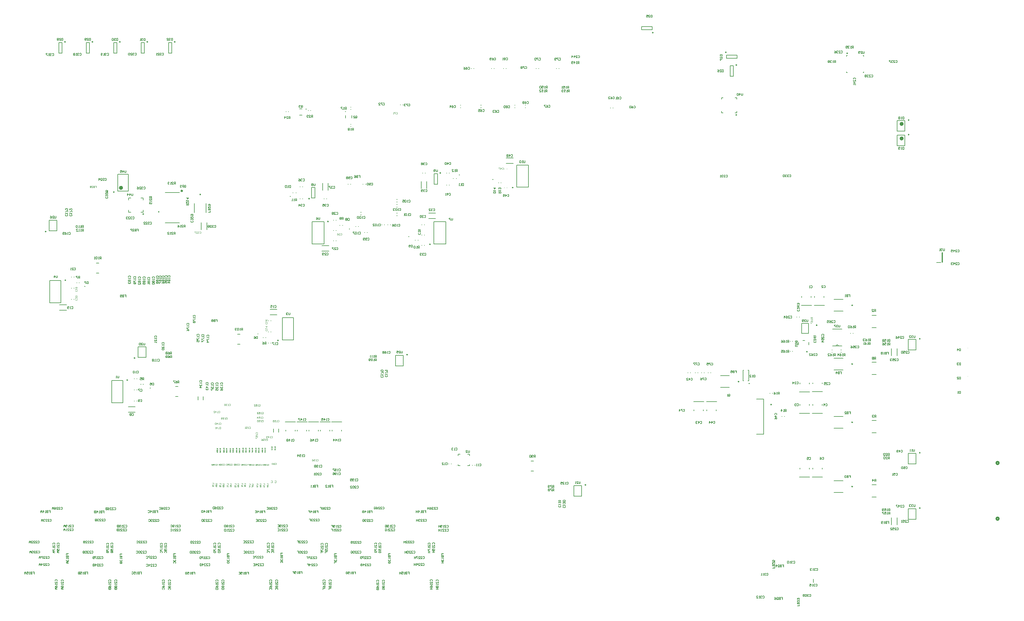
<source format=gbo>
G04*
G04 #@! TF.GenerationSoftware,Altium Limited,Altium Designer,22.6.1 (34)*
G04*
G04 Layer_Color=32896*
%FSLAX23Y23*%
%MOIN*%
G70*
G04*
G04 #@! TF.SameCoordinates,48DA0B1C-91FB-4976-8A67-4949CEA53551*
G04*
G04*
G04 #@! TF.FilePolarity,Positive*
G04*
G01*
G75*
%ADD10C,0.010*%
%ADD11C,0.010*%
%ADD13C,0.004*%
%ADD14C,0.024*%
%ADD15C,0.006*%
%ADD16C,0.006*%
%ADD17C,0.020*%
%ADD18C,0.008*%
%ADD21C,0.005*%
%ADD22C,0.002*%
%ADD24C,0.003*%
%ADD26C,0.004*%
%ADD283C,0.015*%
%ADD384C,0.002*%
%ADD385C,0.003*%
G36*
X2216Y4863D02*
X2206D01*
Y4847D01*
X2216D01*
Y4863D01*
D02*
G37*
D10*
X6345Y5139D02*
G03*
X6345Y5139I-5J0D01*
G01*
X3970Y5010D02*
G03*
X3970Y5010I-5J0D01*
G01*
X1849Y2892D02*
G03*
X1849Y2892I-5J0D01*
G01*
X1934Y3150D02*
G03*
X1934Y3150I-5J0D01*
G01*
X9359Y2607D02*
G03*
X9359Y2607I-5J0D01*
G01*
X8979Y2875D02*
G03*
X8979Y2875I-5J0D01*
G01*
X10304Y3080D02*
G03*
X10304Y3080I-5J0D01*
G01*
Y2400D02*
G03*
X10304Y2400I-5J0D01*
G01*
X11093Y3374D02*
G03*
X11093Y3374I-5J0D01*
G01*
X10304Y1650D02*
G03*
X10304Y1650I-5J0D01*
G01*
Y3765D02*
G03*
X10304Y3765I-5J0D01*
G01*
X11093Y1399D02*
G03*
X11093Y1399I-5J0D01*
G01*
Y2044D02*
G03*
X11093Y2044I-5J0D01*
G01*
X9777Y3224D02*
G03*
X9777Y3224I-5J0D01*
G01*
X9890Y3533D02*
G03*
X9890Y3533I-5J0D01*
G01*
X7193Y1669D02*
G03*
X7193Y1669I-5J0D01*
G01*
X2700Y5059D02*
G03*
X2700Y5059I-5J0D01*
G01*
X1693Y5087D02*
G03*
X1693Y5087I-5J0D01*
G01*
X2403Y6839D02*
G03*
X2403Y6839I-5J0D01*
G01*
X2083D02*
G03*
X2083Y6839I-5J0D01*
G01*
X1443D02*
G03*
X1443Y6839I-5J0D01*
G01*
X1763D02*
G03*
X1763Y6839I-5J0D01*
G01*
X1123D02*
G03*
X1123Y6839I-5J0D01*
G01*
X8831Y6718D02*
G03*
X8831Y6718I-5J0D01*
G01*
X8953Y6569D02*
G03*
X8953Y6569I-5J0D01*
G01*
X8952Y5987D02*
G03*
X8952Y5987I-5J0D01*
G01*
X7979Y6947D02*
G03*
X7979Y6947I-5J0D01*
G01*
X10246Y6706D02*
G03*
X10246Y6706I-5J0D01*
G01*
X897Y4626D02*
G03*
X897Y4626I-5J0D01*
G01*
X5113Y3189D02*
G03*
X5113Y3189I-5J0D01*
G01*
X10963Y5757D02*
G03*
X10963Y5757I-5J0D01*
G01*
Y5927D02*
G03*
X10963Y5927I-5J0D01*
G01*
X5500Y5310D02*
G03*
X5500Y5310I-5J0D01*
G01*
X4190Y4743D02*
G03*
X4190Y4743I-5J0D01*
G01*
X5380Y4477D02*
G03*
X5380Y4477I-5J0D01*
G01*
X1127Y4058D02*
G03*
X1127Y4058I-5J0D01*
G01*
X3606Y3355D02*
G03*
X3606Y3355I-5J0D01*
G01*
D11*
X2035Y4830D02*
G03*
X2035Y4830I-5J0D01*
G01*
D13*
X5689Y1893D02*
G03*
X5689Y1893I-2J0D01*
G01*
X11649Y3267D02*
G03*
X11649Y3267I-2J0D01*
G01*
Y3101D02*
G03*
X11649Y3101I-2J0D01*
G01*
Y2936D02*
G03*
X11649Y2936I-2J0D01*
G01*
Y2771D02*
G03*
X11649Y2771I-2J0D01*
G01*
D14*
X1783Y5136D02*
G03*
X1783Y5136I-12J0D01*
G01*
X10888Y5712D02*
G03*
X10888Y5712I-12J0D01*
G01*
Y5882D02*
G03*
X10888Y5882I-12J0D01*
G01*
D15*
X4228Y2405D02*
X4348D01*
X3688D02*
X3808D01*
X3823D02*
X3943D01*
X3958D02*
X4078D01*
X4093D02*
X4213D01*
X8600Y2640D02*
X8720D01*
X8450D02*
X8570D01*
X9835Y2756D02*
X9955D01*
X9835Y2505D02*
X9955D01*
X9835Y1760D02*
X9955D01*
X9856Y3764D02*
X9976D01*
X9706D02*
X9826D01*
X9685Y1760D02*
X9805D01*
X9685Y2505D02*
X9805D01*
X9685Y2755D02*
X9805D01*
D16*
X10137Y3292D02*
G03*
X10113Y3292I-12J0D01*
G01*
X3929Y6052D02*
G03*
X3928Y6053I1J3D01*
G01*
X4393Y6024D02*
G03*
X4392Y6023I-3J1D01*
G01*
X2407Y2817D02*
X2437D01*
X2407Y2701D02*
X2437D01*
X9085Y3006D02*
X9092D01*
X9028Y2884D02*
X9035D01*
X9028D02*
Y3006D01*
X9035D01*
X9092Y2884D02*
Y3006D01*
X9085Y2884D02*
X9092D01*
X10529Y2422D02*
X10581D01*
X10529Y2278D02*
X10581D01*
X10529Y2958D02*
X10581D01*
X10529Y3102D02*
X10581D01*
X10071Y3292D02*
X10179D01*
X10071Y3489D02*
X10179D01*
X10529Y3647D02*
X10581D01*
X10529Y3503D02*
X10581D01*
X10529Y1528D02*
X10581D01*
X10529Y1672D02*
X10581D01*
X2286Y4727D02*
X2454D01*
X2286Y5082D02*
X2454D01*
X1861Y4993D02*
Y5019D01*
Y4851D02*
X1887D01*
X2003D02*
X2029D01*
Y4993D02*
Y5019D01*
X1861D02*
X1887D01*
X1861Y4851D02*
Y4877D01*
X2003Y5019D02*
X2029D01*
Y4851D02*
Y4877D01*
X1485Y4142D02*
X1515D01*
X1485Y4258D02*
X1515D01*
X3130Y3428D02*
X3160D01*
X3130Y3312D02*
X3160D01*
X6555Y1948D02*
X6585D01*
X6555Y1832D02*
X6585D01*
X3855Y6056D02*
X3885D01*
X3855Y5984D02*
X3885D01*
X4389Y5950D02*
Y5980D01*
X4462Y5950D02*
Y5980D01*
D17*
X12010Y1925D02*
G03*
X12010Y1925I-15J0D01*
G01*
Y1275D02*
G03*
X12010Y1275I-15J0D01*
G01*
D18*
X5731Y6070D02*
X5735D01*
X5731Y6100D02*
X5735D01*
X3724Y6023D02*
Y6027D01*
X3696Y6023D02*
Y6027D01*
X6093Y6528D02*
Y6532D01*
X6123Y6528D02*
Y6532D01*
X9847Y531D02*
Y572D01*
X6204Y5193D02*
Y5197D01*
X6176Y5193D02*
Y5197D01*
X6245Y5136D02*
Y5139D01*
X6275Y5136D02*
Y5139D01*
X6386Y5143D02*
Y5402D01*
X6524Y5143D02*
Y5402D01*
X6386Y5143D02*
X6524D01*
X6386Y5402D02*
X6524D01*
X6275Y5356D02*
Y5359D01*
X6245Y5356D02*
Y5359D01*
X6264Y5485D02*
X6346D01*
X6264Y5420D02*
X6346D01*
X4035Y5019D02*
Y5141D01*
X3995Y5019D02*
Y5141D01*
X4035D01*
X3995Y5019D02*
X4035D01*
X4187Y5109D02*
Y5191D01*
X4123Y5109D02*
Y5191D01*
X4625Y5178D02*
Y5182D01*
X4595Y5178D02*
Y5182D01*
X4450Y5178D02*
Y5182D01*
X4420Y5178D02*
Y5182D01*
X6487Y6070D02*
X6491D01*
X6487Y6100D02*
X6491D01*
X1856Y2581D02*
X1937D01*
X1856Y2516D02*
X1937D01*
X1792Y2629D02*
Y2889D01*
X1662Y2629D02*
Y2889D01*
X1792D01*
X1662Y2629D02*
X1792D01*
X1956Y2647D02*
Y2651D01*
X1927Y2647D02*
Y2651D01*
Y2907D02*
Y2911D01*
X1956Y2907D02*
Y2911D01*
Y2777D02*
Y2781D01*
X1927Y2777D02*
Y2781D01*
X2031Y2842D02*
Y2846D01*
X2003Y2842D02*
Y2846D01*
X1971Y3158D02*
Y3280D01*
X2062Y3158D02*
Y3280D01*
X1971Y3158D02*
X2062D01*
X1971Y3280D02*
X2062D01*
X10758Y3179D02*
Y3261D01*
X10822Y3179D02*
Y3261D01*
X5030Y6103D02*
Y6107D01*
X5060Y6103D02*
Y6107D01*
X4343Y2299D02*
Y2311D01*
X4233Y2299D02*
Y2311D01*
X3803Y2299D02*
Y2311D01*
X3693Y2299D02*
Y2311D01*
X3938Y2299D02*
Y2311D01*
X3828Y2299D02*
Y2311D01*
X4073Y2299D02*
Y2311D01*
X3963Y2299D02*
Y2311D01*
X4208Y2299D02*
Y2311D01*
X4098Y2299D02*
Y2311D01*
X3549Y2285D02*
Y2325D01*
X3611Y2285D02*
Y2325D01*
X2731Y2660D02*
Y2700D01*
X2669Y2660D02*
Y2700D01*
X9509Y2468D02*
Y2472D01*
X9481Y2468D02*
Y2472D01*
X8715Y2534D02*
Y2546D01*
X8605Y2534D02*
Y2546D01*
X9183Y2260D02*
X9268D01*
Y2670D01*
X9183D02*
X9268D01*
X9369Y2738D02*
Y2742D01*
X9341Y2738D02*
Y2742D01*
X8620Y2978D02*
Y2982D01*
X8650Y2978D02*
Y2982D01*
X8762Y2944D02*
X8868D01*
X8762Y2806D02*
X8868D01*
X8565Y2534D02*
Y2546D01*
X8455Y2534D02*
Y2546D01*
X8415Y2978D02*
Y2982D01*
X8385Y2978D02*
Y2982D01*
X8470Y2978D02*
Y2982D01*
X8500Y2978D02*
Y2982D01*
X8545Y2978D02*
Y2982D01*
X8575Y2978D02*
Y2982D01*
X10281Y3438D02*
Y3442D01*
X10309Y3438D02*
Y3442D01*
X10087Y3149D02*
X10193D01*
X10087Y3011D02*
X10193D01*
X9950Y2850D02*
Y2862D01*
X9840Y2850D02*
Y2862D01*
Y2599D02*
Y2611D01*
X9950Y2599D02*
Y2611D01*
X10087Y2469D02*
X10193D01*
X10087Y2331D02*
X10193D01*
X10063Y3216D02*
X10067D01*
X10063Y3244D02*
X10067D01*
X10168Y3216D02*
X10172D01*
X10168Y3244D02*
X10172D01*
X11045Y3244D02*
Y3366D01*
X10955Y3244D02*
Y3366D01*
X11045D01*
X10955Y3244D02*
X11045D01*
X9840Y1854D02*
Y1866D01*
X9950Y1854D02*
Y1866D01*
X10087Y1719D02*
X10193D01*
X10087Y1581D02*
X10193D01*
X9655Y3628D02*
Y3632D01*
X9685Y3628D02*
Y3632D01*
X9861Y3858D02*
Y3870D01*
X9971Y3858D02*
Y3870D01*
X9711Y3858D02*
Y3870D01*
X9821Y3858D02*
Y3870D01*
X10087Y3834D02*
X10193D01*
X10087Y3696D02*
X10193D01*
X11045Y1269D02*
Y1391D01*
X10955Y1269D02*
Y1391D01*
X11045D01*
X10955Y1269D02*
X11045D01*
Y1914D02*
Y2036D01*
X10955Y1914D02*
Y2036D01*
X11045D01*
X10955Y1914D02*
X11045D01*
X10822Y1204D02*
Y1286D01*
X10758Y1204D02*
Y1286D01*
X9690Y1854D02*
Y1866D01*
X9800Y1854D02*
Y1866D01*
X9690Y2599D02*
Y2611D01*
X9800Y2599D02*
Y2611D01*
Y2849D02*
Y2861D01*
X9690Y2849D02*
Y2861D01*
X9576Y3228D02*
Y3232D01*
X9604Y3228D02*
Y3232D01*
X9576Y3343D02*
Y3347D01*
X9604Y3343D02*
Y3347D01*
X9675Y3305D02*
Y3335D01*
X9724Y3354D02*
X9746D01*
X9795Y3305D02*
Y3335D01*
X9789Y3436D02*
Y3554D01*
X9711Y3436D02*
X9789D01*
X9711D02*
Y3554D01*
X9789D01*
X7145Y1539D02*
Y1661D01*
X7055Y1539D02*
Y1661D01*
X7145D01*
X7055Y1539D02*
X7145D01*
X2764Y4847D02*
Y4953D01*
X2626Y4847D02*
Y4953D01*
X2772Y4649D02*
Y4731D01*
X2708Y4649D02*
Y4731D01*
X1732Y5097D02*
Y5293D01*
X1858Y5097D02*
Y5293D01*
X1732Y5097D02*
X1858D01*
X1732Y5293D02*
X1858D01*
X2327Y6709D02*
Y6831D01*
X2363Y6709D02*
Y6831D01*
X2327Y6709D02*
X2363D01*
X2327Y6831D02*
X2363D01*
X2007Y6709D02*
Y6831D01*
X2043Y6709D02*
Y6831D01*
X2007Y6709D02*
X2043D01*
X2007Y6831D02*
X2043D01*
X1367Y6709D02*
Y6831D01*
X1403Y6709D02*
Y6831D01*
X1367Y6709D02*
X1403D01*
X1367Y6831D02*
X1403D01*
X1687Y6709D02*
Y6831D01*
X1723Y6709D02*
Y6831D01*
X1687Y6709D02*
X1723D01*
X1687Y6831D02*
X1723D01*
X1047Y6709D02*
Y6831D01*
X1083Y6709D02*
Y6831D01*
X1047Y6709D02*
X1083D01*
X1047Y6831D02*
X1083D01*
X8834Y6647D02*
X8956D01*
X8834Y6683D02*
X8956D01*
Y6647D02*
Y6683D01*
X8834Y6647D02*
Y6683D01*
X8877Y6439D02*
Y6561D01*
X8913Y6439D02*
Y6561D01*
X8877Y6439D02*
X8913D01*
X8877Y6561D02*
X8913D01*
X8935Y6012D02*
X8953D01*
Y6030D01*
Y6170D02*
Y6188D01*
X8935D02*
X8953D01*
X8777D02*
X8795D01*
X8777Y6170D02*
Y6188D01*
Y6012D02*
X8795D01*
X8777D02*
Y6030D01*
X11284Y4264D02*
X11333D01*
X11347Y4266D02*
Y4381D01*
X11353D01*
Y4266D02*
Y4381D01*
X11347Y4266D02*
X11353D01*
X7844Y7018D02*
X7966D01*
X7844Y6982D02*
X7966D01*
X7844D02*
Y7018D01*
X7966Y6982D02*
Y7018D01*
X10235Y6680D02*
X10244D01*
X10235Y6671D02*
Y6680D01*
Y6480D02*
Y6490D01*
Y6480D02*
X10244D01*
X10426D02*
X10435D01*
Y6490D01*
X10426Y6680D02*
X10435D01*
Y6671D02*
Y6680D01*
X935Y4756D02*
X1025D01*
X935Y4634D02*
X1025D01*
Y4756D01*
X935Y4634D02*
Y4756D01*
X4975Y3059D02*
X5065D01*
X4975Y3181D02*
X5065D01*
X4975Y3059D02*
Y3181D01*
X5065Y3059D02*
Y3181D01*
X10915Y5629D02*
Y5751D01*
X10825Y5629D02*
Y5751D01*
X10915D01*
X10825Y5629D02*
X10915D01*
Y5799D02*
Y5921D01*
X10825Y5799D02*
Y5921D01*
X10915D01*
X10825Y5799D02*
X10915D01*
X4988Y4970D02*
X4992D01*
X4988Y5000D02*
X4992D01*
X4568Y4850D02*
X4572D01*
X4568Y4821D02*
X4572D01*
X4615Y4613D02*
Y4617D01*
X4645Y4613D02*
Y4617D01*
X4510Y4683D02*
Y4687D01*
X4540Y4683D02*
Y4687D01*
X4885Y4703D02*
Y4707D01*
X4915Y4703D02*
Y4707D01*
X4815Y4703D02*
Y4707D01*
X4845Y4703D02*
Y4707D01*
X4988Y4810D02*
X4992D01*
X4988Y4840D02*
X4992D01*
X4988Y4910D02*
X4992D01*
X4988Y4940D02*
X4992D01*
X3956Y6038D02*
Y6042D01*
X3984Y6038D02*
Y6042D01*
X4451Y5851D02*
X4455D01*
X4451Y5879D02*
X4455D01*
X4451Y6051D02*
X4455D01*
X4451Y6079D02*
X4455D01*
X6265Y6528D02*
Y6532D01*
X6235Y6528D02*
Y6532D01*
X6363Y6070D02*
X6367D01*
X6363Y6100D02*
X6367D01*
X6879Y6528D02*
Y6532D01*
X6849Y6528D02*
Y6532D01*
X6643Y6528D02*
Y6532D01*
X6613Y6528D02*
Y6532D01*
X5887Y6528D02*
Y6532D01*
X5857Y6528D02*
Y6532D01*
X5968Y6100D02*
X5972D01*
X5968Y6070D02*
X5972D01*
X7510Y6068D02*
Y6072D01*
X7480Y6068D02*
Y6072D01*
X5570Y5308D02*
Y5312D01*
X5600Y5308D02*
Y5312D01*
X5337Y5129D02*
Y5211D01*
X5273Y5129D02*
Y5211D01*
X5600Y5168D02*
Y5172D01*
X5570Y5168D02*
Y5172D01*
X5290Y5308D02*
Y5312D01*
X5320Y5308D02*
Y5312D01*
X5425Y5301D02*
X5465D01*
X5425Y5179D02*
X5465D01*
Y5301D01*
X5425Y5179D02*
Y5301D01*
X5683Y5243D02*
Y5247D01*
X5647Y5243D02*
Y5247D01*
X3860Y5148D02*
Y5152D01*
X3890Y5148D02*
Y5152D01*
X4170Y5008D02*
Y5012D01*
X4140Y5008D02*
Y5012D01*
X3813Y5078D02*
Y5082D01*
X3777Y5078D02*
Y5082D01*
X3890Y5008D02*
Y5012D01*
X3860Y5008D02*
Y5012D01*
X5359Y4842D02*
X5441D01*
X5359Y4778D02*
X5441D01*
X4114Y4398D02*
X4196D01*
X4114Y4462D02*
X4196D01*
X4139Y4480D02*
Y4740D01*
X4001Y4480D02*
Y4740D01*
X4139D01*
X4001Y4480D02*
X4139D01*
X5310Y4463D02*
Y4467D01*
X5280Y4463D02*
Y4467D01*
Y4583D02*
Y4587D01*
X5310Y4583D02*
Y4587D01*
X5280Y4703D02*
Y4707D01*
X5310Y4703D02*
Y4707D01*
X5421Y4480D02*
Y4740D01*
X5559Y4480D02*
Y4740D01*
X5421Y4480D02*
X5559D01*
X5421Y4740D02*
X5559D01*
X5202Y4523D02*
Y4527D01*
X5238Y4523D02*
Y4527D01*
X4280Y4638D02*
Y4642D01*
X4250Y4638D02*
Y4642D01*
X4280Y4518D02*
Y4522D01*
X4250Y4518D02*
Y4522D01*
Y4758D02*
Y4762D01*
X4280Y4758D02*
Y4762D01*
X4358Y4698D02*
Y4702D01*
X4322Y4698D02*
Y4702D01*
X1054Y3708D02*
X1136D01*
X1054Y3772D02*
X1136D01*
X1256Y4028D02*
Y4032D01*
X1284Y4028D02*
Y4032D01*
X1195Y4093D02*
Y4097D01*
X1225Y4093D02*
Y4097D01*
Y3833D02*
Y3837D01*
X1195Y3833D02*
Y3837D01*
X1225Y3963D02*
Y3967D01*
X1195Y3963D02*
Y3967D01*
X940Y3795D02*
X1070D01*
X940Y4055D02*
X1070D01*
X940Y3795D02*
Y4055D01*
X1070Y3795D02*
Y4055D01*
X3490Y3583D02*
Y3587D01*
X3520Y3583D02*
Y3587D01*
X3509Y3653D02*
X3591D01*
X3509Y3717D02*
X3591D01*
X3520Y3323D02*
Y3327D01*
X3490Y3323D02*
Y3327D01*
X3431Y3388D02*
Y3392D01*
X3459Y3388D02*
Y3392D01*
X3490Y3453D02*
Y3457D01*
X3520Y3453D02*
Y3457D01*
X3655Y3620D02*
X3785D01*
X3655Y3360D02*
X3785D01*
Y3620D01*
X3655Y3360D02*
Y3620D01*
X5595Y1913D02*
Y1917D01*
X5625Y1913D02*
Y1917D01*
X5870Y1898D02*
Y1902D01*
X5900Y1898D02*
Y1902D01*
X5814Y2027D02*
X5837D01*
X5703D02*
X5726D01*
X5814Y1893D02*
X5837D01*
X5703D02*
X5726D01*
X5837Y2012D02*
Y2027D01*
Y1893D02*
Y1908D01*
X5703Y2012D02*
Y2027D01*
Y1893D02*
Y1908D01*
D21*
X4492Y655D02*
X4508D01*
Y643D01*
X4500D01*
X4508D01*
Y630D01*
X4483Y655D02*
Y630D01*
X4471D01*
X4467Y634D01*
Y639D01*
X4471Y643D01*
X4483D01*
X4471D01*
X4467Y647D01*
Y651D01*
X4471Y655D01*
X4483D01*
X4458Y630D02*
X4450D01*
X4454D01*
Y655D01*
X4458Y651D01*
X4421Y655D02*
X4438D01*
Y643D01*
X4429Y647D01*
X4425D01*
X4421Y643D01*
Y634D01*
X4425Y630D01*
X4433D01*
X4438Y634D01*
X4396Y651D02*
X4400Y655D01*
X4408D01*
X4413Y651D01*
Y634D01*
X4408Y630D01*
X4400D01*
X4396Y634D01*
Y643D01*
X4404D01*
X3868Y658D02*
X3885D01*
Y646D01*
X3876D01*
X3885D01*
Y633D01*
X3860Y658D02*
Y633D01*
X3847D01*
X3843Y638D01*
Y642D01*
X3847Y646D01*
X3860D01*
X3847D01*
X3843Y650D01*
Y654D01*
X3847Y658D01*
X3860D01*
X3835Y633D02*
X3826D01*
X3831D01*
Y658D01*
X3835Y654D01*
X3797Y658D02*
X3814D01*
Y646D01*
X3806Y650D01*
X3801D01*
X3797Y646D01*
Y638D01*
X3801Y633D01*
X3810D01*
X3814Y638D01*
X3772Y658D02*
X3789D01*
Y646D01*
X3781D01*
X3789D01*
Y633D01*
X3242Y652D02*
X3259D01*
Y640D01*
X3250D01*
X3259D01*
Y627D01*
X3234Y652D02*
Y627D01*
X3221D01*
X3217Y631D01*
Y635D01*
X3221Y640D01*
X3234D01*
X3221D01*
X3217Y644D01*
Y648D01*
X3221Y652D01*
X3234D01*
X3209Y627D02*
X3200D01*
X3205D01*
Y652D01*
X3209Y648D01*
X3171Y652D02*
X3188D01*
Y640D01*
X3180Y644D01*
X3175D01*
X3171Y640D01*
Y631D01*
X3175Y627D01*
X3184D01*
X3188Y631D01*
X3146Y652D02*
X3163D01*
Y627D01*
X3146D01*
X3163Y640D02*
X3155D01*
X2617Y652D02*
X2634D01*
Y640D01*
X2626D01*
X2634D01*
Y627D01*
X2609Y652D02*
Y627D01*
X2596D01*
X2592Y632D01*
Y636D01*
X2596Y640D01*
X2609D01*
X2596D01*
X2592Y644D01*
Y648D01*
X2596Y652D01*
X2609D01*
X2584Y627D02*
X2576D01*
X2580D01*
Y652D01*
X2584Y648D01*
X2547Y652D02*
X2563D01*
Y640D01*
X2555Y644D01*
X2551D01*
X2547Y640D01*
Y632D01*
X2551Y627D01*
X2559D01*
X2563Y632D01*
X2538Y652D02*
Y627D01*
X2526D01*
X2522Y632D01*
Y648D01*
X2526Y652D01*
X2538D01*
X1994Y654D02*
X2011D01*
Y642D01*
X2002D01*
X2011D01*
Y629D01*
X1986Y654D02*
Y629D01*
X1973D01*
X1969Y634D01*
Y638D01*
X1973Y642D01*
X1986D01*
X1973D01*
X1969Y646D01*
Y650D01*
X1973Y654D01*
X1986D01*
X1961Y629D02*
X1952D01*
X1957D01*
Y654D01*
X1961Y650D01*
X1923Y654D02*
X1940D01*
Y642D01*
X1932Y646D01*
X1927D01*
X1923Y642D01*
Y634D01*
X1927Y629D01*
X1936D01*
X1940Y634D01*
X1898Y650D02*
X1902Y654D01*
X1911D01*
X1915Y650D01*
Y634D01*
X1911Y629D01*
X1902D01*
X1898Y634D01*
X1368Y653D02*
X1384D01*
Y641D01*
X1376D01*
X1384D01*
Y628D01*
X1359Y653D02*
Y628D01*
X1347D01*
X1343Y632D01*
Y637D01*
X1347Y641D01*
X1359D01*
X1347D01*
X1343Y645D01*
Y649D01*
X1347Y653D01*
X1359D01*
X1334Y628D02*
X1326D01*
X1330D01*
Y653D01*
X1334Y649D01*
X1297Y653D02*
X1314D01*
Y641D01*
X1305Y645D01*
X1301D01*
X1297Y641D01*
Y632D01*
X1301Y628D01*
X1309D01*
X1314Y632D01*
X1289Y653D02*
Y628D01*
X1276D01*
X1272Y632D01*
Y637D01*
X1276Y641D01*
X1289D01*
X1276D01*
X1272Y645D01*
Y649D01*
X1276Y653D01*
X1289D01*
X743Y654D02*
X760D01*
Y642D01*
X751D01*
X760D01*
Y629D01*
X735Y654D02*
Y629D01*
X722D01*
X718Y633D01*
Y637D01*
X722Y642D01*
X735D01*
X722D01*
X718Y646D01*
Y650D01*
X722Y654D01*
X735D01*
X710Y629D02*
X701D01*
X705D01*
Y654D01*
X710Y650D01*
X672Y654D02*
X689D01*
Y642D01*
X680Y646D01*
X676D01*
X672Y642D01*
Y633D01*
X676Y629D01*
X685D01*
X689Y633D01*
X664Y629D02*
Y646D01*
X655Y654D01*
X647Y646D01*
Y629D01*
Y642D01*
X664D01*
X9881Y690D02*
X9885Y695D01*
X9894D01*
X9898Y690D01*
Y674D01*
X9894Y670D01*
X9885D01*
X9881Y674D01*
X9873Y690D02*
X9869Y695D01*
X9860D01*
X9856Y690D01*
Y686D01*
X9860Y682D01*
X9864D01*
X9860D01*
X9856Y678D01*
Y674D01*
X9860Y670D01*
X9869D01*
X9873Y674D01*
X9848Y670D02*
X9839D01*
X9844D01*
Y695D01*
X9848Y690D01*
X9827D02*
X9823Y695D01*
X9814D01*
X9810Y690D01*
Y686D01*
X9814Y682D01*
X9819D01*
X9814D01*
X9810Y678D01*
Y674D01*
X9814Y670D01*
X9823D01*
X9827Y674D01*
X2250Y6704D02*
X2254Y6708D01*
X2262D01*
X2267Y6704D01*
Y6687D01*
X2262Y6683D01*
X2254D01*
X2250Y6687D01*
X2242Y6704D02*
X2237Y6708D01*
X2229D01*
X2225Y6704D01*
Y6700D01*
X2229Y6695D01*
X2233D01*
X2229D01*
X2225Y6691D01*
Y6687D01*
X2229Y6683D01*
X2237D01*
X2242Y6687D01*
X2200Y6683D02*
X2217D01*
X2200Y6700D01*
Y6704D01*
X2204Y6708D01*
X2213D01*
X2217Y6704D01*
X2192Y6683D02*
X2183D01*
X2188D01*
Y6708D01*
X2192Y6704D01*
X7001Y6255D02*
Y6280D01*
X6989D01*
X6985Y6275D01*
Y6267D01*
X6989Y6263D01*
X7001D01*
X6993D02*
X6985Y6255D01*
X6976D02*
X6968D01*
X6972D01*
Y6280D01*
X6976Y6275D01*
X6939Y6280D02*
X6955D01*
Y6267D01*
X6947Y6271D01*
X6943D01*
X6939Y6267D01*
Y6259D01*
X6943Y6255D01*
X6951D01*
X6955Y6259D01*
X6930Y6275D02*
X6926Y6280D01*
X6918D01*
X6914Y6275D01*
Y6271D01*
X6918Y6267D01*
X6922D01*
X6918D01*
X6914Y6263D01*
Y6259D01*
X6918Y6255D01*
X6926D01*
X6930Y6259D01*
X6741Y6255D02*
Y6280D01*
X6729D01*
X6724Y6276D01*
Y6268D01*
X6729Y6264D01*
X6741D01*
X6733D02*
X6724Y6255D01*
X6716D02*
X6708D01*
X6712D01*
Y6280D01*
X6716Y6276D01*
X6679Y6280D02*
X6695D01*
Y6268D01*
X6687Y6272D01*
X6683D01*
X6679Y6268D01*
Y6260D01*
X6683Y6255D01*
X6691D01*
X6695Y6260D01*
X6654Y6255D02*
X6670D01*
X6654Y6272D01*
Y6276D01*
X6658Y6280D01*
X6666D01*
X6670Y6276D01*
X6993Y6296D02*
Y6321D01*
X6981D01*
X6977Y6317D01*
Y6308D01*
X6981Y6304D01*
X6993D01*
X6985D02*
X6977Y6296D01*
X6968D02*
X6960D01*
X6964D01*
Y6321D01*
X6968Y6317D01*
X6931Y6321D02*
X6948D01*
Y6308D01*
X6939Y6313D01*
X6935D01*
X6931Y6308D01*
Y6300D01*
X6935Y6296D01*
X6943D01*
X6948Y6300D01*
X6923Y6296D02*
X6914D01*
X6918D01*
Y6321D01*
X6923Y6317D01*
X6743Y6298D02*
Y6323D01*
X6730D01*
X6726Y6319D01*
Y6310D01*
X6730Y6306D01*
X6743D01*
X6734D02*
X6726Y6298D01*
X6718D02*
X6709D01*
X6713D01*
Y6323D01*
X6718Y6319D01*
X6680Y6323D02*
X6697D01*
Y6310D01*
X6688Y6315D01*
X6684D01*
X6680Y6310D01*
Y6302D01*
X6684Y6298D01*
X6693D01*
X6697Y6302D01*
X6672Y6319D02*
X6668Y6323D01*
X6659D01*
X6655Y6319D01*
Y6302D01*
X6659Y6298D01*
X6668D01*
X6672Y6302D01*
Y6319D01*
X1830Y5338D02*
Y5317D01*
X1826Y5313D01*
X1818D01*
X1813Y5317D01*
Y5338D01*
X1793Y5313D02*
Y5338D01*
X1805Y5325D01*
X1788D01*
X1763Y5338D02*
X1780D01*
Y5325D01*
X1772Y5330D01*
X1768D01*
X1763Y5325D01*
Y5317D01*
X1768Y5313D01*
X1776D01*
X1780Y5317D01*
X1910Y5069D02*
Y5048D01*
X1905Y5044D01*
X1897D01*
X1893Y5048D01*
Y5069D01*
X1872Y5044D02*
Y5069D01*
X1885Y5056D01*
X1868D01*
X1847Y5044D02*
Y5069D01*
X1860Y5056D01*
X1843D01*
X9022Y6239D02*
Y6218D01*
X9018Y6214D01*
X9010D01*
X9006Y6218D01*
Y6239D01*
X8985Y6214D02*
Y6239D01*
X8997Y6226D01*
X8981D01*
X8972Y6234D02*
X8968Y6239D01*
X8960D01*
X8956Y6234D01*
Y6218D01*
X8960Y6214D01*
X8968D01*
X8972Y6218D01*
Y6234D01*
X9784Y3598D02*
Y3577D01*
X9779Y3573D01*
X9771D01*
X9767Y3577D01*
Y3598D01*
X9759Y3594D02*
X9754Y3598D01*
X9746D01*
X9742Y3594D01*
Y3589D01*
X9746Y3585D01*
X9750D01*
X9746D01*
X9742Y3581D01*
Y3577D01*
X9746Y3573D01*
X9754D01*
X9759Y3577D01*
X9734D02*
X9729Y3573D01*
X9721D01*
X9717Y3577D01*
Y3594D01*
X9721Y3598D01*
X9729D01*
X9734Y3594D01*
Y3589D01*
X9729Y3585D01*
X9717D01*
X9662Y3283D02*
X9641D01*
X9637Y3288D01*
Y3296D01*
X9641Y3300D01*
X9662D01*
X9658Y3308D02*
X9662Y3313D01*
Y3321D01*
X9658Y3325D01*
X9654D01*
X9650Y3321D01*
Y3317D01*
Y3321D01*
X9646Y3325D01*
X9641D01*
X9637Y3321D01*
Y3313D01*
X9641Y3308D01*
X9658Y3333D02*
X9662Y3337D01*
Y3346D01*
X9658Y3350D01*
X9654D01*
X9650Y3346D01*
X9646Y3350D01*
X9641D01*
X9637Y3346D01*
Y3337D01*
X9641Y3333D01*
X9646D01*
X9650Y3337D01*
X9654Y3333D01*
X9658D01*
X9650Y3337D02*
Y3346D01*
X10157Y3535D02*
Y3514D01*
X10153Y3510D01*
X10145D01*
X10141Y3514D01*
Y3535D01*
X10132Y3531D02*
X10128Y3535D01*
X10120D01*
X10116Y3531D01*
Y3527D01*
X10120Y3523D01*
X10124D01*
X10120D01*
X10116Y3518D01*
Y3514D01*
X10120Y3510D01*
X10128D01*
X10132Y3514D01*
X10107Y3535D02*
X10091D01*
Y3531D01*
X10107Y3514D01*
Y3510D01*
X11033Y1440D02*
Y1419D01*
X11029Y1415D01*
X11021D01*
X11017Y1419D01*
Y1440D01*
X11008Y1436D02*
X11004Y1440D01*
X10996D01*
X10992Y1436D01*
Y1432D01*
X10996Y1427D01*
X11000D01*
X10996D01*
X10992Y1423D01*
Y1419D01*
X10996Y1415D01*
X11004D01*
X11008Y1419D01*
X10983Y1436D02*
X10979Y1440D01*
X10971D01*
X10967Y1436D01*
Y1432D01*
X10971Y1427D01*
X10975D01*
X10971D01*
X10967Y1423D01*
Y1419D01*
X10971Y1415D01*
X10979D01*
X10983Y1419D01*
X11033Y3411D02*
Y3390D01*
X11029Y3386D01*
X11021D01*
X11017Y3390D01*
Y3411D01*
X11008Y3407D02*
X11004Y3411D01*
X10996D01*
X10992Y3407D01*
Y3402D01*
X10996Y3398D01*
X11000D01*
X10996D01*
X10992Y3394D01*
Y3390D01*
X10996Y3386D01*
X11004D01*
X11008Y3390D01*
X10967Y3386D02*
X10983D01*
X10967Y3402D01*
Y3407D01*
X10971Y3411D01*
X10979D01*
X10983Y3407D01*
X11376Y4426D02*
Y4405D01*
X11372Y4401D01*
X11363D01*
X11359Y4405D01*
Y4426D01*
X11351Y4421D02*
X11347Y4426D01*
X11338D01*
X11334Y4421D01*
Y4417D01*
X11338Y4413D01*
X11342D01*
X11338D01*
X11334Y4409D01*
Y4405D01*
X11338Y4401D01*
X11347D01*
X11351Y4405D01*
X11326Y4401D02*
X11317D01*
X11322D01*
Y4426D01*
X11326Y4421D01*
X10441Y6728D02*
Y6708D01*
X10437Y6703D01*
X10428D01*
X10424Y6708D01*
Y6728D01*
X10399Y6703D02*
X10416D01*
X10399Y6720D01*
Y6724D01*
X10403Y6728D01*
X10412D01*
X10416Y6724D01*
X10391Y6708D02*
X10387Y6703D01*
X10378D01*
X10374Y6708D01*
Y6724D01*
X10378Y6728D01*
X10387D01*
X10391Y6724D01*
Y6720D01*
X10387Y6716D01*
X10374D01*
X1014Y4806D02*
Y4785D01*
X1010Y4781D01*
X1001D01*
X997Y4785D01*
Y4806D01*
X972Y4781D02*
X989D01*
X972Y4798D01*
Y4802D01*
X976Y4806D01*
X985D01*
X989Y4802D01*
X947Y4806D02*
X956Y4802D01*
X964Y4793D01*
Y4785D01*
X960Y4781D01*
X951D01*
X947Y4785D01*
Y4789D01*
X951Y4793D01*
X964D01*
X5054Y3231D02*
Y3210D01*
X5050Y3206D01*
X5042D01*
X5038Y3210D01*
Y3231D01*
X5013Y3206D02*
X5029D01*
X5013Y3223D01*
Y3227D01*
X5017Y3231D01*
X5025D01*
X5029Y3227D01*
X4988Y3231D02*
X5004D01*
Y3219D01*
X4996Y3223D01*
X4992D01*
X4988Y3219D01*
Y3210D01*
X4992Y3206D01*
X5000D01*
X5004Y3210D01*
X7128Y1708D02*
Y1687D01*
X7124Y1683D01*
X7116D01*
X7112Y1687D01*
Y1708D01*
X7087Y1683D02*
X7103D01*
X7087Y1700D01*
Y1704D01*
X7091Y1708D01*
X7099D01*
X7103Y1704D01*
X7078Y1683D02*
X7070D01*
X7074D01*
Y1708D01*
X7078Y1704D01*
X2050Y3325D02*
Y3304D01*
X2046Y3300D01*
X2037D01*
X2033Y3304D01*
Y3325D01*
X2008Y3300D02*
X2025D01*
X2008Y3317D01*
Y3321D01*
X2012Y3325D01*
X2021D01*
X2025Y3321D01*
X2000D02*
X1996Y3325D01*
X1987D01*
X1983Y3321D01*
Y3304D01*
X1987Y3300D01*
X1996D01*
X2000Y3304D01*
Y3321D01*
X11026Y2085D02*
Y2064D01*
X11022Y2060D01*
X11014D01*
X11010Y2064D01*
Y2085D01*
X11002Y2060D02*
X10993D01*
X10997D01*
Y2085D01*
X11002Y2081D01*
X10981Y2060D02*
X10972D01*
X10977D01*
Y2085D01*
X10981Y2081D01*
X6484Y5453D02*
Y5432D01*
X6479Y5428D01*
X6471D01*
X6467Y5432D01*
Y5453D01*
X6459Y5428D02*
X6450D01*
X6454D01*
Y5453D01*
X6459Y5449D01*
X6438D02*
X6434Y5453D01*
X6425D01*
X6421Y5449D01*
Y5432D01*
X6425Y5428D01*
X6434D01*
X6438Y5432D01*
Y5449D01*
X5463Y5349D02*
Y5328D01*
X5459Y5324D01*
X5450D01*
X5446Y5328D01*
Y5349D01*
X5438Y5328D02*
X5434Y5324D01*
X5425D01*
X5421Y5328D01*
Y5345D01*
X5425Y5349D01*
X5434D01*
X5438Y5345D01*
Y5341D01*
X5434Y5337D01*
X5421D01*
X4036Y5185D02*
Y5164D01*
X4031Y5160D01*
X4023D01*
X4019Y5164D01*
Y5185D01*
X4011Y5181D02*
X4006Y5185D01*
X3998D01*
X3994Y5181D01*
Y5177D01*
X3998Y5173D01*
X3994Y5168D01*
Y5164D01*
X3998Y5160D01*
X4006D01*
X4011Y5164D01*
Y5168D01*
X4006Y5173D01*
X4011Y5177D01*
Y5181D01*
X4006Y5173D02*
X3998D01*
X5639Y4782D02*
Y4761D01*
X5635Y4757D01*
X5626D01*
X5622Y4761D01*
Y4782D01*
X5614D02*
X5597D01*
Y4777D01*
X5614Y4761D01*
Y4757D01*
X4090Y4791D02*
Y4770D01*
X4086Y4766D01*
X4078D01*
X4074Y4770D01*
Y4791D01*
X4049D02*
X4057Y4786D01*
X4065Y4778D01*
Y4770D01*
X4061Y4766D01*
X4053D01*
X4049Y4770D01*
Y4774D01*
X4053Y4778D01*
X4065D01*
X1030Y4111D02*
Y4091D01*
X1025Y4086D01*
X1017D01*
X1013Y4091D01*
Y4111D01*
X992Y4086D02*
Y4111D01*
X1005Y4099D01*
X988D01*
X3742Y3678D02*
Y3657D01*
X3738Y3653D01*
X3730D01*
X3726Y3657D01*
Y3678D01*
X3717Y3673D02*
X3713Y3678D01*
X3705D01*
X3701Y3673D01*
Y3669D01*
X3705Y3665D01*
X3709D01*
X3705D01*
X3701Y3661D01*
Y3657D01*
X3705Y3653D01*
X3713D01*
X3717Y3657D01*
X5836Y2071D02*
Y2050D01*
X5832Y2046D01*
X5824D01*
X5820Y2050D01*
Y2071D01*
X5795Y2046D02*
X5811D01*
X5795Y2063D01*
Y2067D01*
X5799Y2071D01*
X5807D01*
X5811Y2067D01*
X1746Y2941D02*
Y2921D01*
X1742Y2916D01*
X1734D01*
X1730Y2921D01*
Y2941D01*
X1721Y2916D02*
X1713D01*
X1717D01*
Y2941D01*
X1721Y2937D01*
X2520Y4676D02*
Y4701D01*
X2507D01*
X2503Y4697D01*
Y4689D01*
X2507Y4685D01*
X2520D01*
X2511D02*
X2503Y4676D01*
X2478D02*
X2495D01*
X2478Y4693D01*
Y4697D01*
X2482Y4701D01*
X2491D01*
X2495Y4697D01*
X2470Y4676D02*
X2461D01*
X2466D01*
Y4701D01*
X2470Y4697D01*
X2432Y4701D02*
X2441Y4697D01*
X2449Y4689D01*
Y4680D01*
X2445Y4676D01*
X2436D01*
X2432Y4680D01*
Y4685D01*
X2436Y4689D01*
X2449D01*
X2130Y5035D02*
X2105D01*
Y5023D01*
X2109Y5018D01*
X2118D01*
X2122Y5023D01*
Y5035D01*
Y5027D02*
X2130Y5018D01*
Y4993D02*
Y5010D01*
X2113Y4993D01*
X2109D01*
X2105Y4998D01*
Y5006D01*
X2109Y5010D01*
X2130Y4985D02*
Y4977D01*
Y4981D01*
X2105D01*
X2109Y4985D01*
X2105Y4948D02*
Y4964D01*
X2118D01*
X2113Y4956D01*
Y4952D01*
X2118Y4948D01*
X2126D01*
X2130Y4952D01*
Y4960D01*
X2126Y4964D01*
X2535Y4934D02*
X2560D01*
Y4947D01*
X2556Y4951D01*
X2547D01*
X2543Y4947D01*
Y4934D01*
Y4943D02*
X2535Y4951D01*
Y4976D02*
Y4959D01*
X2552Y4976D01*
X2556D01*
X2560Y4972D01*
Y4964D01*
X2556Y4959D01*
X2535Y4984D02*
Y4993D01*
Y4989D01*
X2560D01*
X2556Y4984D01*
X2535Y5018D02*
X2560D01*
X2547Y5005D01*
Y5022D01*
X2406Y5178D02*
Y5203D01*
X2394D01*
X2389Y5199D01*
Y5190D01*
X2394Y5186D01*
X2406D01*
X2398D02*
X2389Y5178D01*
X2364D02*
X2381D01*
X2364Y5194D01*
Y5199D01*
X2369Y5203D01*
X2377D01*
X2381Y5199D01*
X2356Y5178D02*
X2348D01*
X2352D01*
Y5203D01*
X2356Y5199D01*
X2335D02*
X2331Y5203D01*
X2323D01*
X2319Y5199D01*
Y5194D01*
X2323Y5190D01*
X2327D01*
X2323D01*
X2319Y5186D01*
Y5182D01*
X2323Y5178D01*
X2331D01*
X2335Y5182D01*
X2402Y4594D02*
Y4619D01*
X2390D01*
X2386Y4614D01*
Y4606D01*
X2390Y4602D01*
X2402D01*
X2394D02*
X2386Y4594D01*
X2361D02*
X2377D01*
X2361Y4610D01*
Y4614D01*
X2365Y4619D01*
X2373D01*
X2377Y4614D01*
X2352Y4594D02*
X2344D01*
X2348D01*
Y4619D01*
X2352Y4614D01*
X2315Y4594D02*
X2332D01*
X2315Y4610D01*
Y4614D01*
X2319Y4619D01*
X2328D01*
X2332Y4614D01*
X9560Y3332D02*
Y3357D01*
X9548D01*
X9543Y3353D01*
Y3345D01*
X9548Y3341D01*
X9560D01*
X9552D02*
X9543Y3332D01*
X9535D02*
X9527D01*
X9531D01*
Y3357D01*
X9535Y3353D01*
X9498Y3357D02*
X9506Y3353D01*
X9514Y3345D01*
Y3337D01*
X9510Y3332D01*
X9502D01*
X9498Y3337D01*
Y3341D01*
X9502Y3345D01*
X9514D01*
X9473Y3357D02*
X9481Y3353D01*
X9489Y3345D01*
Y3337D01*
X9485Y3332D01*
X9477D01*
X9473Y3337D01*
Y3341D01*
X9477Y3345D01*
X9489D01*
X9560Y3215D02*
Y3240D01*
X9548D01*
X9543Y3236D01*
Y3227D01*
X9548Y3223D01*
X9560D01*
X9552D02*
X9543Y3215D01*
X9535D02*
X9527D01*
X9531D01*
Y3240D01*
X9535Y3236D01*
X9498Y3240D02*
X9506Y3236D01*
X9514Y3227D01*
Y3219D01*
X9510Y3215D01*
X9502D01*
X9498Y3219D01*
Y3223D01*
X9502Y3227D01*
X9514D01*
X9473Y3240D02*
X9489D01*
Y3227D01*
X9481Y3232D01*
X9477D01*
X9473Y3227D01*
Y3219D01*
X9477Y3215D01*
X9485D01*
X9489Y3219D01*
X10217Y3175D02*
Y3200D01*
X10204D01*
X10200Y3196D01*
Y3188D01*
X10204Y3183D01*
X10217D01*
X10208D02*
X10200Y3175D01*
X10192D02*
X10183D01*
X10187D01*
Y3200D01*
X10192Y3196D01*
X10154Y3200D02*
X10163Y3196D01*
X10171Y3188D01*
Y3179D01*
X10167Y3175D01*
X10158D01*
X10154Y3179D01*
Y3183D01*
X10158Y3188D01*
X10171D01*
X10133Y3175D02*
Y3200D01*
X10146Y3188D01*
X10129D01*
X10515Y3349D02*
Y3374D01*
X10503D01*
X10499Y3370D01*
Y3361D01*
X10503Y3357D01*
X10515D01*
X10507D02*
X10499Y3349D01*
X10490D02*
X10482D01*
X10486D01*
Y3374D01*
X10490Y3370D01*
X10453Y3374D02*
X10461Y3370D01*
X10470Y3361D01*
Y3353D01*
X10465Y3349D01*
X10457D01*
X10453Y3353D01*
Y3357D01*
X10457Y3361D01*
X10470D01*
X10445Y3370D02*
X10440Y3374D01*
X10432D01*
X10428Y3370D01*
Y3365D01*
X10432Y3361D01*
X10436D01*
X10432D01*
X10428Y3357D01*
Y3353D01*
X10432Y3349D01*
X10440D01*
X10445Y3353D01*
X10105Y3175D02*
Y3200D01*
X10092D01*
X10088Y3196D01*
Y3188D01*
X10092Y3184D01*
X10105D01*
X10097D02*
X10088Y3175D01*
X10080D02*
X10072D01*
X10076D01*
Y3200D01*
X10080Y3196D01*
X10042Y3200D02*
X10051Y3196D01*
X10059Y3188D01*
Y3180D01*
X10055Y3175D01*
X10047D01*
X10042Y3180D01*
Y3184D01*
X10047Y3188D01*
X10059D01*
X10017Y3175D02*
X10034D01*
X10017Y3192D01*
Y3196D01*
X10022Y3200D01*
X10030D01*
X10034Y3196D01*
X10511Y3306D02*
Y3331D01*
X10498D01*
X10494Y3327D01*
Y3319D01*
X10498Y3315D01*
X10511D01*
X10502D02*
X10494Y3306D01*
X10486D02*
X10477D01*
X10482D01*
Y3331D01*
X10486Y3327D01*
X10448Y3331D02*
X10457Y3327D01*
X10465Y3319D01*
Y3310D01*
X10461Y3306D01*
X10452D01*
X10448Y3310D01*
Y3315D01*
X10452Y3319D01*
X10465D01*
X10440Y3306D02*
X10432D01*
X10436D01*
Y3331D01*
X10440Y3327D01*
X10341Y3501D02*
Y3526D01*
X10329D01*
X10325Y3522D01*
Y3514D01*
X10329Y3509D01*
X10341D01*
X10333D02*
X10325Y3501D01*
X10316D02*
X10308D01*
X10312D01*
Y3526D01*
X10316Y3522D01*
X10279Y3526D02*
X10287Y3522D01*
X10296Y3514D01*
Y3505D01*
X10291Y3501D01*
X10283D01*
X10279Y3505D01*
Y3509D01*
X10283Y3514D01*
X10296D01*
X10271Y3522D02*
X10266Y3526D01*
X10258D01*
X10254Y3522D01*
Y3505D01*
X10258Y3501D01*
X10266D01*
X10271Y3505D01*
Y3522D01*
X10739Y1366D02*
Y1391D01*
X10726D01*
X10722Y1387D01*
Y1379D01*
X10726Y1375D01*
X10739D01*
X10730D02*
X10722Y1366D01*
X10714D02*
X10705D01*
X10710D01*
Y1391D01*
X10714Y1387D01*
X10676Y1391D02*
X10693D01*
Y1379D01*
X10685Y1383D01*
X10680D01*
X10676Y1379D01*
Y1371D01*
X10680Y1366D01*
X10689D01*
X10693Y1371D01*
X10668D02*
X10664Y1366D01*
X10655D01*
X10651Y1371D01*
Y1387D01*
X10655Y1391D01*
X10664D01*
X10668Y1387D01*
Y1383D01*
X10664Y1379D01*
X10651D01*
X10741Y3341D02*
Y3366D01*
X10728D01*
X10724Y3362D01*
Y3353D01*
X10728Y3349D01*
X10741D01*
X10732D02*
X10724Y3341D01*
X10716D02*
X10707D01*
X10712D01*
Y3366D01*
X10716Y3362D01*
X10678Y3366D02*
X10695D01*
Y3353D01*
X10687Y3357D01*
X10682D01*
X10678Y3353D01*
Y3345D01*
X10682Y3341D01*
X10691D01*
X10695Y3345D01*
X10670Y3362D02*
X10666Y3366D01*
X10657D01*
X10653Y3362D01*
Y3357D01*
X10657Y3353D01*
X10653Y3349D01*
Y3345D01*
X10657Y3341D01*
X10666D01*
X10670Y3345D01*
Y3349D01*
X10666Y3353D01*
X10670Y3357D01*
Y3362D01*
X10666Y3353D02*
X10657D01*
X10739Y1326D02*
Y1351D01*
X10726D01*
X10722Y1347D01*
Y1338D01*
X10726Y1334D01*
X10739D01*
X10730D02*
X10722Y1326D01*
X10714D02*
X10705D01*
X10710D01*
Y1351D01*
X10714Y1347D01*
X10676Y1351D02*
X10693D01*
Y1338D01*
X10685Y1343D01*
X10680D01*
X10676Y1338D01*
Y1330D01*
X10680Y1326D01*
X10689D01*
X10693Y1330D01*
X10668Y1351D02*
X10651D01*
Y1347D01*
X10668Y1330D01*
Y1326D01*
X10741Y3301D02*
Y3326D01*
X10728D01*
X10724Y3321D01*
Y3313D01*
X10728Y3309D01*
X10741D01*
X10732D02*
X10724Y3301D01*
X10716D02*
X10707D01*
X10712D01*
Y3326D01*
X10716Y3321D01*
X10678Y3326D02*
X10695D01*
Y3313D01*
X10687Y3317D01*
X10682D01*
X10678Y3313D01*
Y3305D01*
X10682Y3301D01*
X10691D01*
X10695Y3305D01*
X10653Y3326D02*
X10662Y3321D01*
X10670Y3313D01*
Y3305D01*
X10666Y3301D01*
X10657D01*
X10653Y3305D01*
Y3309D01*
X10657Y3313D01*
X10670D01*
X7114Y6585D02*
Y6610D01*
X7102D01*
X7098Y6606D01*
Y6597D01*
X7102Y6593D01*
X7114D01*
X7106D02*
X7098Y6585D01*
X7089D02*
X7081D01*
X7085D01*
Y6610D01*
X7089Y6606D01*
X7056Y6585D02*
Y6610D01*
X7068Y6597D01*
X7052D01*
X7043Y6589D02*
X7039Y6585D01*
X7031D01*
X7027Y6589D01*
Y6606D01*
X7031Y6610D01*
X7039D01*
X7043Y6606D01*
Y6602D01*
X7039Y6597D01*
X7027D01*
X10314Y6765D02*
Y6790D01*
X10301D01*
X10297Y6786D01*
Y6778D01*
X10301Y6774D01*
X10314D01*
X10305D02*
X10297Y6765D01*
X10289D02*
X10280D01*
X10284D01*
Y6790D01*
X10289Y6786D01*
X10268D02*
X10264Y6790D01*
X10255D01*
X10251Y6786D01*
Y6782D01*
X10255Y6778D01*
X10259D01*
X10255D01*
X10251Y6774D01*
Y6769D01*
X10255Y6765D01*
X10264D01*
X10268Y6769D01*
X10243D02*
X10239Y6765D01*
X10230D01*
X10226Y6769D01*
Y6786D01*
X10230Y6790D01*
X10239D01*
X10243Y6786D01*
Y6782D01*
X10239Y6778D01*
X10226D01*
X10106Y6596D02*
Y6621D01*
X10093D01*
X10089Y6616D01*
Y6608D01*
X10093Y6604D01*
X10106D01*
X10097D02*
X10089Y6596D01*
X10081D02*
X10072D01*
X10076D01*
Y6621D01*
X10081Y6616D01*
X10060D02*
X10056Y6621D01*
X10047D01*
X10043Y6616D01*
Y6612D01*
X10047Y6608D01*
X10051D01*
X10047D01*
X10043Y6604D01*
Y6600D01*
X10047Y6596D01*
X10056D01*
X10060Y6600D01*
X10035Y6616D02*
X10031Y6621D01*
X10022D01*
X10018Y6616D01*
Y6612D01*
X10022Y6608D01*
X10018Y6604D01*
Y6600D01*
X10022Y6596D01*
X10031D01*
X10035Y6600D01*
Y6604D01*
X10031Y6608D01*
X10035Y6612D01*
Y6616D01*
X10031Y6608D02*
X10022D01*
X1332Y4629D02*
Y4654D01*
X1320D01*
X1316Y4650D01*
Y4642D01*
X1320Y4637D01*
X1332D01*
X1324D02*
X1316Y4629D01*
X1307D02*
X1299D01*
X1303D01*
Y4654D01*
X1307Y4650D01*
X1287Y4629D02*
X1278D01*
X1282D01*
Y4654D01*
X1287Y4650D01*
X1249Y4629D02*
X1266D01*
X1249Y4646D01*
Y4650D01*
X1253Y4654D01*
X1262D01*
X1266Y4650D01*
X4751Y3156D02*
Y3181D01*
X4738D01*
X4734Y3177D01*
Y3169D01*
X4738Y3165D01*
X4751D01*
X4742D02*
X4734Y3156D01*
X4726D02*
X4717D01*
X4721D01*
Y3181D01*
X4726Y3177D01*
X4705Y3156D02*
X4696D01*
X4701D01*
Y3181D01*
X4705Y3177D01*
X4684Y3156D02*
X4676D01*
X4680D01*
Y3181D01*
X4684Y3177D01*
X1332Y4672D02*
Y4697D01*
X1319D01*
X1315Y4692D01*
Y4684D01*
X1319Y4680D01*
X1332D01*
X1323D02*
X1315Y4672D01*
X1307D02*
X1298D01*
X1302D01*
Y4697D01*
X1307Y4692D01*
X1286Y4672D02*
X1277D01*
X1282D01*
Y4697D01*
X1286Y4692D01*
X1265D02*
X1261Y4697D01*
X1252D01*
X1248Y4692D01*
Y4676D01*
X1252Y4672D01*
X1261D01*
X1265Y4676D01*
Y4692D01*
X4751Y3116D02*
Y3141D01*
X4739D01*
X4735Y3136D01*
Y3128D01*
X4739Y3124D01*
X4751D01*
X4743D02*
X4735Y3116D01*
X4726D02*
X4718D01*
X4722D01*
Y3141D01*
X4726Y3136D01*
X4705D02*
X4701Y3141D01*
X4693D01*
X4689Y3136D01*
Y3120D01*
X4693Y3116D01*
X4701D01*
X4705Y3120D01*
Y3136D01*
X4680Y3120D02*
X4676Y3116D01*
X4668D01*
X4664Y3120D01*
Y3136D01*
X4668Y3141D01*
X4676D01*
X4680Y3136D01*
Y3132D01*
X4676Y3128D01*
X4664D01*
X3189Y3473D02*
Y3498D01*
X3177D01*
X3172Y3494D01*
Y3485D01*
X3177Y3481D01*
X3189D01*
X3181D02*
X3172Y3473D01*
X3164D02*
X3156D01*
X3160D01*
Y3498D01*
X3164Y3494D01*
X3143D02*
X3139Y3498D01*
X3131D01*
X3127Y3494D01*
Y3477D01*
X3131Y3473D01*
X3139D01*
X3143Y3477D01*
Y3494D01*
X3118D02*
X3114Y3498D01*
X3106D01*
X3102Y3494D01*
Y3489D01*
X3106Y3485D01*
X3110D01*
X3106D01*
X3102Y3481D01*
Y3477D01*
X3106Y3473D01*
X3114D01*
X3118Y3477D01*
X1540Y4305D02*
Y4330D01*
X1528D01*
X1524Y4326D01*
Y4318D01*
X1528Y4314D01*
X1540D01*
X1532D02*
X1524Y4305D01*
X1515D02*
X1507D01*
X1511D01*
Y4330D01*
X1515Y4326D01*
X1494D02*
X1490Y4330D01*
X1482D01*
X1478Y4326D01*
Y4310D01*
X1482Y4305D01*
X1490D01*
X1494Y4310D01*
Y4326D01*
X1469Y4305D02*
X1461D01*
X1465D01*
Y4330D01*
X1469Y4326D01*
X6603Y1991D02*
Y2016D01*
X6590D01*
X6586Y2012D01*
Y2004D01*
X6590Y2000D01*
X6603D01*
X6595D02*
X6586Y1991D01*
X6578Y1995D02*
X6574Y1991D01*
X6565D01*
X6561Y1995D01*
Y2012D01*
X6565Y2016D01*
X6574D01*
X6578Y2012D01*
Y2008D01*
X6574Y2004D01*
X6561D01*
X6553Y2012D02*
X6549Y2016D01*
X6540D01*
X6536Y2012D01*
Y1995D01*
X6540Y1991D01*
X6549D01*
X6553Y1995D01*
Y2012D01*
X6821Y1638D02*
Y1663D01*
X6808D01*
X6804Y1659D01*
Y1650D01*
X6808Y1646D01*
X6821D01*
X6812D02*
X6804Y1638D01*
X6796Y1663D02*
X6779D01*
Y1659D01*
X6796Y1642D01*
Y1638D01*
X6771Y1642D02*
X6766Y1638D01*
X6758D01*
X6754Y1642D01*
Y1659D01*
X6758Y1663D01*
X6766D01*
X6771Y1659D01*
Y1654D01*
X6766Y1650D01*
X6754D01*
X6821Y1598D02*
Y1623D01*
X6808D01*
X6804Y1618D01*
Y1610D01*
X6808Y1606D01*
X6821D01*
X6813D02*
X6804Y1598D01*
X6796Y1623D02*
X6779D01*
Y1618D01*
X6796Y1602D01*
Y1598D01*
X6771Y1618D02*
X6767Y1623D01*
X6759D01*
X6754Y1618D01*
Y1614D01*
X6759Y1610D01*
X6754Y1606D01*
Y1602D01*
X6759Y1598D01*
X6767D01*
X6771Y1602D01*
Y1606D01*
X6767Y1610D01*
X6771Y1614D01*
Y1618D01*
X6767Y1610D02*
X6759D01*
X2362Y3153D02*
Y3178D01*
X2349D01*
X2345Y3173D01*
Y3165D01*
X2349Y3161D01*
X2362D01*
X2354D02*
X2345Y3153D01*
X2320Y3178D02*
X2329Y3173D01*
X2337Y3165D01*
Y3157D01*
X2333Y3153D01*
X2324D01*
X2320Y3157D01*
Y3161D01*
X2324Y3165D01*
X2337D01*
X2312Y3157D02*
X2308Y3153D01*
X2299D01*
X2295Y3157D01*
Y3173D01*
X2299Y3178D01*
X2308D01*
X2312Y3173D01*
Y3169D01*
X2308Y3165D01*
X2295D01*
X2361Y3195D02*
Y3220D01*
X2349D01*
X2344Y3216D01*
Y3208D01*
X2349Y3203D01*
X2361D01*
X2353D02*
X2344Y3195D01*
X2319Y3220D02*
X2328Y3216D01*
X2336Y3208D01*
Y3199D01*
X2332Y3195D01*
X2324D01*
X2319Y3199D01*
Y3203D01*
X2324Y3208D01*
X2336D01*
X2311Y3216D02*
X2307Y3220D01*
X2299D01*
X2294Y3216D01*
Y3212D01*
X2299Y3208D01*
X2294Y3203D01*
Y3199D01*
X2299Y3195D01*
X2307D01*
X2311Y3199D01*
Y3203D01*
X2307Y3208D01*
X2311Y3212D01*
Y3216D01*
X2307Y3208D02*
X2299D01*
X2448Y2859D02*
Y2884D01*
X2436D01*
X2431Y2880D01*
Y2872D01*
X2436Y2868D01*
X2448D01*
X2440D02*
X2431Y2859D01*
X2406Y2884D02*
X2415Y2880D01*
X2423Y2872D01*
Y2863D01*
X2419Y2859D01*
X2411D01*
X2406Y2863D01*
Y2868D01*
X2411Y2872D01*
X2423D01*
X2398Y2884D02*
X2382D01*
Y2880D01*
X2398Y2863D01*
Y2859D01*
X3743Y5943D02*
Y5968D01*
X3731D01*
X3727Y5964D01*
Y5956D01*
X3731Y5952D01*
X3743D01*
X3735D02*
X3727Y5943D01*
X3702D02*
X3718D01*
X3702Y5960D01*
Y5964D01*
X3706Y5968D01*
X3714D01*
X3718Y5964D01*
X3681Y5943D02*
Y5968D01*
X3693Y5956D01*
X3677D01*
X4006Y5959D02*
Y5984D01*
X3993D01*
X3989Y5979D01*
Y5971D01*
X3993Y5967D01*
X4006D01*
X3997D02*
X3989Y5959D01*
X3964D02*
X3981D01*
X3964Y5975D01*
Y5979D01*
X3968Y5984D01*
X3976D01*
X3981Y5979D01*
X3956D02*
X3951Y5984D01*
X3943D01*
X3939Y5979D01*
Y5975D01*
X3943Y5971D01*
X3947D01*
X3943D01*
X3939Y5967D01*
Y5963D01*
X3943Y5959D01*
X3951D01*
X3956Y5963D01*
X10732Y2011D02*
Y2036D01*
X10719D01*
X10715Y2032D01*
Y2023D01*
X10719Y2019D01*
X10732D01*
X10723D02*
X10715Y2011D01*
X10690D02*
X10707D01*
X10690Y2028D01*
Y2032D01*
X10694Y2036D01*
X10702D01*
X10707Y2032D01*
X10665Y2011D02*
X10682D01*
X10665Y2028D01*
Y2032D01*
X10669Y2036D01*
X10677D01*
X10682Y2032D01*
X10733Y1972D02*
Y1997D01*
X10721D01*
X10717Y1992D01*
Y1984D01*
X10721Y1980D01*
X10733D01*
X10725D02*
X10717Y1972D01*
X10692D02*
X10708D01*
X10692Y1988D01*
Y1992D01*
X10696Y1997D01*
X10704D01*
X10708Y1992D01*
X10683D02*
X10679Y1997D01*
X10671D01*
X10667Y1992D01*
Y1976D01*
X10671Y1972D01*
X10679D01*
X10683Y1976D01*
Y1992D01*
X4483Y5807D02*
Y5832D01*
X4471D01*
X4467Y5828D01*
Y5819D01*
X4471Y5815D01*
X4483D01*
X4475D02*
X4467Y5807D01*
X4458D02*
X4450D01*
X4454D01*
Y5832D01*
X4458Y5828D01*
X4437D02*
X4433Y5832D01*
X4425D01*
X4421Y5828D01*
Y5824D01*
X4425Y5819D01*
X4421Y5815D01*
Y5811D01*
X4425Y5807D01*
X4433D01*
X4437Y5811D01*
Y5815D01*
X4433Y5819D01*
X4437Y5824D01*
Y5828D01*
X4433Y5819D02*
X4425D01*
X4399Y6051D02*
Y6076D01*
X4386D01*
X4382Y6072D01*
Y6064D01*
X4386Y6059D01*
X4399D01*
X4390D02*
X4382Y6051D01*
X4374D02*
X4365D01*
X4369D01*
Y6076D01*
X4374Y6072D01*
X4353Y6076D02*
X4336D01*
Y6072D01*
X4353Y6055D01*
Y6051D01*
X9449Y2726D02*
Y2751D01*
X9437D01*
X9433Y2747D01*
Y2739D01*
X9437Y2735D01*
X9449D01*
X9441D02*
X9433Y2726D01*
X9424D02*
X9416D01*
X9420D01*
Y2751D01*
X9424Y2747D01*
X9387Y2751D02*
X9395Y2747D01*
X9404Y2739D01*
Y2730D01*
X9399Y2726D01*
X9391D01*
X9387Y2730D01*
Y2735D01*
X9391Y2739D01*
X9404D01*
X9531Y2525D02*
Y2550D01*
X9518D01*
X9514Y2546D01*
Y2537D01*
X9518Y2533D01*
X9531D01*
X9522D02*
X9514Y2525D01*
X9506D02*
X9498D01*
X9502D01*
Y2550D01*
X9506Y2546D01*
X9473Y2525D02*
Y2550D01*
X9485Y2537D01*
X9468D01*
X6177Y5075D02*
X6202D01*
Y5088D01*
X6198Y5092D01*
X6190D01*
X6185Y5088D01*
Y5075D01*
Y5083D02*
X6177Y5092D01*
Y5100D02*
Y5108D01*
Y5104D01*
X6202D01*
X6198Y5100D01*
Y5121D02*
X6202Y5125D01*
Y5133D01*
X6198Y5138D01*
X6194D01*
X6190Y5133D01*
Y5129D01*
Y5133D01*
X6185Y5138D01*
X6181D01*
X6177Y5133D01*
Y5125D01*
X6181Y5121D01*
X5695Y5325D02*
Y5350D01*
X5683D01*
X5678Y5346D01*
Y5337D01*
X5683Y5333D01*
X5695D01*
X5687D02*
X5678Y5325D01*
X5670D02*
X5662D01*
X5666D01*
Y5350D01*
X5670Y5346D01*
X5633Y5325D02*
X5649D01*
X5633Y5342D01*
Y5346D01*
X5637Y5350D01*
X5645D01*
X5649Y5346D01*
X3819Y4984D02*
Y5009D01*
X3807D01*
X3802Y5005D01*
Y4997D01*
X3807Y4992D01*
X3819D01*
X3811D02*
X3802Y4984D01*
X3794D02*
X3786D01*
X3790D01*
Y5009D01*
X3794Y5005D01*
X3773Y4984D02*
X3765D01*
X3769D01*
Y5009D01*
X3773Y5005D01*
X5251Y4431D02*
Y4456D01*
X5238D01*
X5234Y4451D01*
Y4443D01*
X5238Y4439D01*
X5251D01*
X5243D02*
X5234Y4431D01*
X5226D02*
X5218D01*
X5222D01*
Y4456D01*
X5226Y4451D01*
X5205D02*
X5201Y4456D01*
X5193D01*
X5188Y4451D01*
Y4435D01*
X5193Y4431D01*
X5201D01*
X5205Y4435D01*
Y4451D01*
X4364Y4766D02*
Y4791D01*
X4351D01*
X4347Y4787D01*
Y4779D01*
X4351Y4775D01*
X4364D01*
X4355D02*
X4347Y4766D01*
X4339Y4771D02*
X4334Y4766D01*
X4326D01*
X4322Y4771D01*
Y4787D01*
X4326Y4791D01*
X4334D01*
X4339Y4787D01*
Y4783D01*
X4334Y4779D01*
X4322D01*
X10575Y3135D02*
Y3160D01*
X10563D01*
X10558Y3156D01*
Y3147D01*
X10563Y3143D01*
X10575D01*
X10567D02*
X10558Y3135D01*
X10550Y3156D02*
X10546Y3160D01*
X10538D01*
X10533Y3156D01*
Y3152D01*
X10538Y3147D01*
X10533Y3143D01*
Y3139D01*
X10538Y3135D01*
X10546D01*
X10550Y3139D01*
Y3143D01*
X10546Y3147D01*
X10550Y3152D01*
Y3156D01*
X10546Y3147D02*
X10538D01*
X1290Y4080D02*
Y4105D01*
X1278D01*
X1273Y4101D01*
Y4092D01*
X1278Y4088D01*
X1290D01*
X1282D02*
X1273Y4080D01*
X1265Y4105D02*
X1248D01*
Y4101D01*
X1265Y4084D01*
Y4080D01*
X3465Y3311D02*
Y3336D01*
X3453D01*
X3449Y3332D01*
Y3323D01*
X3453Y3319D01*
X3465D01*
X3457D02*
X3449Y3311D01*
X3424Y3336D02*
X3432Y3332D01*
X3440Y3323D01*
Y3315D01*
X3436Y3311D01*
X3428D01*
X3424Y3315D01*
Y3319D01*
X3428Y3323D01*
X3440D01*
X2037Y2895D02*
Y2920D01*
X2025D01*
X2020Y2916D01*
Y2907D01*
X2025Y2903D01*
X2037D01*
X2029D02*
X2020Y2895D01*
X1995Y2920D02*
X2012D01*
Y2907D01*
X2004Y2911D01*
X2000D01*
X1995Y2907D01*
Y2899D01*
X2000Y2895D01*
X2008D01*
X2012Y2899D01*
X10576Y1710D02*
Y1735D01*
X10563D01*
X10559Y1731D01*
Y1722D01*
X10563Y1718D01*
X10576D01*
X10567D02*
X10559Y1710D01*
X10538D02*
Y1735D01*
X10551Y1722D01*
X10534D01*
X10576Y2459D02*
Y2484D01*
X10564D01*
X10560Y2480D01*
Y2472D01*
X10564Y2468D01*
X10576D01*
X10568D02*
X10560Y2459D01*
X10552Y2480D02*
X10547Y2484D01*
X10539D01*
X10535Y2480D01*
Y2476D01*
X10539Y2472D01*
X10543D01*
X10539D01*
X10535Y2468D01*
Y2463D01*
X10539Y2459D01*
X10547D01*
X10552Y2463D01*
X10572Y3692D02*
Y3717D01*
X10559D01*
X10555Y3713D01*
Y3705D01*
X10559Y3700D01*
X10572D01*
X10563D02*
X10555Y3692D01*
X10530D02*
X10547D01*
X10530Y3709D01*
Y3713D01*
X10534Y3717D01*
X10543D01*
X10547Y3713D01*
X3872Y6078D02*
Y6095D01*
X3877Y6099D01*
X3885D01*
X3889Y6095D01*
Y6078D01*
X3885Y6074D01*
X3877D01*
X3881Y6083D02*
X3872Y6074D01*
X3877D02*
X3872Y6078D01*
X3864Y6095D02*
X3860Y6099D01*
X3852D01*
X3847Y6095D01*
Y6091D01*
X3852Y6087D01*
X3856D01*
X3852D01*
X3847Y6083D01*
Y6078D01*
X3852Y6074D01*
X3860D01*
X3864Y6078D01*
X4507Y5954D02*
Y5971D01*
X4512Y5975D01*
X4520D01*
X4524Y5971D01*
Y5954D01*
X4520Y5950D01*
X4512D01*
X4516Y5959D02*
X4507Y5950D01*
X4512D02*
X4507Y5954D01*
X4482Y5950D02*
X4499D01*
X4482Y5967D01*
Y5971D01*
X4487Y5975D01*
X4495D01*
X4499Y5971D01*
X8858Y2708D02*
Y2724D01*
X8862Y2728D01*
X8871D01*
X8875Y2724D01*
Y2708D01*
X8871Y2703D01*
X8862D01*
X8867Y2712D02*
X8858Y2703D01*
X8862D02*
X8858Y2708D01*
X8850Y2703D02*
X8842D01*
X8846D01*
Y2728D01*
X8850Y2724D01*
X2516Y5166D02*
X2524D01*
X2528Y5162D01*
Y5145D01*
X2524Y5141D01*
X2516D01*
X2512Y5145D01*
Y5162D01*
X2516Y5166D01*
X2503Y5141D02*
Y5166D01*
X2491D01*
X2487Y5162D01*
Y5153D01*
X2491Y5149D01*
X2503D01*
X2478Y5162D02*
X2474Y5166D01*
X2466D01*
X2462Y5162D01*
Y5157D01*
X2466Y5153D01*
X2470D01*
X2466D01*
X2462Y5149D01*
Y5145D01*
X2466Y5141D01*
X2474D01*
X2478Y5145D01*
X2815Y4868D02*
Y4851D01*
X2803D01*
Y4859D01*
Y4851D01*
X2790D01*
X2815Y4876D02*
X2790D01*
Y4889D01*
X2795Y4893D01*
X2799D01*
X2803Y4889D01*
Y4876D01*
Y4889D01*
X2807Y4893D01*
X2811D01*
X2815Y4889D01*
Y4876D01*
X2790Y4918D02*
Y4901D01*
X2807Y4918D01*
X2811D01*
X2815Y4914D01*
Y4905D01*
X2811Y4901D01*
X2795Y4926D02*
X2790Y4930D01*
Y4939D01*
X2795Y4943D01*
X2811D01*
X2815Y4939D01*
Y4930D01*
X2811Y4926D01*
X2807D01*
X2803Y4930D01*
Y4943D01*
X1957Y4655D02*
X1974D01*
Y4642D01*
X1965D01*
X1974D01*
Y4630D01*
X1949Y4655D02*
Y4630D01*
X1936D01*
X1932Y4634D01*
Y4638D01*
X1936Y4642D01*
X1949D01*
X1936D01*
X1932Y4646D01*
Y4651D01*
X1936Y4655D01*
X1949D01*
X1907Y4630D02*
X1924D01*
X1907Y4646D01*
Y4651D01*
X1911Y4655D01*
X1920D01*
X1924Y4651D01*
X1899Y4655D02*
X1882D01*
Y4651D01*
X1899Y4634D01*
Y4630D01*
X9470Y356D02*
X9487D01*
Y344D01*
X9479D01*
X9487D01*
Y331D01*
X9462Y356D02*
Y331D01*
X9450D01*
X9445Y335D01*
Y339D01*
X9450Y344D01*
X9462D01*
X9450D01*
X9445Y348D01*
Y352D01*
X9450Y356D01*
X9462D01*
X9420Y331D02*
X9437D01*
X9420Y348D01*
Y352D01*
X9425Y356D01*
X9433D01*
X9437Y352D01*
X9395Y356D02*
X9404Y352D01*
X9412Y344D01*
Y335D01*
X9408Y331D01*
X9400D01*
X9395Y335D01*
Y339D01*
X9400Y344D01*
X9412D01*
X9396Y716D02*
Y699D01*
X9383D01*
Y707D01*
Y699D01*
X9371D01*
X9396Y724D02*
X9371D01*
Y737D01*
X9375Y741D01*
X9379D01*
X9383Y737D01*
Y724D01*
Y737D01*
X9387Y741D01*
X9392D01*
X9396Y737D01*
Y724D01*
X9371Y766D02*
Y749D01*
X9387Y766D01*
X9392D01*
X9396Y762D01*
Y753D01*
X9392Y749D01*
X9396Y791D02*
Y774D01*
X9383D01*
X9387Y782D01*
Y787D01*
X9383Y791D01*
X9375D01*
X9371Y787D01*
Y778D01*
X9375Y774D01*
X9483Y736D02*
X9500D01*
Y723D01*
X9491D01*
X9500D01*
Y711D01*
X9475Y736D02*
Y711D01*
X9462D01*
X9458Y715D01*
Y719D01*
X9462Y723D01*
X9475D01*
X9462D01*
X9458Y727D01*
Y731D01*
X9462Y736D01*
X9475D01*
X9433Y711D02*
X9450D01*
X9433Y727D01*
Y731D01*
X9437Y736D01*
X9446D01*
X9450Y731D01*
X9412Y711D02*
Y736D01*
X9425Y723D01*
X9408D01*
X9684Y272D02*
Y256D01*
X9671D01*
Y264D01*
Y256D01*
X9659D01*
X9684Y281D02*
X9659D01*
Y293D01*
X9663Y297D01*
X9667D01*
X9671Y293D01*
Y281D01*
Y293D01*
X9675Y297D01*
X9679D01*
X9684Y293D01*
Y281D01*
X9659Y322D02*
Y306D01*
X9675Y322D01*
X9679D01*
X9684Y318D01*
Y310D01*
X9679Y306D01*
Y331D02*
X9684Y335D01*
Y343D01*
X9679Y347D01*
X9675D01*
X9671Y343D01*
Y339D01*
Y343D01*
X9667Y347D01*
X9663D01*
X9659Y343D01*
Y335D01*
X9663Y331D01*
X10711Y1243D02*
X10727D01*
Y1230D01*
X10719D01*
X10727D01*
Y1218D01*
X10702Y1243D02*
Y1218D01*
X10690D01*
X10686Y1222D01*
Y1226D01*
X10690Y1230D01*
X10702D01*
X10690D01*
X10686Y1234D01*
Y1238D01*
X10690Y1243D01*
X10702D01*
X10677Y1218D02*
X10669D01*
X10673D01*
Y1243D01*
X10677Y1238D01*
X10656Y1222D02*
X10652Y1218D01*
X10644D01*
X10640Y1222D01*
Y1238D01*
X10644Y1243D01*
X10652D01*
X10656Y1238D01*
Y1234D01*
X10652Y1230D01*
X10640D01*
X10708Y3219D02*
X10725D01*
Y3206D01*
X10716D01*
X10725D01*
Y3194D01*
X10700Y3219D02*
Y3194D01*
X10687D01*
X10683Y3198D01*
Y3202D01*
X10687Y3206D01*
X10700D01*
X10687D01*
X10683Y3210D01*
Y3214D01*
X10687Y3219D01*
X10700D01*
X10675Y3194D02*
X10666D01*
X10670D01*
Y3219D01*
X10675Y3214D01*
X10654D02*
X10650Y3219D01*
X10641D01*
X10637Y3214D01*
Y3210D01*
X10641Y3206D01*
X10637Y3202D01*
Y3198D01*
X10641Y3194D01*
X10650D01*
X10654Y3198D01*
Y3202D01*
X10650Y3206D01*
X10654Y3210D01*
Y3214D01*
X10650Y3206D02*
X10641D01*
X5116Y654D02*
X5133D01*
Y641D01*
X5124D01*
X5133D01*
Y629D01*
X5108Y654D02*
Y629D01*
X5095D01*
X5091Y633D01*
Y637D01*
X5095Y641D01*
X5108D01*
X5095D01*
X5091Y645D01*
Y649D01*
X5095Y654D01*
X5108D01*
X5083Y629D02*
X5074D01*
X5079D01*
Y654D01*
X5083Y649D01*
X5045Y654D02*
X5062D01*
Y641D01*
X5054Y645D01*
X5049D01*
X5045Y641D01*
Y633D01*
X5049Y629D01*
X5058D01*
X5062Y633D01*
X5037Y654D02*
Y629D01*
Y641D01*
X5020D01*
Y654D01*
Y629D01*
X5309Y1370D02*
X5326D01*
Y1358D01*
X5318D01*
X5326D01*
Y1345D01*
X5301Y1370D02*
Y1345D01*
X5289D01*
X5284Y1349D01*
Y1353D01*
X5289Y1358D01*
X5301D01*
X5289D01*
X5284Y1362D01*
Y1366D01*
X5289Y1370D01*
X5301D01*
X5276Y1345D02*
X5268D01*
X5272D01*
Y1370D01*
X5276Y1366D01*
X5243Y1345D02*
Y1370D01*
X5255Y1358D01*
X5239D01*
X5230Y1370D02*
Y1345D01*
Y1358D01*
X5214D01*
Y1370D01*
Y1345D01*
X4684Y1369D02*
X4701D01*
Y1356D01*
X4693D01*
X4701D01*
Y1344D01*
X4676Y1369D02*
Y1344D01*
X4663D01*
X4659Y1348D01*
Y1352D01*
X4663Y1356D01*
X4676D01*
X4663D01*
X4659Y1361D01*
Y1365D01*
X4663Y1369D01*
X4676D01*
X4651Y1344D02*
X4643D01*
X4647D01*
Y1369D01*
X4651Y1365D01*
X4618Y1344D02*
Y1369D01*
X4630Y1356D01*
X4613D01*
X4588Y1365D02*
X4593Y1369D01*
X4601D01*
X4605Y1365D01*
Y1348D01*
X4601Y1344D01*
X4593D01*
X4588Y1348D01*
Y1356D01*
X4597D01*
X4053Y1368D02*
X4069D01*
Y1356D01*
X4061D01*
X4069D01*
Y1343D01*
X4044Y1368D02*
Y1343D01*
X4032D01*
X4028Y1347D01*
Y1352D01*
X4032Y1356D01*
X4044D01*
X4032D01*
X4028Y1360D01*
Y1364D01*
X4032Y1368D01*
X4044D01*
X4019Y1343D02*
X4011D01*
X4015D01*
Y1368D01*
X4019Y1364D01*
X3986Y1343D02*
Y1368D01*
X3999Y1356D01*
X3982D01*
X3957Y1368D02*
X3974D01*
Y1356D01*
X3965D01*
X3974D01*
Y1343D01*
X3433Y1369D02*
X3449D01*
Y1356D01*
X3441D01*
X3449D01*
Y1344D01*
X3424Y1369D02*
Y1344D01*
X3412D01*
X3408Y1348D01*
Y1352D01*
X3412Y1356D01*
X3424D01*
X3412D01*
X3408Y1361D01*
Y1365D01*
X3412Y1369D01*
X3424D01*
X3399Y1344D02*
X3391D01*
X3395D01*
Y1369D01*
X3399Y1365D01*
X3366Y1344D02*
Y1369D01*
X3379Y1356D01*
X3362D01*
X3337Y1369D02*
X3354D01*
Y1344D01*
X3337D01*
X3354Y1356D02*
X3345D01*
X2807Y1371D02*
X2823D01*
Y1358D01*
X2815D01*
X2823D01*
Y1346D01*
X2798Y1371D02*
Y1346D01*
X2786D01*
X2782Y1350D01*
Y1354D01*
X2786Y1358D01*
X2798D01*
X2786D01*
X2782Y1362D01*
Y1366D01*
X2786Y1371D01*
X2798D01*
X2773Y1346D02*
X2765D01*
X2769D01*
Y1371D01*
X2773Y1366D01*
X2740Y1346D02*
Y1371D01*
X2753Y1358D01*
X2736D01*
X2728Y1371D02*
Y1346D01*
X2715D01*
X2711Y1350D01*
Y1366D01*
X2715Y1371D01*
X2728D01*
X2183Y1370D02*
X2199D01*
Y1357D01*
X2191D01*
X2199D01*
Y1345D01*
X2174Y1370D02*
Y1345D01*
X2162D01*
X2158Y1349D01*
Y1353D01*
X2162Y1357D01*
X2174D01*
X2162D01*
X2158Y1361D01*
Y1366D01*
X2162Y1370D01*
X2174D01*
X2149Y1345D02*
X2141D01*
X2145D01*
Y1370D01*
X2149Y1366D01*
X2116Y1345D02*
Y1370D01*
X2129Y1357D01*
X2112D01*
X2087Y1366D02*
X2091Y1370D01*
X2099D01*
X2104Y1366D01*
Y1349D01*
X2099Y1345D01*
X2091D01*
X2087Y1349D01*
X1557Y1367D02*
X1574D01*
Y1355D01*
X1565D01*
X1574D01*
Y1342D01*
X1549Y1367D02*
Y1342D01*
X1536D01*
X1532Y1347D01*
Y1351D01*
X1536Y1355D01*
X1549D01*
X1536D01*
X1532Y1359D01*
Y1363D01*
X1536Y1367D01*
X1549D01*
X1524Y1342D02*
X1515D01*
X1520D01*
Y1367D01*
X1524Y1363D01*
X1490Y1342D02*
Y1367D01*
X1503Y1355D01*
X1486D01*
X1478Y1367D02*
Y1342D01*
X1465D01*
X1461Y1347D01*
Y1351D01*
X1465Y1355D01*
X1478D01*
X1465D01*
X1461Y1359D01*
Y1363D01*
X1465Y1367D01*
X1478D01*
X930Y1370D02*
X946D01*
Y1358D01*
X938D01*
X946D01*
Y1345D01*
X921Y1370D02*
Y1345D01*
X909D01*
X905Y1349D01*
Y1353D01*
X909Y1358D01*
X921D01*
X909D01*
X905Y1362D01*
Y1366D01*
X909Y1370D01*
X921D01*
X896Y1345D02*
X888D01*
X892D01*
Y1370D01*
X896Y1366D01*
X863Y1345D02*
Y1370D01*
X875Y1358D01*
X859D01*
X850Y1345D02*
Y1362D01*
X842Y1370D01*
X834Y1362D01*
Y1345D01*
Y1358D01*
X850D01*
X5510Y852D02*
Y869D01*
X5522D01*
Y861D01*
Y869D01*
X5535D01*
X5510Y844D02*
X5535D01*
Y832D01*
X5531Y827D01*
X5526D01*
X5522Y832D01*
Y844D01*
Y832D01*
X5518Y827D01*
X5514D01*
X5510Y832D01*
Y844D01*
X5535Y819D02*
Y811D01*
Y815D01*
X5510D01*
X5514Y819D01*
Y798D02*
X5510Y794D01*
Y786D01*
X5514Y782D01*
X5518D01*
X5522Y786D01*
Y790D01*
Y786D01*
X5526Y782D01*
X5531D01*
X5535Y786D01*
Y794D01*
X5531Y798D01*
X5510Y773D02*
X5535D01*
X5522D01*
Y757D01*
X5510D01*
X5535D01*
X4889Y851D02*
Y868D01*
X4901D01*
Y860D01*
Y868D01*
X4914D01*
X4889Y843D02*
X4914D01*
Y830D01*
X4910Y826D01*
X4906D01*
X4901Y830D01*
Y843D01*
Y830D01*
X4897Y826D01*
X4893D01*
X4889Y830D01*
Y843D01*
X4914Y818D02*
Y810D01*
Y814D01*
X4889D01*
X4893Y818D01*
Y797D02*
X4889Y793D01*
Y785D01*
X4893Y780D01*
X4897D01*
X4901Y785D01*
Y789D01*
Y785D01*
X4906Y780D01*
X4910D01*
X4914Y785D01*
Y793D01*
X4910Y797D01*
X4893Y755D02*
X4889Y760D01*
Y768D01*
X4893Y772D01*
X4910D01*
X4914Y768D01*
Y760D01*
X4910Y755D01*
X4901D01*
Y764D01*
X4261Y851D02*
Y868D01*
X4273D01*
Y860D01*
Y868D01*
X4286D01*
X4261Y843D02*
X4286D01*
Y830D01*
X4282Y826D01*
X4278D01*
X4273Y830D01*
Y843D01*
Y830D01*
X4269Y826D01*
X4265D01*
X4261Y830D01*
Y843D01*
X4286Y818D02*
Y810D01*
Y814D01*
X4261D01*
X4265Y818D01*
Y797D02*
X4261Y793D01*
Y785D01*
X4265Y780D01*
X4269D01*
X4273Y785D01*
Y789D01*
Y785D01*
X4278Y780D01*
X4282D01*
X4286Y785D01*
Y793D01*
X4282Y797D01*
X4261Y755D02*
Y772D01*
X4273D01*
Y764D01*
Y772D01*
X4286D01*
X3633Y857D02*
Y873D01*
X3646D01*
Y865D01*
Y873D01*
X3658D01*
X3633Y848D02*
X3658D01*
Y836D01*
X3654Y832D01*
X3650D01*
X3646Y836D01*
Y848D01*
Y836D01*
X3642Y832D01*
X3638D01*
X3633Y836D01*
Y848D01*
X3658Y823D02*
Y815D01*
Y819D01*
X3633D01*
X3638Y823D01*
Y803D02*
X3633Y798D01*
Y790D01*
X3638Y786D01*
X3642D01*
X3646Y790D01*
Y794D01*
Y790D01*
X3650Y786D01*
X3654D01*
X3658Y790D01*
Y798D01*
X3654Y803D01*
X3633Y761D02*
Y778D01*
X3658D01*
Y761D01*
X3646Y778D02*
Y769D01*
X3009Y851D02*
Y868D01*
X3021D01*
Y860D01*
Y868D01*
X3034D01*
X3009Y843D02*
X3034D01*
Y830D01*
X3030Y826D01*
X3026D01*
X3021Y830D01*
Y843D01*
Y830D01*
X3017Y826D01*
X3013D01*
X3009Y830D01*
Y843D01*
X3034Y818D02*
Y810D01*
Y814D01*
X3009D01*
X3013Y818D01*
Y797D02*
X3009Y793D01*
Y785D01*
X3013Y780D01*
X3017D01*
X3021Y785D01*
Y789D01*
Y785D01*
X3026Y780D01*
X3030D01*
X3034Y785D01*
Y793D01*
X3030Y797D01*
X3009Y772D02*
X3034D01*
Y760D01*
X3030Y755D01*
X3013D01*
X3009Y760D01*
Y772D01*
X2384Y849D02*
Y866D01*
X2396D01*
Y858D01*
Y866D01*
X2409D01*
X2384Y841D02*
X2409D01*
Y828D01*
X2405Y824D01*
X2400D01*
X2396Y828D01*
Y841D01*
Y828D01*
X2392Y824D01*
X2388D01*
X2384Y828D01*
Y841D01*
X2409Y816D02*
Y808D01*
Y812D01*
X2384D01*
X2388Y816D01*
Y795D02*
X2384Y791D01*
Y783D01*
X2388Y778D01*
X2392D01*
X2396Y783D01*
Y787D01*
Y783D01*
X2400Y778D01*
X2405D01*
X2409Y783D01*
Y791D01*
X2405Y795D01*
X2388Y753D02*
X2384Y758D01*
Y766D01*
X2388Y770D01*
X2405D01*
X2409Y766D01*
Y758D01*
X2405Y753D01*
X1760Y848D02*
Y864D01*
X1773D01*
Y856D01*
Y864D01*
X1785D01*
X1760Y839D02*
X1785D01*
Y827D01*
X1781Y823D01*
X1777D01*
X1773Y827D01*
Y839D01*
Y827D01*
X1768Y823D01*
X1764D01*
X1760Y827D01*
Y839D01*
X1785Y814D02*
Y806D01*
Y810D01*
X1760D01*
X1764Y814D01*
Y793D02*
X1760Y789D01*
Y781D01*
X1764Y777D01*
X1768D01*
X1773Y781D01*
Y785D01*
Y781D01*
X1777Y777D01*
X1781D01*
X1785Y781D01*
Y789D01*
X1781Y793D01*
X1760Y768D02*
X1785D01*
Y756D01*
X1781Y752D01*
X1777D01*
X1773Y756D01*
Y768D01*
Y756D01*
X1768Y752D01*
X1764D01*
X1760Y756D01*
Y768D01*
X1134Y850D02*
Y866D01*
X1147D01*
Y858D01*
Y866D01*
X1159D01*
X1134Y841D02*
X1159D01*
Y829D01*
X1155Y825D01*
X1151D01*
X1147Y829D01*
Y841D01*
Y829D01*
X1143Y825D01*
X1138D01*
X1134Y829D01*
Y841D01*
X1159Y816D02*
Y808D01*
Y812D01*
X1134D01*
X1138Y816D01*
Y795D02*
X1134Y791D01*
Y783D01*
X1138Y779D01*
X1143D01*
X1147Y783D01*
Y787D01*
Y783D01*
X1151Y779D01*
X1155D01*
X1159Y783D01*
Y791D01*
X1155Y795D01*
X1159Y770D02*
X1143D01*
X1134Y762D01*
X1143Y754D01*
X1159D01*
X1147D01*
Y770D01*
X4227Y1666D02*
X4243D01*
Y1654D01*
X4235D01*
X4243D01*
Y1641D01*
X4218Y1666D02*
Y1641D01*
X4206D01*
X4202Y1645D01*
Y1650D01*
X4206Y1654D01*
X4218D01*
X4206D01*
X4202Y1658D01*
Y1662D01*
X4206Y1666D01*
X4218D01*
X4193Y1641D02*
X4185D01*
X4189D01*
Y1666D01*
X4193Y1662D01*
X4156Y1641D02*
X4173D01*
X4156Y1658D01*
Y1662D01*
X4160Y1666D01*
X4168D01*
X4173Y1662D01*
X4049Y1667D02*
X4066D01*
Y1654D01*
X4058D01*
X4066D01*
Y1642D01*
X4041Y1667D02*
Y1642D01*
X4028D01*
X4024Y1646D01*
Y1650D01*
X4028Y1654D01*
X4041D01*
X4028D01*
X4024Y1658D01*
Y1662D01*
X4028Y1667D01*
X4041D01*
X4016Y1642D02*
X4008D01*
X4012D01*
Y1667D01*
X4016Y1662D01*
X3995Y1642D02*
X3987D01*
X3991D01*
Y1667D01*
X3995Y1662D01*
X1812Y3886D02*
X1829D01*
Y3873D01*
X1821D01*
X1829D01*
Y3861D01*
X1804Y3886D02*
Y3861D01*
X1791D01*
X1787Y3865D01*
Y3869D01*
X1791Y3873D01*
X1804D01*
X1791D01*
X1787Y3878D01*
Y3882D01*
X1791Y3886D01*
X1804D01*
X1779Y3865D02*
X1775Y3861D01*
X1766D01*
X1762Y3865D01*
Y3882D01*
X1766Y3886D01*
X1775D01*
X1779Y3882D01*
Y3878D01*
X1775Y3873D01*
X1762D01*
X2878Y3599D02*
X2894D01*
Y3587D01*
X2886D01*
X2894D01*
Y3574D01*
X2869Y3599D02*
Y3574D01*
X2857D01*
X2853Y3578D01*
Y3583D01*
X2857Y3587D01*
X2869D01*
X2857D01*
X2853Y3591D01*
Y3595D01*
X2857Y3599D01*
X2869D01*
X2844Y3595D02*
X2840Y3599D01*
X2832D01*
X2828Y3595D01*
Y3591D01*
X2832Y3587D01*
X2828Y3583D01*
Y3578D01*
X2832Y3574D01*
X2840D01*
X2844Y3578D01*
Y3583D01*
X2840Y3587D01*
X2844Y3591D01*
Y3595D01*
X2840Y3587D02*
X2832D01*
X4543Y5280D02*
X4560D01*
Y5267D01*
X4552D01*
X4560D01*
Y5255D01*
X4535Y5280D02*
Y5255D01*
X4523D01*
X4518Y5259D01*
Y5263D01*
X4523Y5267D01*
X4535D01*
X4523D01*
X4518Y5272D01*
Y5276D01*
X4523Y5280D01*
X4535D01*
X4493D02*
X4502Y5276D01*
X4510Y5267D01*
Y5259D01*
X4506Y5255D01*
X4498D01*
X4493Y5259D01*
Y5263D01*
X4498Y5267D01*
X4510D01*
X8933Y3002D02*
X8949D01*
Y2990D01*
X8941D01*
X8949D01*
Y2977D01*
X8924Y3002D02*
Y2977D01*
X8912D01*
X8908Y2982D01*
Y2986D01*
X8912Y2990D01*
X8924D01*
X8912D01*
X8908Y2994D01*
Y2998D01*
X8912Y3002D01*
X8924D01*
X8883D02*
X8899D01*
Y2990D01*
X8891Y2994D01*
X8887D01*
X8883Y2990D01*
Y2982D01*
X8887Y2977D01*
X8895D01*
X8899Y2982D01*
X10158Y2990D02*
X10175D01*
Y2977D01*
X10167D01*
X10175D01*
Y2965D01*
X10150Y2990D02*
Y2965D01*
X10138D01*
X10133Y2969D01*
Y2973D01*
X10138Y2977D01*
X10150D01*
X10138D01*
X10133Y2982D01*
Y2986D01*
X10138Y2990D01*
X10150D01*
X10113Y2965D02*
Y2990D01*
X10125Y2977D01*
X10108D01*
X10263Y1778D02*
X10280D01*
Y1766D01*
X10271D01*
X10280D01*
Y1753D01*
X10255Y1778D02*
Y1753D01*
X10242D01*
X10238Y1758D01*
Y1762D01*
X10242Y1766D01*
X10255D01*
X10242D01*
X10238Y1770D01*
Y1774D01*
X10242Y1778D01*
X10255D01*
X10230Y1774D02*
X10225Y1778D01*
X10217D01*
X10213Y1774D01*
Y1770D01*
X10217Y1766D01*
X10221D01*
X10217D01*
X10213Y1762D01*
Y1758D01*
X10217Y1753D01*
X10225D01*
X10230Y1758D01*
X10262Y2523D02*
X10279D01*
Y2510D01*
X10271D01*
X10279D01*
Y2498D01*
X10254Y2523D02*
Y2498D01*
X10241D01*
X10237Y2502D01*
Y2506D01*
X10241Y2510D01*
X10254D01*
X10241D01*
X10237Y2515D01*
Y2519D01*
X10241Y2523D01*
X10254D01*
X10212Y2498D02*
X10229D01*
X10212Y2515D01*
Y2519D01*
X10216Y2523D01*
X10225D01*
X10229Y2519D01*
X10258Y3890D02*
X10275D01*
Y3877D01*
X10267D01*
X10275D01*
Y3865D01*
X10250Y3890D02*
Y3865D01*
X10238D01*
X10233Y3869D01*
Y3873D01*
X10238Y3877D01*
X10250D01*
X10238D01*
X10233Y3882D01*
Y3886D01*
X10238Y3890D01*
X10250D01*
X10225Y3865D02*
X10217D01*
X10221D01*
Y3890D01*
X10225Y3886D01*
X2373Y6881D02*
Y6856D01*
X2360D01*
X2356Y6860D01*
Y6877D01*
X2360Y6881D01*
X2373D01*
X2348Y6877D02*
X2343Y6881D01*
X2335D01*
X2331Y6877D01*
Y6873D01*
X2335Y6869D01*
X2339D01*
X2335D01*
X2331Y6865D01*
Y6860D01*
X2335Y6856D01*
X2343D01*
X2348Y6860D01*
X2306Y6856D02*
X2323D01*
X2306Y6873D01*
Y6877D01*
X2310Y6881D01*
X2318D01*
X2323Y6877D01*
X2053Y6879D02*
Y6854D01*
X2040D01*
X2036Y6858D01*
Y6875D01*
X2040Y6879D01*
X2053D01*
X2028Y6875D02*
X2024Y6879D01*
X2015D01*
X2011Y6875D01*
Y6870D01*
X2015Y6866D01*
X2020D01*
X2015D01*
X2011Y6862D01*
Y6858D01*
X2015Y6854D01*
X2024D01*
X2028Y6858D01*
X2003Y6854D02*
X1995D01*
X1999D01*
Y6879D01*
X2003Y6875D01*
X1734Y6880D02*
Y6855D01*
X1721D01*
X1717Y6859D01*
Y6875D01*
X1721Y6880D01*
X1734D01*
X1709Y6875D02*
X1705Y6880D01*
X1696D01*
X1692Y6875D01*
Y6871D01*
X1696Y6867D01*
X1701D01*
X1696D01*
X1692Y6863D01*
Y6859D01*
X1696Y6855D01*
X1705D01*
X1709Y6859D01*
X1684Y6875D02*
X1680Y6880D01*
X1671D01*
X1667Y6875D01*
Y6859D01*
X1671Y6855D01*
X1680D01*
X1684Y6859D01*
Y6875D01*
X1417Y6881D02*
Y6856D01*
X1404D01*
X1400Y6860D01*
Y6877D01*
X1404Y6881D01*
X1417D01*
X1375Y6856D02*
X1392D01*
X1375Y6873D01*
Y6877D01*
X1379Y6881D01*
X1387D01*
X1392Y6877D01*
X1367Y6860D02*
X1363Y6856D01*
X1354D01*
X1350Y6860D01*
Y6877D01*
X1354Y6881D01*
X1363D01*
X1367Y6877D01*
Y6873D01*
X1363Y6869D01*
X1350D01*
X1094Y6882D02*
Y6857D01*
X1081D01*
X1077Y6861D01*
Y6877D01*
X1081Y6882D01*
X1094D01*
X1052Y6857D02*
X1069D01*
X1052Y6873D01*
Y6877D01*
X1056Y6882D01*
X1065D01*
X1069Y6877D01*
X1044D02*
X1040Y6882D01*
X1031D01*
X1027Y6877D01*
Y6873D01*
X1031Y6869D01*
X1027Y6865D01*
Y6861D01*
X1031Y6857D01*
X1040D01*
X1044Y6861D01*
Y6865D01*
X1040Y6869D01*
X1044Y6873D01*
Y6877D01*
X1040Y6869D02*
X1031D01*
X8760Y6690D02*
X8785D01*
Y6678D01*
X8781Y6674D01*
X8764D01*
X8760Y6678D01*
Y6690D01*
X8785Y6649D02*
Y6665D01*
X8768Y6649D01*
X8764D01*
X8760Y6653D01*
Y6661D01*
X8764Y6665D01*
X8760Y6640D02*
Y6624D01*
X8764D01*
X8781Y6640D01*
X8785D01*
X8798Y6514D02*
Y6489D01*
X8785D01*
X8781Y6493D01*
Y6510D01*
X8785Y6514D01*
X8798D01*
X8756Y6489D02*
X8773D01*
X8756Y6506D01*
Y6510D01*
X8760Y6514D01*
X8769D01*
X8773Y6510D01*
X8731Y6514D02*
X8739Y6510D01*
X8748Y6501D01*
Y6493D01*
X8744Y6489D01*
X8735D01*
X8731Y6493D01*
Y6497D01*
X8735Y6501D01*
X8748D01*
X7966Y7152D02*
Y7127D01*
X7953D01*
X7949Y7131D01*
Y7147D01*
X7953Y7152D01*
X7966D01*
X7924Y7127D02*
X7941D01*
X7924Y7143D01*
Y7147D01*
X7928Y7152D01*
X7937D01*
X7941Y7147D01*
X7899Y7152D02*
X7916D01*
Y7139D01*
X7908Y7143D01*
X7903D01*
X7899Y7139D01*
Y7131D01*
X7903Y7127D01*
X7912D01*
X7916Y7131D01*
X10903Y5610D02*
Y5585D01*
X10890D01*
X10886Y5589D01*
Y5606D01*
X10890Y5610D01*
X10903D01*
X10878Y5585D02*
X10870D01*
X10874D01*
Y5610D01*
X10878Y5606D01*
X10857Y5589D02*
X10853Y5585D01*
X10845D01*
X10840Y5589D01*
Y5606D01*
X10845Y5610D01*
X10853D01*
X10857Y5606D01*
Y5602D01*
X10853Y5597D01*
X10840D01*
X10903Y5964D02*
Y5939D01*
X10891D01*
X10887Y5943D01*
Y5960D01*
X10891Y5964D01*
X10903D01*
X10878Y5939D02*
X10870D01*
X10874D01*
Y5964D01*
X10878Y5960D01*
X10857D02*
X10853Y5964D01*
X10845D01*
X10841Y5960D01*
Y5956D01*
X10845Y5952D01*
X10841Y5948D01*
Y5943D01*
X10845Y5939D01*
X10853D01*
X10857Y5943D01*
Y5948D01*
X10853Y5952D01*
X10857Y5956D01*
Y5960D01*
X10853Y5952D02*
X10845D01*
X6141Y5075D02*
X6116D01*
Y5087D01*
X6120Y5091D01*
X6136D01*
X6141Y5087D01*
Y5075D01*
X6116Y5100D02*
Y5108D01*
Y5104D01*
X6141D01*
X6136Y5100D01*
X6116Y5133D02*
X6141D01*
X6128Y5121D01*
Y5137D01*
X9167Y2951D02*
Y2926D01*
X9155D01*
X9150Y2930D01*
Y2947D01*
X9155Y2951D01*
X9167D01*
X9142Y2926D02*
X9134D01*
X9138D01*
Y2951D01*
X9142Y2947D01*
X9105Y2926D02*
X9121D01*
X9105Y2943D01*
Y2947D01*
X9109Y2951D01*
X9117D01*
X9121Y2947D01*
X5768Y5187D02*
Y5162D01*
X5755D01*
X5751Y5166D01*
Y5183D01*
X5755Y5187D01*
X5768D01*
X5743Y5162D02*
X5735D01*
X5739D01*
Y5187D01*
X5743Y5183D01*
X5722Y5162D02*
X5714D01*
X5718D01*
Y5187D01*
X5722Y5183D01*
X3749Y5164D02*
Y5139D01*
X3736D01*
X3732Y5143D01*
Y5160D01*
X3736Y5164D01*
X3749D01*
X3724Y5139D02*
X3715D01*
X3719D01*
Y5164D01*
X3724Y5160D01*
X3703D02*
X3699Y5164D01*
X3690D01*
X3686Y5160D01*
Y5143D01*
X3690Y5139D01*
X3699D01*
X3703Y5143D01*
Y5160D01*
X5170Y4469D02*
Y4444D01*
X5158D01*
X5154Y4448D01*
Y4465D01*
X5158Y4469D01*
X5170D01*
X5145Y4448D02*
X5141Y4444D01*
X5133D01*
X5129Y4448D01*
Y4465D01*
X5133Y4469D01*
X5141D01*
X5145Y4465D01*
Y4461D01*
X5141Y4456D01*
X5129D01*
X4432Y4780D02*
Y4755D01*
X4420D01*
X4415Y4760D01*
Y4776D01*
X4420Y4780D01*
X4432D01*
X4407Y4776D02*
X4403Y4780D01*
X4395D01*
X4390Y4776D01*
Y4772D01*
X4395Y4768D01*
X4390Y4764D01*
Y4760D01*
X4395Y4755D01*
X4403D01*
X4407Y4760D01*
Y4764D01*
X4403Y4768D01*
X4407Y4772D01*
Y4776D01*
X4403Y4768D02*
X4395D01*
X1389Y4042D02*
Y4017D01*
X1377D01*
X1372Y4021D01*
Y4038D01*
X1377Y4042D01*
X1389D01*
X1364D02*
X1347D01*
Y4038D01*
X1364Y4021D01*
Y4017D01*
X3365Y3402D02*
Y3377D01*
X3353D01*
X3348Y3381D01*
Y3397D01*
X3353Y3402D01*
X3365D01*
X3323D02*
X3332Y3397D01*
X3340Y3389D01*
Y3381D01*
X3336Y3377D01*
X3328D01*
X3323Y3381D01*
Y3385D01*
X3328Y3389D01*
X3340D01*
X2152Y2858D02*
Y2833D01*
X2140D01*
X2135Y2837D01*
Y2854D01*
X2140Y2858D01*
X2152D01*
X2110D02*
X2127D01*
Y2845D01*
X2119Y2850D01*
X2115D01*
X2110Y2845D01*
Y2837D01*
X2115Y2833D01*
X2123D01*
X2127Y2837D01*
X11564Y3258D02*
Y3233D01*
X11551D01*
X11547Y3238D01*
Y3254D01*
X11551Y3258D01*
X11564D01*
X11526Y3233D02*
Y3258D01*
X11539Y3246D01*
X11522D01*
X11565Y3094D02*
Y3069D01*
X11553D01*
X11549Y3073D01*
Y3090D01*
X11553Y3094D01*
X11565D01*
X11540Y3090D02*
X11536Y3094D01*
X11528D01*
X11524Y3090D01*
Y3085D01*
X11528Y3081D01*
X11532D01*
X11528D01*
X11524Y3077D01*
Y3073D01*
X11528Y3069D01*
X11536D01*
X11540Y3073D01*
X11565Y2929D02*
Y2904D01*
X11552D01*
X11548Y2908D01*
Y2925D01*
X11552Y2929D01*
X11565D01*
X11523Y2904D02*
X11540D01*
X11523Y2921D01*
Y2925D01*
X11527Y2929D01*
X11536D01*
X11540Y2925D01*
X11564Y2761D02*
Y2736D01*
X11551D01*
X11547Y2741D01*
Y2757D01*
X11551Y2761D01*
X11564D01*
X11539Y2736D02*
X11531D01*
X11535D01*
Y2761D01*
X11539Y2757D01*
X8828Y5281D02*
X8832Y5285D01*
X8840D01*
X8844Y5281D01*
Y5264D01*
X8840Y5260D01*
X8832D01*
X8828Y5264D01*
X8819Y5281D02*
X8815Y5285D01*
X8807D01*
X8803Y5281D01*
Y5276D01*
X8807Y5272D01*
X8811D01*
X8807D01*
X8803Y5268D01*
Y5264D01*
X8807Y5260D01*
X8815D01*
X8819Y5264D01*
X8794Y5281D02*
X8790Y5285D01*
X8782D01*
X8778Y5281D01*
Y5276D01*
X8782Y5272D01*
X8786D01*
X8782D01*
X8778Y5268D01*
Y5264D01*
X8782Y5260D01*
X8790D01*
X8794Y5264D01*
X8769Y5260D02*
X8761D01*
X8765D01*
Y5285D01*
X8769Y5281D01*
X9568Y5284D02*
X9573Y5288D01*
X9581D01*
X9585Y5284D01*
Y5267D01*
X9581Y5263D01*
X9573D01*
X9568Y5267D01*
X9560Y5284D02*
X9556Y5288D01*
X9548D01*
X9544Y5284D01*
Y5280D01*
X9548Y5275D01*
X9552D01*
X9548D01*
X9544Y5271D01*
Y5267D01*
X9548Y5263D01*
X9556D01*
X9560Y5267D01*
X9535Y5284D02*
X9531Y5288D01*
X9523D01*
X9519Y5284D01*
Y5280D01*
X9523Y5275D01*
X9527D01*
X9523D01*
X9519Y5271D01*
Y5267D01*
X9523Y5263D01*
X9531D01*
X9535Y5267D01*
X9510Y5284D02*
X9506Y5288D01*
X9498D01*
X9494Y5284D01*
Y5267D01*
X9498Y5263D01*
X9506D01*
X9510Y5267D01*
Y5284D01*
X2608Y4752D02*
X2612Y4748D01*
Y4739D01*
X2608Y4735D01*
X2591D01*
X2587Y4739D01*
Y4748D01*
X2591Y4752D01*
X2608Y4760D02*
X2612Y4764D01*
Y4773D01*
X2608Y4777D01*
X2604D01*
X2600Y4773D01*
Y4769D01*
Y4773D01*
X2596Y4777D01*
X2591D01*
X2587Y4773D01*
Y4764D01*
X2591Y4760D01*
X2587Y4802D02*
Y4785D01*
X2604Y4802D01*
X2608D01*
X2612Y4798D01*
Y4789D01*
X2608Y4785D01*
X2591Y4810D02*
X2587Y4814D01*
Y4823D01*
X2591Y4827D01*
X2608D01*
X2612Y4823D01*
Y4814D01*
X2608Y4810D01*
X2604D01*
X2600Y4814D01*
Y4827D01*
X2860Y4694D02*
X2864Y4698D01*
X2873D01*
X2877Y4694D01*
Y4677D01*
X2873Y4673D01*
X2864D01*
X2860Y4677D01*
X2852Y4694D02*
X2848Y4698D01*
X2839D01*
X2835Y4694D01*
Y4689D01*
X2839Y4685D01*
X2844D01*
X2839D01*
X2835Y4681D01*
Y4677D01*
X2839Y4673D01*
X2848D01*
X2852Y4677D01*
X2810Y4673D02*
X2827D01*
X2810Y4689D01*
Y4694D01*
X2814Y4698D01*
X2823D01*
X2827Y4694D01*
X2802D02*
X2798Y4698D01*
X2789D01*
X2785Y4694D01*
Y4689D01*
X2789Y4685D01*
X2785Y4681D01*
Y4677D01*
X2789Y4673D01*
X2798D01*
X2802Y4677D01*
Y4681D01*
X2798Y4685D01*
X2802Y4689D01*
Y4694D01*
X2798Y4685D02*
X2789D01*
X2036Y5142D02*
X2040Y5146D01*
X2048D01*
X2052Y5142D01*
Y5125D01*
X2048Y5121D01*
X2040D01*
X2036Y5125D01*
X2027Y5142D02*
X2023Y5146D01*
X2015D01*
X2011Y5142D01*
Y5137D01*
X2015Y5133D01*
X2019D01*
X2015D01*
X2011Y5129D01*
Y5125D01*
X2015Y5121D01*
X2023D01*
X2027Y5125D01*
X1986Y5121D02*
X2002D01*
X1986Y5137D01*
Y5142D01*
X1990Y5146D01*
X1998D01*
X2002Y5142D01*
X1961Y5146D02*
X1969Y5142D01*
X1978Y5133D01*
Y5125D01*
X1973Y5121D01*
X1965D01*
X1961Y5125D01*
Y5129D01*
X1965Y5133D01*
X1978D01*
X1614Y5031D02*
X1618Y5027D01*
Y5018D01*
X1614Y5014D01*
X1597D01*
X1593Y5018D01*
Y5027D01*
X1597Y5031D01*
X1614Y5039D02*
X1618Y5043D01*
Y5052D01*
X1614Y5056D01*
X1609D01*
X1605Y5052D01*
Y5047D01*
Y5052D01*
X1601Y5056D01*
X1597D01*
X1593Y5052D01*
Y5043D01*
X1597Y5039D01*
X1593Y5081D02*
Y5064D01*
X1609Y5081D01*
X1614D01*
X1618Y5077D01*
Y5068D01*
X1614Y5064D01*
X1618Y5106D02*
Y5089D01*
X1605D01*
X1609Y5097D01*
Y5102D01*
X1605Y5106D01*
X1597D01*
X1593Y5102D01*
Y5093D01*
X1597Y5089D01*
X1585Y5242D02*
X1589Y5247D01*
X1597D01*
X1601Y5242D01*
Y5226D01*
X1597Y5222D01*
X1589D01*
X1585Y5226D01*
X1576Y5242D02*
X1572Y5247D01*
X1564D01*
X1560Y5242D01*
Y5238D01*
X1564Y5234D01*
X1568D01*
X1564D01*
X1560Y5230D01*
Y5226D01*
X1564Y5222D01*
X1572D01*
X1576Y5226D01*
X1535Y5222D02*
X1551D01*
X1535Y5238D01*
Y5242D01*
X1539Y5247D01*
X1547D01*
X1551Y5242D01*
X1514Y5222D02*
Y5247D01*
X1526Y5234D01*
X1510D01*
X1907Y4793D02*
X1911Y4797D01*
X1920D01*
X1924Y4793D01*
Y4776D01*
X1920Y4772D01*
X1911D01*
X1907Y4776D01*
X1899Y4793D02*
X1895Y4797D01*
X1886D01*
X1882Y4793D01*
Y4789D01*
X1886Y4785D01*
X1890D01*
X1886D01*
X1882Y4781D01*
Y4776D01*
X1886Y4772D01*
X1895D01*
X1899Y4776D01*
X1857Y4772D02*
X1874D01*
X1857Y4789D01*
Y4793D01*
X1861Y4797D01*
X1870D01*
X1874Y4793D01*
X1849D02*
X1845Y4797D01*
X1836D01*
X1832Y4793D01*
Y4789D01*
X1836Y4785D01*
X1840D01*
X1836D01*
X1832Y4781D01*
Y4776D01*
X1836Y4772D01*
X1845D01*
X1849Y4776D01*
X2111Y4731D02*
X2115Y4736D01*
X2123D01*
X2127Y4731D01*
Y4715D01*
X2123Y4711D01*
X2115D01*
X2111Y4715D01*
X2102Y4731D02*
X2098Y4736D01*
X2090D01*
X2086Y4731D01*
Y4727D01*
X2090Y4723D01*
X2094D01*
X2090D01*
X2086Y4719D01*
Y4715D01*
X2090Y4711D01*
X2098D01*
X2102Y4715D01*
X2061Y4711D02*
X2077D01*
X2061Y4727D01*
Y4731D01*
X2065Y4736D01*
X2073D01*
X2077Y4731D01*
X2036Y4711D02*
X2052D01*
X2036Y4727D01*
Y4731D01*
X2040Y4736D01*
X2048D01*
X2052Y4731D01*
X1933Y6704D02*
X1937Y6708D01*
X1946D01*
X1950Y6704D01*
Y6688D01*
X1946Y6683D01*
X1937D01*
X1933Y6688D01*
X1925Y6704D02*
X1921Y6708D01*
X1912D01*
X1908Y6704D01*
Y6700D01*
X1912Y6696D01*
X1916D01*
X1912D01*
X1908Y6692D01*
Y6688D01*
X1912Y6683D01*
X1921D01*
X1925Y6688D01*
X1883Y6683D02*
X1900D01*
X1883Y6700D01*
Y6704D01*
X1887Y6708D01*
X1896D01*
X1900Y6704D01*
X1875D02*
X1871Y6708D01*
X1862D01*
X1858Y6704D01*
Y6688D01*
X1862Y6683D01*
X1871D01*
X1875Y6688D01*
Y6704D01*
X1609Y6702D02*
X1614Y6706D01*
X1622D01*
X1626Y6702D01*
Y6685D01*
X1622Y6681D01*
X1614D01*
X1609Y6685D01*
X1601Y6702D02*
X1597Y6706D01*
X1589D01*
X1584Y6702D01*
Y6698D01*
X1589Y6693D01*
X1593D01*
X1589D01*
X1584Y6689D01*
Y6685D01*
X1589Y6681D01*
X1597D01*
X1601Y6685D01*
X1576Y6681D02*
X1568D01*
X1572D01*
Y6706D01*
X1576Y6702D01*
X1555Y6685D02*
X1551Y6681D01*
X1543D01*
X1539Y6685D01*
Y6702D01*
X1543Y6706D01*
X1551D01*
X1555Y6702D01*
Y6698D01*
X1551Y6693D01*
X1539D01*
X1289Y6701D02*
X1293Y6706D01*
X1301D01*
X1306Y6701D01*
Y6685D01*
X1301Y6681D01*
X1293D01*
X1289Y6685D01*
X1281Y6701D02*
X1276Y6706D01*
X1268D01*
X1264Y6701D01*
Y6697D01*
X1268Y6693D01*
X1272D01*
X1268D01*
X1264Y6689D01*
Y6685D01*
X1268Y6681D01*
X1276D01*
X1281Y6685D01*
X1256Y6681D02*
X1247D01*
X1251D01*
Y6706D01*
X1256Y6701D01*
X1235D02*
X1231Y6706D01*
X1222D01*
X1218Y6701D01*
Y6697D01*
X1222Y6693D01*
X1218Y6689D01*
Y6685D01*
X1222Y6681D01*
X1231D01*
X1235Y6685D01*
Y6689D01*
X1231Y6693D01*
X1235Y6697D01*
Y6701D01*
X1231Y6693D02*
X1222D01*
X969Y6699D02*
X973Y6703D01*
X981D01*
X986Y6699D01*
Y6682D01*
X981Y6678D01*
X973D01*
X969Y6682D01*
X961Y6699D02*
X956Y6703D01*
X948D01*
X944Y6699D01*
Y6694D01*
X948Y6690D01*
X952D01*
X948D01*
X944Y6686D01*
Y6682D01*
X948Y6678D01*
X956D01*
X961Y6682D01*
X936Y6678D02*
X927D01*
X931D01*
Y6703D01*
X936Y6699D01*
X915Y6703D02*
X898D01*
Y6699D01*
X915Y6682D01*
Y6678D01*
X9875Y508D02*
X9879Y512D01*
X9887D01*
X9891Y508D01*
Y491D01*
X9887Y487D01*
X9879D01*
X9875Y491D01*
X9866Y508D02*
X9862Y512D01*
X9854D01*
X9850Y508D01*
Y504D01*
X9854Y499D01*
X9858D01*
X9854D01*
X9850Y495D01*
Y491D01*
X9854Y487D01*
X9862D01*
X9866Y491D01*
X9841Y487D02*
X9833D01*
X9837D01*
Y512D01*
X9841Y508D01*
X9804Y512D02*
X9821D01*
Y499D01*
X9812Y504D01*
X9808D01*
X9804Y499D01*
Y491D01*
X9808Y487D01*
X9816D01*
X9821Y491D01*
X9255Y369D02*
X9259Y373D01*
X9268D01*
X9272Y369D01*
Y352D01*
X9268Y348D01*
X9259D01*
X9255Y352D01*
X9247Y369D02*
X9243Y373D01*
X9234D01*
X9230Y369D01*
Y365D01*
X9234Y361D01*
X9238D01*
X9234D01*
X9230Y357D01*
Y352D01*
X9234Y348D01*
X9243D01*
X9247Y352D01*
X9222Y348D02*
X9213D01*
X9218D01*
Y373D01*
X9222Y369D01*
X9184Y348D02*
X9201D01*
X9184Y365D01*
Y369D01*
X9188Y373D01*
X9197D01*
X9201Y369D01*
X9301Y634D02*
X9305Y638D01*
X9313D01*
X9317Y634D01*
Y617D01*
X9313Y613D01*
X9305D01*
X9301Y617D01*
X9292Y634D02*
X9288Y638D01*
X9280D01*
X9276Y634D01*
Y630D01*
X9280Y626D01*
X9284D01*
X9280D01*
X9276Y622D01*
Y617D01*
X9280Y613D01*
X9288D01*
X9292Y617D01*
X9267Y613D02*
X9259D01*
X9263D01*
Y638D01*
X9267Y634D01*
X9247Y613D02*
X9238D01*
X9242D01*
Y638D01*
X9247Y634D01*
X9614Y775D02*
X9618Y780D01*
X9626D01*
X9630Y775D01*
Y759D01*
X9626Y755D01*
X9618D01*
X9614Y759D01*
X9605Y775D02*
X9601Y780D01*
X9593D01*
X9589Y775D01*
Y771D01*
X9593Y767D01*
X9597D01*
X9593D01*
X9589Y763D01*
Y759D01*
X9593Y755D01*
X9601D01*
X9605Y759D01*
X9580Y755D02*
X9572D01*
X9576D01*
Y780D01*
X9580Y775D01*
X9560D02*
X9555Y780D01*
X9547D01*
X9543Y775D01*
Y759D01*
X9547Y755D01*
X9555D01*
X9560Y759D01*
Y775D01*
X9801Y388D02*
X9805Y392D01*
X9813D01*
X9817Y388D01*
Y371D01*
X9813Y367D01*
X9805D01*
X9801Y371D01*
X9792Y388D02*
X9788Y392D01*
X9780D01*
X9776Y388D01*
Y384D01*
X9780Y380D01*
X9784D01*
X9780D01*
X9776Y376D01*
Y371D01*
X9780Y367D01*
X9788D01*
X9792Y371D01*
X9767Y388D02*
X9763Y392D01*
X9755D01*
X9751Y388D01*
Y371D01*
X9755Y367D01*
X9763D01*
X9767Y371D01*
Y388D01*
X9742Y371D02*
X9738Y367D01*
X9730D01*
X9726Y371D01*
Y388D01*
X9730Y392D01*
X9738D01*
X9742Y388D01*
Y384D01*
X9738Y380D01*
X9726D01*
X10083Y3583D02*
X10088Y3587D01*
X10096D01*
X10100Y3583D01*
Y3566D01*
X10096Y3562D01*
X10088D01*
X10083Y3566D01*
X10058Y3562D02*
X10075D01*
X10058Y3579D01*
Y3583D01*
X10063Y3587D01*
X10071D01*
X10075Y3583D01*
X10033Y3587D02*
X10042Y3583D01*
X10050Y3575D01*
Y3566D01*
X10046Y3562D01*
X10038D01*
X10033Y3566D01*
Y3571D01*
X10038Y3575D01*
X10050D01*
X10008Y3587D02*
X10025D01*
Y3575D01*
X10017Y3579D01*
X10013D01*
X10008Y3575D01*
Y3566D01*
X10013Y3562D01*
X10021D01*
X10025Y3566D01*
X9578Y3636D02*
X9583Y3640D01*
X9591D01*
X9595Y3636D01*
Y3619D01*
X9591Y3615D01*
X9583D01*
X9578Y3619D01*
X9553Y3615D02*
X9570D01*
X9553Y3632D01*
Y3636D01*
X9558Y3640D01*
X9566D01*
X9570Y3636D01*
X9528Y3640D02*
X9537Y3636D01*
X9545Y3627D01*
Y3619D01*
X9541Y3615D01*
X9533D01*
X9528Y3619D01*
Y3623D01*
X9533Y3627D01*
X9545D01*
X9508Y3615D02*
Y3640D01*
X9520Y3627D01*
X9503D01*
X9681Y3715D02*
X9685Y3710D01*
Y3702D01*
X9681Y3698D01*
X9664D01*
X9660Y3702D01*
Y3710D01*
X9664Y3715D01*
X9660Y3740D02*
Y3723D01*
X9676Y3740D01*
X9681D01*
X9685Y3735D01*
Y3727D01*
X9681Y3723D01*
X9685Y3765D02*
X9681Y3756D01*
X9672Y3748D01*
X9664D01*
X9660Y3752D01*
Y3760D01*
X9664Y3765D01*
X9668D01*
X9672Y3760D01*
Y3748D01*
X9681Y3773D02*
X9685Y3777D01*
Y3785D01*
X9681Y3790D01*
X9676D01*
X9672Y3785D01*
Y3781D01*
Y3785D01*
X9668Y3790D01*
X9664D01*
X9660Y3785D01*
Y3777D01*
X9664Y3773D01*
X9874Y3197D02*
X9878Y3202D01*
X9886D01*
X9890Y3197D01*
Y3181D01*
X9886Y3177D01*
X9878D01*
X9874Y3181D01*
X9849Y3177D02*
X9865D01*
X9849Y3193D01*
Y3197D01*
X9853Y3202D01*
X9861D01*
X9865Y3197D01*
X9824Y3202D02*
X9832Y3197D01*
X9840Y3189D01*
Y3181D01*
X9836Y3177D01*
X9828D01*
X9824Y3181D01*
Y3185D01*
X9828Y3189D01*
X9840D01*
X9799Y3177D02*
X9815D01*
X9799Y3193D01*
Y3197D01*
X9803Y3202D01*
X9811D01*
X9815Y3197D01*
X9873Y3346D02*
X9878Y3342D01*
Y3334D01*
X9873Y3330D01*
X9857D01*
X9853Y3334D01*
Y3342D01*
X9857Y3346D01*
X9853Y3371D02*
Y3355D01*
X9869Y3371D01*
X9873D01*
X9878Y3367D01*
Y3359D01*
X9873Y3355D01*
X9878Y3396D02*
X9873Y3388D01*
X9865Y3380D01*
X9857D01*
X9853Y3384D01*
Y3392D01*
X9857Y3396D01*
X9861D01*
X9865Y3392D01*
Y3380D01*
X9853Y3405D02*
Y3413D01*
Y3409D01*
X9878D01*
X9873Y3405D01*
X10359Y3286D02*
X10363Y3291D01*
X10372D01*
X10376Y3286D01*
Y3270D01*
X10372Y3266D01*
X10363D01*
X10359Y3270D01*
X10334Y3266D02*
X10351D01*
X10334Y3282D01*
Y3286D01*
X10338Y3291D01*
X10347D01*
X10351Y3286D01*
X10309Y3291D02*
X10326D01*
Y3278D01*
X10317Y3282D01*
X10313D01*
X10309Y3278D01*
Y3270D01*
X10313Y3266D01*
X10322D01*
X10326Y3270D01*
X10284Y3291D02*
X10292Y3286D01*
X10301Y3278D01*
Y3270D01*
X10297Y3266D01*
X10288D01*
X10284Y3270D01*
Y3274D01*
X10288Y3278D01*
X10301D01*
X9948Y3409D02*
X9944Y3414D01*
Y3422D01*
X9948Y3426D01*
X9964D01*
X9969Y3422D01*
Y3414D01*
X9964Y3409D01*
X9969Y3384D02*
Y3401D01*
X9952Y3384D01*
X9948D01*
X9944Y3389D01*
Y3397D01*
X9948Y3401D01*
X9944Y3359D02*
Y3376D01*
X9956D01*
X9952Y3368D01*
Y3364D01*
X9956Y3359D01*
X9964D01*
X9969Y3364D01*
Y3372D01*
X9964Y3376D01*
X9969Y3339D02*
X9944D01*
X9956Y3351D01*
Y3334D01*
X10821Y1165D02*
X10825Y1169D01*
X10833D01*
X10838Y1165D01*
Y1149D01*
X10833Y1144D01*
X10825D01*
X10821Y1149D01*
X10796Y1144D02*
X10813D01*
X10796Y1161D01*
Y1165D01*
X10800Y1169D01*
X10808D01*
X10813Y1165D01*
X10771Y1169D02*
X10788D01*
Y1157D01*
X10779Y1161D01*
X10775D01*
X10771Y1157D01*
Y1149D01*
X10775Y1144D01*
X10783D01*
X10788Y1149D01*
X10746Y1144D02*
X10763D01*
X10746Y1161D01*
Y1165D01*
X10750Y1169D01*
X10758D01*
X10763Y1165D01*
X10941Y1253D02*
X10945Y1257D01*
X10953D01*
X10957Y1253D01*
Y1236D01*
X10953Y1232D01*
X10945D01*
X10941Y1236D01*
X10916Y1232D02*
X10932D01*
X10916Y1248D01*
Y1253D01*
X10920Y1257D01*
X10928D01*
X10932Y1253D01*
X10891Y1257D02*
X10907D01*
Y1244D01*
X10899Y1248D01*
X10895D01*
X10891Y1244D01*
Y1236D01*
X10895Y1232D01*
X10903D01*
X10907Y1236D01*
X10882Y1232D02*
X10874D01*
X10878D01*
Y1257D01*
X10882Y1253D01*
X10819Y3137D02*
X10823Y3141D01*
X10832D01*
X10836Y3137D01*
Y3120D01*
X10832Y3116D01*
X10823D01*
X10819Y3120D01*
X10794Y3116D02*
X10811D01*
X10794Y3133D01*
Y3137D01*
X10798Y3141D01*
X10807D01*
X10811Y3137D01*
X10769Y3141D02*
X10786D01*
Y3129D01*
X10778Y3133D01*
X10773D01*
X10769Y3129D01*
Y3120D01*
X10773Y3116D01*
X10782D01*
X10786Y3120D01*
X10761Y3137D02*
X10757Y3141D01*
X10748D01*
X10744Y3137D01*
Y3133D01*
X10748Y3129D01*
X10753D01*
X10748D01*
X10744Y3124D01*
Y3120D01*
X10748Y3116D01*
X10757D01*
X10761Y3120D01*
X10947Y3225D02*
X10951Y3230D01*
X10959D01*
X10964Y3225D01*
Y3209D01*
X10959Y3205D01*
X10951D01*
X10947Y3209D01*
X10922Y3205D02*
X10939D01*
X10922Y3221D01*
Y3225D01*
X10926Y3230D01*
X10934D01*
X10939Y3225D01*
X10897Y3230D02*
X10914D01*
Y3217D01*
X10905Y3221D01*
X10901D01*
X10897Y3217D01*
Y3209D01*
X10901Y3205D01*
X10909D01*
X10914Y3209D01*
X10889Y3225D02*
X10884Y3230D01*
X10876D01*
X10872Y3225D01*
Y3209D01*
X10876Y3205D01*
X10884D01*
X10889Y3209D01*
Y3225D01*
X10887Y1429D02*
X10891Y1433D01*
X10899D01*
X10903Y1429D01*
Y1412D01*
X10899Y1408D01*
X10891D01*
X10887Y1412D01*
X10862Y1408D02*
X10878D01*
X10862Y1425D01*
Y1429D01*
X10866Y1433D01*
X10874D01*
X10878Y1429D01*
X10841Y1408D02*
Y1433D01*
X10853Y1421D01*
X10837D01*
X10828Y1433D02*
X10812D01*
Y1429D01*
X10828Y1412D01*
Y1408D01*
X10885Y3399D02*
X10889Y3403D01*
X10897D01*
X10901Y3399D01*
Y3382D01*
X10897Y3378D01*
X10889D01*
X10885Y3382D01*
X10860Y3378D02*
X10876D01*
X10860Y3394D01*
Y3399D01*
X10864Y3403D01*
X10872D01*
X10876Y3399D01*
X10839Y3378D02*
Y3403D01*
X10851Y3390D01*
X10835D01*
X10810Y3403D02*
X10818Y3399D01*
X10826Y3390D01*
Y3382D01*
X10822Y3378D01*
X10814D01*
X10810Y3382D01*
Y3386D01*
X10814Y3390D01*
X10826D01*
X11530Y4408D02*
X11534Y4412D01*
X11542D01*
X11546Y4408D01*
Y4391D01*
X11542Y4387D01*
X11534D01*
X11530Y4391D01*
X11505Y4387D02*
X11521D01*
X11505Y4404D01*
Y4408D01*
X11509Y4412D01*
X11517D01*
X11521Y4408D01*
X11484Y4387D02*
Y4412D01*
X11496Y4400D01*
X11480D01*
X11455Y4412D02*
X11471D01*
Y4400D01*
X11463Y4404D01*
X11459D01*
X11455Y4400D01*
Y4391D01*
X11459Y4387D01*
X11467D01*
X11471Y4391D01*
X7102Y6675D02*
X7106Y6679D01*
X7114D01*
X7119Y6675D01*
Y6658D01*
X7114Y6654D01*
X7106D01*
X7102Y6658D01*
X7077Y6654D02*
X7094D01*
X7077Y6670D01*
Y6675D01*
X7081Y6679D01*
X7089D01*
X7094Y6675D01*
X7056Y6654D02*
Y6679D01*
X7069Y6666D01*
X7052D01*
X7031Y6654D02*
Y6679D01*
X7044Y6666D01*
X7027D01*
X11530Y4259D02*
X11534Y4263D01*
X11543D01*
X11547Y4259D01*
Y4242D01*
X11543Y4238D01*
X11534D01*
X11530Y4242D01*
X11505Y4238D02*
X11522D01*
X11505Y4254D01*
Y4259D01*
X11509Y4263D01*
X11518D01*
X11522Y4259D01*
X11484Y4238D02*
Y4263D01*
X11497Y4250D01*
X11480D01*
X11472Y4259D02*
X11468Y4263D01*
X11459D01*
X11455Y4259D01*
Y4254D01*
X11459Y4250D01*
X11464D01*
X11459D01*
X11455Y4246D01*
Y4242D01*
X11459Y4238D01*
X11468D01*
X11472Y4242D01*
X10318Y6403D02*
X10314Y6407D01*
Y6415D01*
X10318Y6419D01*
X10335D01*
X10339Y6415D01*
Y6407D01*
X10335Y6403D01*
X10339Y6378D02*
Y6394D01*
X10322Y6378D01*
X10318D01*
X10314Y6382D01*
Y6390D01*
X10318Y6394D01*
X10339Y6357D02*
X10314D01*
X10327Y6369D01*
Y6353D01*
X10339Y6344D02*
Y6336D01*
Y6340D01*
X10314D01*
X10318Y6344D01*
X10522Y6450D02*
X10527Y6454D01*
X10535D01*
X10539Y6450D01*
Y6434D01*
X10535Y6429D01*
X10527D01*
X10522Y6434D01*
X10497Y6429D02*
X10514D01*
X10497Y6446D01*
Y6450D01*
X10502Y6454D01*
X10510D01*
X10514Y6450D01*
X10489D02*
X10485Y6454D01*
X10477D01*
X10472Y6450D01*
Y6446D01*
X10477Y6442D01*
X10481D01*
X10477D01*
X10472Y6438D01*
Y6434D01*
X10477Y6429D01*
X10485D01*
X10489Y6434D01*
X10464Y6450D02*
X10460Y6454D01*
X10452D01*
X10447Y6450D01*
Y6446D01*
X10452Y6442D01*
X10447Y6438D01*
Y6434D01*
X10452Y6429D01*
X10460D01*
X10464Y6434D01*
Y6438D01*
X10460Y6442D01*
X10464Y6446D01*
Y6450D01*
X10460Y6442D02*
X10452D01*
X10806Y6617D02*
X10810Y6621D01*
X10819D01*
X10823Y6617D01*
Y6600D01*
X10819Y6596D01*
X10810D01*
X10806Y6600D01*
X10781Y6596D02*
X10798D01*
X10781Y6613D01*
Y6617D01*
X10785Y6621D01*
X10794D01*
X10798Y6617D01*
X10773D02*
X10769Y6621D01*
X10760D01*
X10756Y6617D01*
Y6613D01*
X10760Y6608D01*
X10765D01*
X10760D01*
X10756Y6604D01*
Y6600D01*
X10760Y6596D01*
X10769D01*
X10773Y6600D01*
X10748Y6621D02*
X10731D01*
Y6617D01*
X10748Y6600D01*
Y6596D01*
X10167Y6730D02*
X10171Y6734D01*
X10180D01*
X10184Y6730D01*
Y6713D01*
X10180Y6709D01*
X10171D01*
X10167Y6713D01*
X10142Y6709D02*
X10159D01*
X10142Y6726D01*
Y6730D01*
X10146Y6734D01*
X10155D01*
X10159Y6730D01*
X10134D02*
X10130Y6734D01*
X10121D01*
X10117Y6730D01*
Y6726D01*
X10121Y6722D01*
X10126D01*
X10121D01*
X10117Y6718D01*
Y6713D01*
X10121Y6709D01*
X10130D01*
X10134Y6713D01*
X10092Y6734D02*
X10101Y6730D01*
X10109Y6722D01*
Y6713D01*
X10105Y6709D01*
X10097D01*
X10092Y6713D01*
Y6718D01*
X10097Y6722D01*
X10109D01*
X5292Y829D02*
X5296Y834D01*
X5305D01*
X5309Y829D01*
Y813D01*
X5305Y809D01*
X5296D01*
X5292Y813D01*
X5267Y809D02*
X5284D01*
X5267Y825D01*
Y829D01*
X5271Y834D01*
X5280D01*
X5284Y829D01*
X5242Y809D02*
X5259D01*
X5242Y825D01*
Y829D01*
X5246Y834D01*
X5255D01*
X5259Y829D01*
X5234Y834D02*
X5217D01*
Y829D01*
X5234Y813D01*
Y809D01*
X5209Y834D02*
Y809D01*
Y821D01*
X5192D01*
Y834D01*
Y809D01*
X4665Y829D02*
X4669Y833D01*
X4677D01*
X4682Y829D01*
Y812D01*
X4677Y808D01*
X4669D01*
X4665Y812D01*
X4640Y808D02*
X4657D01*
X4640Y824D01*
Y829D01*
X4644Y833D01*
X4652D01*
X4657Y829D01*
X4615Y808D02*
X4632D01*
X4615Y824D01*
Y829D01*
X4619Y833D01*
X4627D01*
X4632Y829D01*
X4607Y833D02*
X4590D01*
Y829D01*
X4607Y812D01*
Y808D01*
X4565Y829D02*
X4569Y833D01*
X4577D01*
X4582Y829D01*
Y812D01*
X4577Y808D01*
X4569D01*
X4565Y812D01*
Y820D01*
X4573D01*
X4038Y827D02*
X4042Y832D01*
X4051D01*
X4055Y827D01*
Y811D01*
X4051Y807D01*
X4042D01*
X4038Y811D01*
X4013Y807D02*
X4030D01*
X4013Y823D01*
Y827D01*
X4017Y832D01*
X4026D01*
X4030Y827D01*
X3988Y807D02*
X4005D01*
X3988Y823D01*
Y827D01*
X3992Y832D01*
X4001D01*
X4005Y827D01*
X3980Y832D02*
X3963D01*
Y827D01*
X3980Y811D01*
Y807D01*
X3938Y832D02*
X3955D01*
Y819D01*
X3947D01*
X3955D01*
Y807D01*
X3412Y835D02*
X3416Y839D01*
X3424D01*
X3428Y835D01*
Y819D01*
X3424Y814D01*
X3416D01*
X3412Y819D01*
X3387Y814D02*
X3403D01*
X3387Y831D01*
Y835D01*
X3391Y839D01*
X3399D01*
X3403Y835D01*
X3362Y814D02*
X3378D01*
X3362Y831D01*
Y835D01*
X3366Y839D01*
X3374D01*
X3378Y835D01*
X3353Y839D02*
X3337D01*
Y835D01*
X3353Y819D01*
Y814D01*
X3312Y839D02*
X3328D01*
Y814D01*
X3312D01*
X3328Y827D02*
X3320D01*
X2789Y828D02*
X2793Y832D01*
X2801D01*
X2806Y828D01*
Y811D01*
X2801Y807D01*
X2793D01*
X2789Y811D01*
X2764Y807D02*
X2781D01*
X2764Y824D01*
Y828D01*
X2768Y832D01*
X2776D01*
X2781Y828D01*
X2739Y807D02*
X2756D01*
X2739Y824D01*
Y828D01*
X2743Y832D01*
X2751D01*
X2756Y828D01*
X2731Y832D02*
X2714D01*
Y828D01*
X2731Y811D01*
Y807D01*
X2706Y832D02*
Y807D01*
X2693D01*
X2689Y811D01*
Y828D01*
X2693Y832D01*
X2706D01*
X2167Y832D02*
X2171Y836D01*
X2179D01*
X2184Y832D01*
Y815D01*
X2179Y811D01*
X2171D01*
X2167Y815D01*
X2142Y811D02*
X2159D01*
X2142Y828D01*
Y832D01*
X2146Y836D01*
X2154D01*
X2159Y832D01*
X2117Y811D02*
X2134D01*
X2117Y828D01*
Y832D01*
X2121Y836D01*
X2129D01*
X2134Y832D01*
X2109Y836D02*
X2092D01*
Y832D01*
X2109Y815D01*
Y811D01*
X2067Y832D02*
X2071Y836D01*
X2079D01*
X2084Y832D01*
Y815D01*
X2079Y811D01*
X2071D01*
X2067Y815D01*
X1542Y829D02*
X1546Y833D01*
X1555D01*
X1559Y829D01*
Y812D01*
X1555Y808D01*
X1546D01*
X1542Y812D01*
X1517Y808D02*
X1534D01*
X1517Y825D01*
Y829D01*
X1521Y833D01*
X1530D01*
X1534Y829D01*
X1492Y808D02*
X1509D01*
X1492Y825D01*
Y829D01*
X1496Y833D01*
X1505D01*
X1509Y829D01*
X1484Y833D02*
X1467D01*
Y829D01*
X1484Y812D01*
Y808D01*
X1459Y833D02*
Y808D01*
X1446D01*
X1442Y812D01*
Y816D01*
X1446Y821D01*
X1459D01*
X1446D01*
X1442Y825D01*
Y829D01*
X1446Y833D01*
X1459D01*
X918Y831D02*
X922Y835D01*
X930D01*
X934Y831D01*
Y814D01*
X930Y810D01*
X922D01*
X918Y814D01*
X893Y810D02*
X909D01*
X893Y827D01*
Y831D01*
X897Y835D01*
X905D01*
X909Y831D01*
X868Y810D02*
X884D01*
X868Y827D01*
Y831D01*
X872Y835D01*
X880D01*
X884Y831D01*
X859Y835D02*
X843D01*
Y831D01*
X859Y814D01*
Y810D01*
X834D02*
Y827D01*
X826Y835D01*
X818Y827D01*
Y810D01*
Y823D01*
X834D01*
X5448Y1405D02*
X5452Y1409D01*
X5461D01*
X5465Y1405D01*
Y1388D01*
X5461Y1384D01*
X5452D01*
X5448Y1388D01*
X5423Y1384D02*
X5440D01*
X5423Y1401D01*
Y1405D01*
X5427Y1409D01*
X5436D01*
X5440Y1405D01*
X5398Y1384D02*
X5415D01*
X5398Y1401D01*
Y1405D01*
X5402Y1409D01*
X5411D01*
X5415Y1405D01*
X5373Y1409D02*
X5381Y1405D01*
X5390Y1397D01*
Y1388D01*
X5386Y1384D01*
X5377D01*
X5373Y1388D01*
Y1392D01*
X5377Y1397D01*
X5390D01*
X5365Y1409D02*
Y1384D01*
Y1397D01*
X5348D01*
Y1409D01*
Y1384D01*
X4823Y1407D02*
X4827Y1411D01*
X4835D01*
X4839Y1407D01*
Y1391D01*
X4835Y1386D01*
X4827D01*
X4823Y1391D01*
X4798Y1386D02*
X4814D01*
X4798Y1403D01*
Y1407D01*
X4802Y1411D01*
X4810D01*
X4814Y1407D01*
X4773Y1386D02*
X4790D01*
X4773Y1403D01*
Y1407D01*
X4777Y1411D01*
X4785D01*
X4790Y1407D01*
X4748Y1411D02*
X4756Y1407D01*
X4765Y1399D01*
Y1391D01*
X4760Y1386D01*
X4752D01*
X4748Y1391D01*
Y1395D01*
X4752Y1399D01*
X4765D01*
X4723Y1407D02*
X4727Y1411D01*
X4735D01*
X4740Y1407D01*
Y1391D01*
X4735Y1386D01*
X4727D01*
X4723Y1391D01*
Y1399D01*
X4731D01*
X4194Y1404D02*
X4198Y1408D01*
X4207D01*
X4211Y1404D01*
Y1388D01*
X4207Y1383D01*
X4198D01*
X4194Y1388D01*
X4169Y1383D02*
X4186D01*
X4169Y1400D01*
Y1404D01*
X4173Y1408D01*
X4182D01*
X4186Y1404D01*
X4144Y1383D02*
X4161D01*
X4144Y1400D01*
Y1404D01*
X4148Y1408D01*
X4157D01*
X4161Y1404D01*
X4119Y1408D02*
X4127Y1404D01*
X4136Y1396D01*
Y1388D01*
X4132Y1383D01*
X4123D01*
X4119Y1388D01*
Y1392D01*
X4123Y1396D01*
X4136D01*
X4094Y1408D02*
X4111D01*
Y1396D01*
X4102D01*
X4111D01*
Y1383D01*
X3575Y1404D02*
X3579Y1408D01*
X3587D01*
X3591Y1404D01*
Y1388D01*
X3587Y1383D01*
X3579D01*
X3575Y1388D01*
X3550Y1383D02*
X3566D01*
X3550Y1400D01*
Y1404D01*
X3554Y1408D01*
X3562D01*
X3566Y1404D01*
X3525Y1383D02*
X3541D01*
X3525Y1400D01*
Y1404D01*
X3529Y1408D01*
X3537D01*
X3541Y1404D01*
X3500Y1408D02*
X3508Y1404D01*
X3516Y1396D01*
Y1388D01*
X3512Y1383D01*
X3504D01*
X3500Y1388D01*
Y1392D01*
X3504Y1396D01*
X3516D01*
X3475Y1408D02*
X3491D01*
Y1383D01*
X3475D01*
X3491Y1396D02*
X3483D01*
X2943Y1409D02*
X2947Y1413D01*
X2955D01*
X2959Y1409D01*
Y1393D01*
X2955Y1388D01*
X2947D01*
X2943Y1393D01*
X2918Y1388D02*
X2934D01*
X2918Y1405D01*
Y1409D01*
X2922Y1413D01*
X2930D01*
X2934Y1409D01*
X2893Y1388D02*
X2909D01*
X2893Y1405D01*
Y1409D01*
X2897Y1413D01*
X2905D01*
X2909Y1409D01*
X2868Y1413D02*
X2876Y1409D01*
X2884Y1401D01*
Y1393D01*
X2880Y1388D01*
X2872D01*
X2868Y1393D01*
Y1397D01*
X2872Y1401D01*
X2884D01*
X2859Y1413D02*
Y1388D01*
X2847D01*
X2843Y1393D01*
Y1409D01*
X2847Y1413D01*
X2859D01*
X2319Y1403D02*
X2323Y1408D01*
X2331D01*
X2336Y1403D01*
Y1387D01*
X2331Y1383D01*
X2323D01*
X2319Y1387D01*
X2294Y1383D02*
X2311D01*
X2294Y1399D01*
Y1403D01*
X2298Y1408D01*
X2306D01*
X2311Y1403D01*
X2269Y1383D02*
X2286D01*
X2269Y1399D01*
Y1403D01*
X2273Y1408D01*
X2281D01*
X2286Y1403D01*
X2244Y1408D02*
X2252Y1403D01*
X2261Y1395D01*
Y1387D01*
X2256Y1383D01*
X2248D01*
X2244Y1387D01*
Y1391D01*
X2248Y1395D01*
X2261D01*
X2219Y1403D02*
X2223Y1408D01*
X2231D01*
X2236Y1403D01*
Y1387D01*
X2231Y1383D01*
X2223D01*
X2219Y1387D01*
X1693Y1400D02*
X1697Y1404D01*
X1705D01*
X1709Y1400D01*
Y1384D01*
X1705Y1379D01*
X1697D01*
X1693Y1384D01*
X1668Y1379D02*
X1684D01*
X1668Y1396D01*
Y1400D01*
X1672Y1404D01*
X1680D01*
X1684Y1400D01*
X1643Y1379D02*
X1659D01*
X1643Y1396D01*
Y1400D01*
X1647Y1404D01*
X1655D01*
X1659Y1400D01*
X1618Y1404D02*
X1626Y1400D01*
X1634Y1392D01*
Y1384D01*
X1630Y1379D01*
X1622D01*
X1618Y1384D01*
Y1388D01*
X1622Y1392D01*
X1634D01*
X1609Y1404D02*
Y1379D01*
X1597D01*
X1593Y1384D01*
Y1388D01*
X1597Y1392D01*
X1609D01*
X1597D01*
X1593Y1396D01*
Y1400D01*
X1597Y1404D01*
X1609D01*
X1070Y1405D02*
X1074Y1409D01*
X1082D01*
X1086Y1405D01*
Y1388D01*
X1082Y1384D01*
X1074D01*
X1070Y1388D01*
X1045Y1384D02*
X1061D01*
X1045Y1400D01*
Y1405D01*
X1049Y1409D01*
X1057D01*
X1061Y1405D01*
X1020Y1384D02*
X1036D01*
X1020Y1400D01*
Y1405D01*
X1024Y1409D01*
X1032D01*
X1036Y1405D01*
X995Y1409D02*
X1003Y1405D01*
X1011Y1396D01*
Y1388D01*
X1007Y1384D01*
X999D01*
X995Y1388D01*
Y1392D01*
X999Y1396D01*
X1011D01*
X986Y1384D02*
Y1400D01*
X978Y1409D01*
X970Y1400D01*
Y1384D01*
Y1396D01*
X986D01*
X5291Y749D02*
X5295Y753D01*
X5303D01*
X5308Y749D01*
Y732D01*
X5303Y728D01*
X5295D01*
X5291Y732D01*
X5266Y728D02*
X5283D01*
X5266Y744D01*
Y749D01*
X5270Y753D01*
X5278D01*
X5283Y749D01*
X5241Y728D02*
X5258D01*
X5241Y744D01*
Y749D01*
X5245Y753D01*
X5253D01*
X5258Y749D01*
X5220Y728D02*
Y753D01*
X5233Y740D01*
X5216D01*
X5208Y753D02*
Y728D01*
Y740D01*
X5191D01*
Y753D01*
Y728D01*
X4668Y745D02*
X4672Y749D01*
X4680D01*
X4684Y745D01*
Y728D01*
X4680Y724D01*
X4672D01*
X4668Y728D01*
X4643Y724D02*
X4659D01*
X4643Y741D01*
Y745D01*
X4647Y749D01*
X4655D01*
X4659Y745D01*
X4618Y724D02*
X4634D01*
X4618Y741D01*
Y745D01*
X4622Y749D01*
X4630D01*
X4634Y745D01*
X4597Y724D02*
Y749D01*
X4609Y737D01*
X4593D01*
X4568Y745D02*
X4572Y749D01*
X4580D01*
X4584Y745D01*
Y728D01*
X4580Y724D01*
X4572D01*
X4568Y728D01*
Y737D01*
X4576D01*
X4042Y744D02*
X4046Y748D01*
X4055D01*
X4059Y744D01*
Y727D01*
X4055Y723D01*
X4046D01*
X4042Y727D01*
X4017Y723D02*
X4034D01*
X4017Y740D01*
Y744D01*
X4021Y748D01*
X4030D01*
X4034Y744D01*
X3992Y723D02*
X4009D01*
X3992Y740D01*
Y744D01*
X3996Y748D01*
X4005D01*
X4009Y744D01*
X3971Y723D02*
Y748D01*
X3984Y736D01*
X3967D01*
X3942Y748D02*
X3959D01*
Y736D01*
X3950D01*
X3959D01*
Y723D01*
X3417Y746D02*
X3421Y750D01*
X3429D01*
X3434Y746D01*
Y729D01*
X3429Y725D01*
X3421D01*
X3417Y729D01*
X3392Y725D02*
X3409D01*
X3392Y741D01*
Y746D01*
X3396Y750D01*
X3404D01*
X3409Y746D01*
X3367Y725D02*
X3384D01*
X3367Y741D01*
Y746D01*
X3371Y750D01*
X3379D01*
X3384Y746D01*
X3346Y725D02*
Y750D01*
X3359Y737D01*
X3342D01*
X3317Y750D02*
X3334D01*
Y725D01*
X3317D01*
X3334Y737D02*
X3325D01*
X2792Y746D02*
X2796Y750D01*
X2804D01*
X2808Y746D01*
Y729D01*
X2804Y725D01*
X2796D01*
X2792Y729D01*
X2767Y725D02*
X2783D01*
X2767Y742D01*
Y746D01*
X2771Y750D01*
X2779D01*
X2783Y746D01*
X2742Y725D02*
X2758D01*
X2742Y742D01*
Y746D01*
X2746Y750D01*
X2754D01*
X2758Y746D01*
X2721Y725D02*
Y750D01*
X2733Y738D01*
X2717D01*
X2708Y750D02*
Y725D01*
X2696D01*
X2692Y729D01*
Y746D01*
X2696Y750D01*
X2708D01*
X2167Y740D02*
X2171Y744D01*
X2179D01*
X2183Y740D01*
Y723D01*
X2179Y719D01*
X2171D01*
X2167Y723D01*
X2142Y719D02*
X2158D01*
X2142Y736D01*
Y740D01*
X2146Y744D01*
X2154D01*
X2158Y740D01*
X2117Y719D02*
X2133D01*
X2117Y736D01*
Y740D01*
X2121Y744D01*
X2129D01*
X2133Y740D01*
X2096Y719D02*
Y744D01*
X2108Y732D01*
X2092D01*
X2067Y740D02*
X2071Y744D01*
X2079D01*
X2083Y740D01*
Y723D01*
X2079Y719D01*
X2071D01*
X2067Y723D01*
X1543Y742D02*
X1547Y746D01*
X1555D01*
X1560Y742D01*
Y725D01*
X1555Y721D01*
X1547D01*
X1543Y725D01*
X1518Y721D02*
X1535D01*
X1518Y737D01*
Y742D01*
X1522Y746D01*
X1530D01*
X1535Y742D01*
X1493Y721D02*
X1510D01*
X1493Y737D01*
Y742D01*
X1497Y746D01*
X1505D01*
X1510Y742D01*
X1472Y721D02*
Y746D01*
X1485Y733D01*
X1468D01*
X1460Y746D02*
Y721D01*
X1447D01*
X1443Y725D01*
Y729D01*
X1447Y733D01*
X1460D01*
X1447D01*
X1443Y737D01*
Y742D01*
X1447Y746D01*
X1460D01*
X916Y748D02*
X920Y752D01*
X928D01*
X932Y748D01*
Y732D01*
X928Y727D01*
X920D01*
X916Y732D01*
X891Y727D02*
X907D01*
X891Y744D01*
Y748D01*
X895Y752D01*
X903D01*
X907Y748D01*
X866Y727D02*
X882D01*
X866Y744D01*
Y748D01*
X870Y752D01*
X878D01*
X882Y748D01*
X845Y727D02*
Y752D01*
X857Y740D01*
X841D01*
X832Y727D02*
Y744D01*
X824Y752D01*
X816Y744D01*
Y727D01*
Y740D01*
X832D01*
X5318Y1264D02*
X5322Y1269D01*
X5331D01*
X5335Y1264D01*
Y1248D01*
X5331Y1244D01*
X5322D01*
X5318Y1248D01*
X5293Y1244D02*
X5310D01*
X5293Y1260D01*
Y1264D01*
X5297Y1269D01*
X5306D01*
X5310Y1264D01*
X5268Y1244D02*
X5285D01*
X5268Y1260D01*
Y1264D01*
X5272Y1269D01*
X5281D01*
X5285Y1264D01*
X5260D02*
X5256Y1269D01*
X5247D01*
X5243Y1264D01*
Y1260D01*
X5247Y1256D01*
X5251D01*
X5247D01*
X5243Y1252D01*
Y1248D01*
X5247Y1244D01*
X5256D01*
X5260Y1248D01*
X5235Y1269D02*
Y1244D01*
Y1256D01*
X5218D01*
Y1269D01*
Y1244D01*
X4690Y1262D02*
X4694Y1267D01*
X4702D01*
X4706Y1262D01*
Y1246D01*
X4702Y1242D01*
X4694D01*
X4690Y1246D01*
X4665Y1242D02*
X4681D01*
X4665Y1258D01*
Y1262D01*
X4669Y1267D01*
X4677D01*
X4681Y1262D01*
X4640Y1242D02*
X4656D01*
X4640Y1258D01*
Y1262D01*
X4644Y1267D01*
X4652D01*
X4656Y1262D01*
X4631D02*
X4627Y1267D01*
X4619D01*
X4615Y1262D01*
Y1258D01*
X4619Y1254D01*
X4623D01*
X4619D01*
X4615Y1250D01*
Y1246D01*
X4619Y1242D01*
X4627D01*
X4631Y1246D01*
X4590Y1262D02*
X4594Y1267D01*
X4602D01*
X4606Y1262D01*
Y1246D01*
X4602Y1242D01*
X4594D01*
X4590Y1246D01*
Y1254D01*
X4598D01*
X4068Y1267D02*
X4072Y1271D01*
X4080D01*
X4084Y1267D01*
Y1250D01*
X4080Y1246D01*
X4072D01*
X4068Y1250D01*
X4043Y1246D02*
X4059D01*
X4043Y1263D01*
Y1267D01*
X4047Y1271D01*
X4055D01*
X4059Y1267D01*
X4018Y1246D02*
X4034D01*
X4018Y1263D01*
Y1267D01*
X4022Y1271D01*
X4030D01*
X4034Y1267D01*
X4009D02*
X4005Y1271D01*
X3997D01*
X3993Y1267D01*
Y1263D01*
X3997Y1258D01*
X4001D01*
X3997D01*
X3993Y1254D01*
Y1250D01*
X3997Y1246D01*
X4005D01*
X4009Y1250D01*
X3968Y1271D02*
X3984D01*
Y1258D01*
X3976D01*
X3984D01*
Y1246D01*
X3447Y1262D02*
X3451Y1266D01*
X3459D01*
X3464Y1262D01*
Y1245D01*
X3459Y1241D01*
X3451D01*
X3447Y1245D01*
X3422Y1241D02*
X3439D01*
X3422Y1258D01*
Y1262D01*
X3426Y1266D01*
X3434D01*
X3439Y1262D01*
X3397Y1241D02*
X3414D01*
X3397Y1258D01*
Y1262D01*
X3401Y1266D01*
X3409D01*
X3414Y1262D01*
X3389D02*
X3384Y1266D01*
X3376D01*
X3372Y1262D01*
Y1258D01*
X3376Y1254D01*
X3380D01*
X3376D01*
X3372Y1250D01*
Y1245D01*
X3376Y1241D01*
X3384D01*
X3389Y1245D01*
X3347Y1266D02*
X3364D01*
Y1241D01*
X3347D01*
X3364Y1254D02*
X3355D01*
X2813Y1263D02*
X2817Y1267D01*
X2825D01*
X2829Y1263D01*
Y1247D01*
X2825Y1242D01*
X2817D01*
X2813Y1247D01*
X2788Y1242D02*
X2804D01*
X2788Y1259D01*
Y1263D01*
X2792Y1267D01*
X2800D01*
X2804Y1263D01*
X2763Y1242D02*
X2779D01*
X2763Y1259D01*
Y1263D01*
X2767Y1267D01*
X2775D01*
X2779Y1263D01*
X2754D02*
X2750Y1267D01*
X2742D01*
X2738Y1263D01*
Y1259D01*
X2742Y1255D01*
X2746D01*
X2742D01*
X2738Y1251D01*
Y1247D01*
X2742Y1242D01*
X2750D01*
X2754Y1247D01*
X2729Y1267D02*
Y1242D01*
X2717D01*
X2713Y1247D01*
Y1263D01*
X2717Y1267D01*
X2729D01*
X2195Y1262D02*
X2199Y1267D01*
X2207D01*
X2212Y1262D01*
Y1246D01*
X2207Y1242D01*
X2199D01*
X2195Y1246D01*
X2170Y1242D02*
X2187D01*
X2170Y1258D01*
Y1262D01*
X2174Y1267D01*
X2182D01*
X2187Y1262D01*
X2145Y1242D02*
X2162D01*
X2145Y1258D01*
Y1262D01*
X2149Y1267D01*
X2157D01*
X2162Y1262D01*
X2137D02*
X2132Y1267D01*
X2124D01*
X2120Y1262D01*
Y1258D01*
X2124Y1254D01*
X2128D01*
X2124D01*
X2120Y1250D01*
Y1246D01*
X2124Y1242D01*
X2132D01*
X2137Y1246D01*
X2095Y1262D02*
X2099Y1267D01*
X2107D01*
X2112Y1262D01*
Y1246D01*
X2107Y1242D01*
X2099D01*
X2095Y1246D01*
X1571Y1267D02*
X1575Y1271D01*
X1583D01*
X1588Y1267D01*
Y1250D01*
X1583Y1246D01*
X1575D01*
X1571Y1250D01*
X1546Y1246D02*
X1563D01*
X1546Y1263D01*
Y1267D01*
X1550Y1271D01*
X1558D01*
X1563Y1267D01*
X1521Y1246D02*
X1538D01*
X1521Y1263D01*
Y1267D01*
X1525Y1271D01*
X1533D01*
X1538Y1267D01*
X1513D02*
X1508Y1271D01*
X1500D01*
X1496Y1267D01*
Y1263D01*
X1500Y1258D01*
X1504D01*
X1500D01*
X1496Y1254D01*
Y1250D01*
X1500Y1246D01*
X1508D01*
X1513Y1250D01*
X1488Y1271D02*
Y1246D01*
X1475D01*
X1471Y1250D01*
Y1254D01*
X1475Y1258D01*
X1488D01*
X1475D01*
X1471Y1263D01*
Y1267D01*
X1475Y1271D01*
X1488D01*
X942Y1264D02*
X946Y1268D01*
X954D01*
X958Y1264D01*
Y1247D01*
X954Y1243D01*
X946D01*
X942Y1247D01*
X917Y1243D02*
X933D01*
X917Y1260D01*
Y1264D01*
X921Y1268D01*
X929D01*
X933Y1264D01*
X892Y1243D02*
X908D01*
X892Y1260D01*
Y1264D01*
X896Y1268D01*
X904D01*
X908Y1264D01*
X883D02*
X879Y1268D01*
X871D01*
X867Y1264D01*
Y1260D01*
X871Y1256D01*
X875D01*
X871D01*
X867Y1252D01*
Y1247D01*
X871Y1243D01*
X879D01*
X883Y1247D01*
X858Y1243D02*
Y1260D01*
X850Y1268D01*
X842Y1260D01*
Y1243D01*
Y1256D01*
X858D01*
X5170Y1011D02*
X5175Y1015D01*
X5183D01*
X5187Y1011D01*
Y994D01*
X5183Y990D01*
X5175D01*
X5170Y994D01*
X5145Y990D02*
X5162D01*
X5145Y1007D01*
Y1011D01*
X5150Y1015D01*
X5158D01*
X5162Y1011D01*
X5120Y990D02*
X5137D01*
X5120Y1007D01*
Y1011D01*
X5125Y1015D01*
X5133D01*
X5137Y1011D01*
X5095Y990D02*
X5112D01*
X5095Y1007D01*
Y1011D01*
X5100Y1015D01*
X5108D01*
X5112Y1011D01*
X5087Y1015D02*
Y990D01*
Y1003D01*
X5070D01*
Y1015D01*
Y990D01*
X4554Y1008D02*
X4558Y1012D01*
X4566D01*
X4571Y1008D01*
Y991D01*
X4566Y987D01*
X4558D01*
X4554Y991D01*
X4529Y987D02*
X4546D01*
X4529Y1004D01*
Y1008D01*
X4533Y1012D01*
X4541D01*
X4546Y1008D01*
X4504Y987D02*
X4521D01*
X4504Y1004D01*
Y1008D01*
X4508Y1012D01*
X4516D01*
X4521Y1008D01*
X4479Y987D02*
X4496D01*
X4479Y1004D01*
Y1008D01*
X4483Y1012D01*
X4491D01*
X4496Y1008D01*
X4454D02*
X4458Y1012D01*
X4466D01*
X4471Y1008D01*
Y991D01*
X4466Y987D01*
X4458D01*
X4454Y991D01*
Y1000D01*
X4462D01*
X3926Y1012D02*
X3931Y1016D01*
X3939D01*
X3943Y1012D01*
Y995D01*
X3939Y991D01*
X3931D01*
X3926Y995D01*
X3901Y991D02*
X3918D01*
X3901Y1007D01*
Y1012D01*
X3906Y1016D01*
X3914D01*
X3918Y1012D01*
X3876Y991D02*
X3893D01*
X3876Y1007D01*
Y1012D01*
X3881Y1016D01*
X3889D01*
X3893Y1012D01*
X3851Y991D02*
X3868D01*
X3851Y1007D01*
Y1012D01*
X3856Y1016D01*
X3864D01*
X3868Y1012D01*
X3826Y1016D02*
X3843D01*
Y1003D01*
X3835D01*
X3843D01*
Y991D01*
X3301Y1013D02*
X3305Y1017D01*
X3313D01*
X3317Y1013D01*
Y997D01*
X3313Y992D01*
X3305D01*
X3301Y997D01*
X3276Y992D02*
X3292D01*
X3276Y1009D01*
Y1013D01*
X3280Y1017D01*
X3288D01*
X3292Y1013D01*
X3251Y992D02*
X3267D01*
X3251Y1009D01*
Y1013D01*
X3255Y1017D01*
X3263D01*
X3267Y1013D01*
X3226Y992D02*
X3242D01*
X3226Y1009D01*
Y1013D01*
X3230Y1017D01*
X3238D01*
X3242Y1013D01*
X3201Y1017D02*
X3217D01*
Y992D01*
X3201D01*
X3217Y1005D02*
X3209D01*
X2681Y1009D02*
X2686Y1013D01*
X2694D01*
X2698Y1009D01*
Y993D01*
X2694Y988D01*
X2686D01*
X2681Y993D01*
X2656Y988D02*
X2673D01*
X2656Y1005D01*
Y1009D01*
X2661Y1013D01*
X2669D01*
X2673Y1009D01*
X2632Y988D02*
X2648D01*
X2632Y1005D01*
Y1009D01*
X2636Y1013D01*
X2644D01*
X2648Y1009D01*
X2607Y988D02*
X2623D01*
X2607Y1005D01*
Y1009D01*
X2611Y1013D01*
X2619D01*
X2623Y1009D01*
X2598Y1013D02*
Y988D01*
X2586D01*
X2582Y993D01*
Y1009D01*
X2586Y1013D01*
X2598D01*
X2055Y1011D02*
X2059Y1015D01*
X2067D01*
X2071Y1011D01*
Y995D01*
X2067Y990D01*
X2059D01*
X2055Y995D01*
X2030Y990D02*
X2046D01*
X2030Y1007D01*
Y1011D01*
X2034Y1015D01*
X2042D01*
X2046Y1011D01*
X2005Y990D02*
X2021D01*
X2005Y1007D01*
Y1011D01*
X2009Y1015D01*
X2017D01*
X2021Y1011D01*
X1980Y990D02*
X1996D01*
X1980Y1007D01*
Y1011D01*
X1984Y1015D01*
X1992D01*
X1996Y1011D01*
X1955D02*
X1959Y1015D01*
X1967D01*
X1971Y1011D01*
Y995D01*
X1967Y990D01*
X1959D01*
X1955Y995D01*
X1431Y1011D02*
X1436Y1015D01*
X1444D01*
X1448Y1011D01*
Y995D01*
X1444Y990D01*
X1436D01*
X1431Y995D01*
X1406Y990D02*
X1423D01*
X1406Y1007D01*
Y1011D01*
X1411Y1015D01*
X1419D01*
X1423Y1011D01*
X1382Y990D02*
X1398D01*
X1382Y1007D01*
Y1011D01*
X1386Y1015D01*
X1394D01*
X1398Y1011D01*
X1357Y990D02*
X1373D01*
X1357Y1007D01*
Y1011D01*
X1361Y1015D01*
X1369D01*
X1373Y1011D01*
X1348Y1015D02*
Y990D01*
X1336D01*
X1332Y995D01*
Y999D01*
X1336Y1003D01*
X1348D01*
X1336D01*
X1332Y1007D01*
Y1011D01*
X1336Y1015D01*
X1348D01*
X800Y1010D02*
X805Y1015D01*
X813D01*
X817Y1010D01*
Y994D01*
X813Y990D01*
X805D01*
X800Y994D01*
X775Y990D02*
X792D01*
X775Y1006D01*
Y1010D01*
X780Y1015D01*
X788D01*
X792Y1010D01*
X750Y990D02*
X767D01*
X750Y1006D01*
Y1010D01*
X755Y1015D01*
X763D01*
X767Y1010D01*
X725Y990D02*
X742D01*
X725Y1006D01*
Y1010D01*
X730Y1015D01*
X738D01*
X742Y1010D01*
X717Y990D02*
Y1006D01*
X709Y1015D01*
X700Y1006D01*
Y990D01*
Y1002D01*
X717D01*
X5574Y1150D02*
X5578Y1154D01*
X5586D01*
X5590Y1150D01*
Y1134D01*
X5586Y1129D01*
X5578D01*
X5574Y1134D01*
X5549Y1129D02*
X5565D01*
X5549Y1146D01*
Y1150D01*
X5553Y1154D01*
X5561D01*
X5565Y1150D01*
X5524Y1129D02*
X5540D01*
X5524Y1146D01*
Y1150D01*
X5528Y1154D01*
X5536D01*
X5540Y1150D01*
X5515Y1129D02*
X5507D01*
X5511D01*
Y1154D01*
X5515Y1150D01*
X5494Y1154D02*
Y1129D01*
Y1142D01*
X5478D01*
Y1154D01*
Y1129D01*
X4948Y1153D02*
X4953Y1157D01*
X4961D01*
X4965Y1153D01*
Y1136D01*
X4961Y1132D01*
X4953D01*
X4948Y1136D01*
X4923Y1132D02*
X4940D01*
X4923Y1148D01*
Y1153D01*
X4928Y1157D01*
X4936D01*
X4940Y1153D01*
X4898Y1132D02*
X4915D01*
X4898Y1148D01*
Y1153D01*
X4903Y1157D01*
X4911D01*
X4915Y1153D01*
X4890Y1132D02*
X4882D01*
X4886D01*
Y1157D01*
X4890Y1153D01*
X4853D02*
X4857Y1157D01*
X4865D01*
X4869Y1153D01*
Y1136D01*
X4865Y1132D01*
X4857D01*
X4853Y1136D01*
Y1144D01*
X4861D01*
X4320Y1151D02*
X4324Y1155D01*
X4333D01*
X4337Y1151D01*
Y1134D01*
X4333Y1130D01*
X4324D01*
X4320Y1134D01*
X4295Y1130D02*
X4312D01*
X4295Y1147D01*
Y1151D01*
X4299Y1155D01*
X4308D01*
X4312Y1151D01*
X4270Y1130D02*
X4287D01*
X4270Y1147D01*
Y1151D01*
X4274Y1155D01*
X4283D01*
X4287Y1151D01*
X4262Y1130D02*
X4253D01*
X4258D01*
Y1155D01*
X4262Y1151D01*
X4224Y1155D02*
X4241D01*
Y1143D01*
X4233D01*
X4241D01*
Y1130D01*
X3696Y1151D02*
X3701Y1156D01*
X3709D01*
X3713Y1151D01*
Y1135D01*
X3709Y1131D01*
X3701D01*
X3696Y1135D01*
X3671Y1131D02*
X3688D01*
X3671Y1147D01*
Y1151D01*
X3676Y1156D01*
X3684D01*
X3688Y1151D01*
X3646Y1131D02*
X3663D01*
X3646Y1147D01*
Y1151D01*
X3651Y1156D01*
X3659D01*
X3663Y1151D01*
X3638Y1131D02*
X3630D01*
X3634D01*
Y1156D01*
X3638Y1151D01*
X3601Y1156D02*
X3617D01*
Y1131D01*
X3601D01*
X3617Y1143D02*
X3609D01*
X3073Y1150D02*
X3077Y1154D01*
X3085D01*
X3089Y1150D01*
Y1134D01*
X3085Y1129D01*
X3077D01*
X3073Y1134D01*
X3048Y1129D02*
X3064D01*
X3048Y1146D01*
Y1150D01*
X3052Y1154D01*
X3060D01*
X3064Y1150D01*
X3023Y1129D02*
X3040D01*
X3023Y1146D01*
Y1150D01*
X3027Y1154D01*
X3035D01*
X3040Y1150D01*
X3015Y1129D02*
X3006D01*
X3010D01*
Y1154D01*
X3015Y1150D01*
X2994Y1154D02*
Y1129D01*
X2981D01*
X2977Y1134D01*
Y1150D01*
X2981Y1154D01*
X2994D01*
X2446Y1151D02*
X2450Y1155D01*
X2459D01*
X2463Y1151D01*
Y1134D01*
X2459Y1130D01*
X2450D01*
X2446Y1134D01*
X2421Y1130D02*
X2438D01*
X2421Y1146D01*
Y1151D01*
X2425Y1155D01*
X2434D01*
X2438Y1151D01*
X2396Y1130D02*
X2413D01*
X2396Y1146D01*
Y1151D01*
X2400Y1155D01*
X2409D01*
X2413Y1151D01*
X2388Y1130D02*
X2379D01*
X2384D01*
Y1155D01*
X2388Y1151D01*
X2350D02*
X2354Y1155D01*
X2363D01*
X2367Y1151D01*
Y1134D01*
X2363Y1130D01*
X2354D01*
X2350Y1134D01*
X1821Y1152D02*
X1825Y1156D01*
X1833D01*
X1838Y1152D01*
Y1135D01*
X1833Y1131D01*
X1825D01*
X1821Y1135D01*
X1796Y1131D02*
X1813D01*
X1796Y1148D01*
Y1152D01*
X1800Y1156D01*
X1808D01*
X1813Y1152D01*
X1771Y1131D02*
X1788D01*
X1771Y1148D01*
Y1152D01*
X1775Y1156D01*
X1783D01*
X1788Y1152D01*
X1763Y1131D02*
X1754D01*
X1758D01*
Y1156D01*
X1763Y1152D01*
X1742Y1156D02*
Y1131D01*
X1729D01*
X1725Y1135D01*
Y1139D01*
X1729Y1143D01*
X1742D01*
X1729D01*
X1725Y1148D01*
Y1152D01*
X1729Y1156D01*
X1742D01*
X1199Y1154D02*
X1203Y1158D01*
X1211D01*
X1215Y1154D01*
Y1138D01*
X1211Y1133D01*
X1203D01*
X1199Y1138D01*
X1174Y1133D02*
X1190D01*
X1174Y1150D01*
Y1154D01*
X1178Y1158D01*
X1186D01*
X1190Y1154D01*
X1149Y1133D02*
X1165D01*
X1149Y1150D01*
Y1154D01*
X1153Y1158D01*
X1161D01*
X1165Y1154D01*
X1140Y1133D02*
X1132D01*
X1136D01*
Y1158D01*
X1140Y1154D01*
X1120Y1133D02*
Y1150D01*
X1111Y1158D01*
X1103Y1150D01*
Y1133D01*
Y1146D01*
X1120D01*
X5182Y893D02*
X5186Y897D01*
X5195D01*
X5199Y893D01*
Y876D01*
X5195Y872D01*
X5186D01*
X5182Y876D01*
X5157Y872D02*
X5174D01*
X5157Y889D01*
Y893D01*
X5161Y897D01*
X5170D01*
X5174Y893D01*
X5132Y872D02*
X5149D01*
X5132Y889D01*
Y893D01*
X5136Y897D01*
X5145D01*
X5149Y893D01*
X5124D02*
X5120Y897D01*
X5111D01*
X5107Y893D01*
Y876D01*
X5111Y872D01*
X5120D01*
X5124Y876D01*
Y893D01*
X5099Y897D02*
Y872D01*
Y885D01*
X5082D01*
Y897D01*
Y872D01*
X4553Y893D02*
X4557Y897D01*
X4565D01*
X4569Y893D01*
Y876D01*
X4565Y872D01*
X4557D01*
X4553Y876D01*
X4528Y872D02*
X4544D01*
X4528Y889D01*
Y893D01*
X4532Y897D01*
X4540D01*
X4544Y893D01*
X4503Y872D02*
X4519D01*
X4503Y889D01*
Y893D01*
X4507Y897D01*
X4515D01*
X4519Y893D01*
X4494D02*
X4490Y897D01*
X4482D01*
X4478Y893D01*
Y876D01*
X4482Y872D01*
X4490D01*
X4494Y876D01*
Y893D01*
X4453D02*
X4457Y897D01*
X4465D01*
X4469Y893D01*
Y876D01*
X4465Y872D01*
X4457D01*
X4453Y876D01*
Y885D01*
X4461D01*
X3928Y892D02*
X3932Y897D01*
X3940D01*
X3944Y892D01*
Y876D01*
X3940Y872D01*
X3932D01*
X3928Y876D01*
X3903Y872D02*
X3919D01*
X3903Y888D01*
Y892D01*
X3907Y897D01*
X3915D01*
X3919Y892D01*
X3878Y872D02*
X3894D01*
X3878Y888D01*
Y892D01*
X3882Y897D01*
X3890D01*
X3894Y892D01*
X3869D02*
X3865Y897D01*
X3857D01*
X3853Y892D01*
Y876D01*
X3857Y872D01*
X3865D01*
X3869Y876D01*
Y892D01*
X3828Y897D02*
X3844D01*
Y884D01*
X3836D01*
X3844D01*
Y872D01*
X3304Y892D02*
X3308Y897D01*
X3316D01*
X3320Y892D01*
Y876D01*
X3316Y872D01*
X3308D01*
X3304Y876D01*
X3279Y872D02*
X3295D01*
X3279Y888D01*
Y892D01*
X3283Y897D01*
X3291D01*
X3295Y892D01*
X3254Y872D02*
X3270D01*
X3254Y888D01*
Y892D01*
X3258Y897D01*
X3266D01*
X3270Y892D01*
X3245D02*
X3241Y897D01*
X3233D01*
X3229Y892D01*
Y876D01*
X3233Y872D01*
X3241D01*
X3245Y876D01*
Y892D01*
X3204Y897D02*
X3220D01*
Y872D01*
X3204D01*
X3220Y884D02*
X3212D01*
X2678Y892D02*
X2682Y896D01*
X2690D01*
X2695Y892D01*
Y875D01*
X2690Y871D01*
X2682D01*
X2678Y875D01*
X2653Y871D02*
X2670D01*
X2653Y888D01*
Y892D01*
X2657Y896D01*
X2665D01*
X2670Y892D01*
X2628Y871D02*
X2645D01*
X2628Y888D01*
Y892D01*
X2632Y896D01*
X2640D01*
X2645Y892D01*
X2620D02*
X2615Y896D01*
X2607D01*
X2603Y892D01*
Y875D01*
X2607Y871D01*
X2615D01*
X2620Y875D01*
Y892D01*
X2595Y896D02*
Y871D01*
X2582D01*
X2578Y875D01*
Y892D01*
X2582Y896D01*
X2595D01*
X2051Y893D02*
X2055Y897D01*
X2063D01*
X2067Y893D01*
Y876D01*
X2063Y872D01*
X2055D01*
X2051Y876D01*
X2026Y872D02*
X2042D01*
X2026Y889D01*
Y893D01*
X2030Y897D01*
X2038D01*
X2042Y893D01*
X2001Y872D02*
X2017D01*
X2001Y889D01*
Y893D01*
X2005Y897D01*
X2013D01*
X2017Y893D01*
X1992D02*
X1988Y897D01*
X1980D01*
X1976Y893D01*
Y876D01*
X1980Y872D01*
X1988D01*
X1992Y876D01*
Y893D01*
X1951D02*
X1955Y897D01*
X1963D01*
X1967Y893D01*
Y876D01*
X1963Y872D01*
X1955D01*
X1951Y876D01*
X1428Y893D02*
X1433Y897D01*
X1441D01*
X1445Y893D01*
Y876D01*
X1441Y872D01*
X1433D01*
X1428Y876D01*
X1403Y872D02*
X1420D01*
X1403Y889D01*
Y893D01*
X1408Y897D01*
X1416D01*
X1420Y893D01*
X1378Y872D02*
X1395D01*
X1378Y889D01*
Y893D01*
X1383Y897D01*
X1391D01*
X1395Y893D01*
X1370D02*
X1366Y897D01*
X1358D01*
X1353Y893D01*
Y876D01*
X1358Y872D01*
X1366D01*
X1370Y876D01*
Y893D01*
X1345Y897D02*
Y872D01*
X1333D01*
X1328Y876D01*
Y880D01*
X1333Y884D01*
X1345D01*
X1333D01*
X1328Y889D01*
Y893D01*
X1333Y897D01*
X1345D01*
X806Y895D02*
X810Y899D01*
X818D01*
X822Y895D01*
Y878D01*
X818Y874D01*
X810D01*
X806Y878D01*
X781Y874D02*
X797D01*
X781Y890D01*
Y895D01*
X785Y899D01*
X793D01*
X797Y895D01*
X756Y874D02*
X773D01*
X756Y890D01*
Y895D01*
X760Y899D01*
X768D01*
X773Y895D01*
X748D02*
X743Y899D01*
X735D01*
X731Y895D01*
Y878D01*
X735Y874D01*
X743D01*
X748Y878D01*
Y895D01*
X723Y874D02*
Y890D01*
X714Y899D01*
X706Y890D01*
Y874D01*
Y886D01*
X723D01*
X5572Y1194D02*
X5576Y1198D01*
X5585D01*
X5589Y1194D01*
Y1178D01*
X5585Y1174D01*
X5576D01*
X5572Y1178D01*
X5547Y1174D02*
X5564D01*
X5547Y1190D01*
Y1194D01*
X5551Y1198D01*
X5560D01*
X5564Y1194D01*
X5539Y1174D02*
X5530D01*
X5535D01*
Y1198D01*
X5539Y1194D01*
X5518Y1178D02*
X5514Y1174D01*
X5505D01*
X5501Y1178D01*
Y1194D01*
X5505Y1198D01*
X5514D01*
X5518Y1194D01*
Y1190D01*
X5514Y1186D01*
X5501D01*
X5493Y1198D02*
Y1174D01*
Y1186D01*
X5476D01*
Y1198D01*
Y1174D01*
X4949Y1196D02*
X4953Y1200D01*
X4962D01*
X4966Y1196D01*
Y1180D01*
X4962Y1175D01*
X4953D01*
X4949Y1180D01*
X4924Y1175D02*
X4941D01*
X4924Y1192D01*
Y1196D01*
X4928Y1200D01*
X4937D01*
X4941Y1196D01*
X4916Y1175D02*
X4908D01*
X4912D01*
Y1200D01*
X4916Y1196D01*
X4895Y1180D02*
X4891Y1175D01*
X4883D01*
X4878Y1180D01*
Y1196D01*
X4883Y1200D01*
X4891D01*
X4895Y1196D01*
Y1192D01*
X4891Y1188D01*
X4878D01*
X4853Y1196D02*
X4858Y1200D01*
X4866D01*
X4870Y1196D01*
Y1180D01*
X4866Y1175D01*
X4858D01*
X4853Y1180D01*
Y1188D01*
X4862D01*
X4321Y1195D02*
X4325Y1199D01*
X4333D01*
X4338Y1195D01*
Y1178D01*
X4333Y1174D01*
X4325D01*
X4321Y1178D01*
X4296Y1174D02*
X4313D01*
X4296Y1191D01*
Y1195D01*
X4300Y1199D01*
X4308D01*
X4313Y1195D01*
X4288Y1174D02*
X4279D01*
X4283D01*
Y1199D01*
X4288Y1195D01*
X4267Y1178D02*
X4263Y1174D01*
X4254D01*
X4250Y1178D01*
Y1195D01*
X4254Y1199D01*
X4263D01*
X4267Y1195D01*
Y1191D01*
X4263Y1187D01*
X4250D01*
X4225Y1199D02*
X4242D01*
Y1187D01*
X4233D01*
X4242D01*
Y1174D01*
X3696Y1199D02*
X3700Y1203D01*
X3708D01*
X3712Y1199D01*
Y1182D01*
X3708Y1178D01*
X3700D01*
X3696Y1182D01*
X3671Y1178D02*
X3687D01*
X3671Y1195D01*
Y1199D01*
X3675Y1203D01*
X3683D01*
X3687Y1199D01*
X3662Y1178D02*
X3654D01*
X3658D01*
Y1203D01*
X3662Y1199D01*
X3642Y1182D02*
X3637Y1178D01*
X3629D01*
X3625Y1182D01*
Y1199D01*
X3629Y1203D01*
X3637D01*
X3642Y1199D01*
Y1195D01*
X3637Y1191D01*
X3625D01*
X3600Y1203D02*
X3617D01*
Y1178D01*
X3600D01*
X3617Y1191D02*
X3608D01*
X3073Y1197D02*
X3077Y1201D01*
X3085D01*
X3089Y1197D01*
Y1180D01*
X3085Y1176D01*
X3077D01*
X3073Y1180D01*
X3048Y1176D02*
X3064D01*
X3048Y1193D01*
Y1197D01*
X3052Y1201D01*
X3060D01*
X3064Y1197D01*
X3040Y1176D02*
X3031D01*
X3035D01*
Y1201D01*
X3040Y1197D01*
X3019Y1180D02*
X3015Y1176D01*
X3006D01*
X3002Y1180D01*
Y1197D01*
X3006Y1201D01*
X3015D01*
X3019Y1197D01*
Y1193D01*
X3015Y1188D01*
X3002D01*
X2994Y1201D02*
Y1176D01*
X2981D01*
X2977Y1180D01*
Y1197D01*
X2981Y1201D01*
X2994D01*
X2447Y1197D02*
X2451Y1202D01*
X2460D01*
X2464Y1197D01*
Y1181D01*
X2460Y1177D01*
X2451D01*
X2447Y1181D01*
X2422Y1177D02*
X2439D01*
X2422Y1193D01*
Y1197D01*
X2426Y1202D01*
X2435D01*
X2439Y1197D01*
X2414Y1177D02*
X2406D01*
X2410D01*
Y1202D01*
X2414Y1197D01*
X2393Y1181D02*
X2389Y1177D01*
X2381D01*
X2376Y1181D01*
Y1197D01*
X2381Y1202D01*
X2389D01*
X2393Y1197D01*
Y1193D01*
X2389Y1189D01*
X2376D01*
X2351Y1197D02*
X2356Y1202D01*
X2364D01*
X2368Y1197D01*
Y1181D01*
X2364Y1177D01*
X2356D01*
X2351Y1181D01*
X1822Y1196D02*
X1827Y1200D01*
X1835D01*
X1839Y1196D01*
Y1180D01*
X1835Y1175D01*
X1827D01*
X1822Y1180D01*
X1797Y1175D02*
X1814D01*
X1797Y1192D01*
Y1196D01*
X1802Y1200D01*
X1810D01*
X1814Y1196D01*
X1789Y1175D02*
X1781D01*
X1785D01*
Y1200D01*
X1789Y1196D01*
X1768Y1180D02*
X1764Y1175D01*
X1756D01*
X1752Y1180D01*
Y1196D01*
X1756Y1200D01*
X1764D01*
X1768Y1196D01*
Y1192D01*
X1764Y1188D01*
X1752D01*
X1743Y1200D02*
Y1175D01*
X1731D01*
X1727Y1180D01*
Y1184D01*
X1731Y1188D01*
X1743D01*
X1731D01*
X1727Y1192D01*
Y1196D01*
X1731Y1200D01*
X1743D01*
X1199Y1198D02*
X1203Y1202D01*
X1212D01*
X1216Y1198D01*
Y1181D01*
X1212Y1177D01*
X1203D01*
X1199Y1181D01*
X1174Y1177D02*
X1191D01*
X1174Y1194D01*
Y1198D01*
X1178Y1202D01*
X1187D01*
X1191Y1198D01*
X1166Y1177D02*
X1158D01*
X1162D01*
Y1202D01*
X1166Y1198D01*
X1145Y1181D02*
X1141Y1177D01*
X1133D01*
X1128Y1181D01*
Y1198D01*
X1133Y1202D01*
X1141D01*
X1145Y1198D01*
Y1194D01*
X1141Y1190D01*
X1128D01*
X1120Y1177D02*
Y1194D01*
X1112Y1202D01*
X1103Y1194D01*
Y1177D01*
Y1190D01*
X1120D01*
X5451Y546D02*
X5447Y550D01*
Y558D01*
X5451Y562D01*
X5468D01*
X5472Y558D01*
Y550D01*
X5468Y546D01*
X5472Y521D02*
Y537D01*
X5455Y521D01*
X5451D01*
X5447Y525D01*
Y533D01*
X5451Y537D01*
X5472Y512D02*
Y504D01*
Y508D01*
X5447D01*
X5451Y512D01*
Y492D02*
X5447Y487D01*
Y479D01*
X5451Y475D01*
X5455D01*
X5459Y479D01*
X5463Y475D01*
X5468D01*
X5472Y479D01*
Y487D01*
X5468Y492D01*
X5463D01*
X5459Y487D01*
X5455Y492D01*
X5451D01*
X5459Y487D02*
Y479D01*
X5447Y467D02*
X5472D01*
X5459D01*
Y450D01*
X5447D01*
X5472D01*
X4825Y542D02*
X4820Y546D01*
Y555D01*
X4825Y559D01*
X4841D01*
X4845Y555D01*
Y546D01*
X4841Y542D01*
X4845Y517D02*
Y534D01*
X4829Y517D01*
X4825D01*
X4820Y521D01*
Y530D01*
X4825Y534D01*
X4845Y509D02*
Y500D01*
Y505D01*
X4820D01*
X4825Y509D01*
Y488D02*
X4820Y484D01*
Y475D01*
X4825Y471D01*
X4829D01*
X4833Y475D01*
X4837Y471D01*
X4841D01*
X4845Y475D01*
Y484D01*
X4841Y488D01*
X4837D01*
X4833Y484D01*
X4829Y488D01*
X4825D01*
X4833Y484D02*
Y475D01*
X4825Y446D02*
X4820Y450D01*
Y459D01*
X4825Y463D01*
X4841D01*
X4845Y459D01*
Y450D01*
X4841Y446D01*
X4833D01*
Y455D01*
X4202Y544D02*
X4198Y548D01*
Y556D01*
X4202Y560D01*
X4219D01*
X4223Y556D01*
Y548D01*
X4219Y544D01*
X4223Y519D02*
Y535D01*
X4206Y519D01*
X4202D01*
X4198Y523D01*
Y531D01*
X4202Y535D01*
X4223Y510D02*
Y502D01*
Y506D01*
X4198D01*
X4202Y510D01*
Y490D02*
X4198Y485D01*
Y477D01*
X4202Y473D01*
X4206D01*
X4210Y477D01*
X4215Y473D01*
X4219D01*
X4223Y477D01*
Y485D01*
X4219Y490D01*
X4215D01*
X4210Y485D01*
X4206Y490D01*
X4202D01*
X4210Y485D02*
Y477D01*
X4198Y448D02*
Y465D01*
X4210D01*
Y456D01*
Y465D01*
X4223D01*
X3579Y544D02*
X3574Y548D01*
Y557D01*
X3579Y561D01*
X3595D01*
X3599Y557D01*
Y548D01*
X3595Y544D01*
X3599Y519D02*
Y536D01*
X3583Y519D01*
X3579D01*
X3574Y523D01*
Y532D01*
X3579Y536D01*
X3599Y511D02*
Y502D01*
Y507D01*
X3574D01*
X3579Y511D01*
Y490D02*
X3574Y486D01*
Y477D01*
X3579Y473D01*
X3583D01*
X3587Y477D01*
X3591Y473D01*
X3595D01*
X3599Y477D01*
Y486D01*
X3595Y490D01*
X3591D01*
X3587Y486D01*
X3583Y490D01*
X3579D01*
X3587Y486D02*
Y477D01*
X3574Y448D02*
Y465D01*
X3599D01*
Y448D01*
X3587Y465D02*
Y457D01*
X2952Y544D02*
X2948Y549D01*
Y557D01*
X2952Y561D01*
X2968D01*
X2973Y557D01*
Y549D01*
X2968Y544D01*
X2973Y519D02*
Y536D01*
X2956Y519D01*
X2952D01*
X2948Y524D01*
Y532D01*
X2952Y536D01*
X2973Y511D02*
Y503D01*
Y507D01*
X2948D01*
X2952Y511D01*
Y490D02*
X2948Y486D01*
Y478D01*
X2952Y474D01*
X2956D01*
X2960Y478D01*
X2964Y474D01*
X2968D01*
X2973Y478D01*
Y486D01*
X2968Y490D01*
X2964D01*
X2960Y486D01*
X2956Y490D01*
X2952D01*
X2960Y486D02*
Y478D01*
X2948Y465D02*
X2973D01*
Y453D01*
X2968Y449D01*
X2952D01*
X2948Y453D01*
Y465D01*
X2329Y543D02*
X2324Y547D01*
Y555D01*
X2329Y560D01*
X2345D01*
X2349Y555D01*
Y547D01*
X2345Y543D01*
X2349Y518D02*
Y535D01*
X2333Y518D01*
X2329D01*
X2324Y522D01*
Y530D01*
X2329Y535D01*
X2349Y510D02*
Y501D01*
Y505D01*
X2324D01*
X2329Y510D01*
Y489D02*
X2324Y485D01*
Y476D01*
X2329Y472D01*
X2333D01*
X2337Y476D01*
X2341Y472D01*
X2345D01*
X2349Y476D01*
Y485D01*
X2345Y489D01*
X2341D01*
X2337Y485D01*
X2333Y489D01*
X2329D01*
X2337Y485D02*
Y476D01*
X2329Y447D02*
X2324Y451D01*
Y460D01*
X2329Y464D01*
X2345D01*
X2349Y460D01*
Y451D01*
X2345Y447D01*
X1702Y545D02*
X1698Y549D01*
Y558D01*
X1702Y562D01*
X1719D01*
X1723Y558D01*
Y549D01*
X1719Y545D01*
X1723Y520D02*
Y537D01*
X1706Y520D01*
X1702D01*
X1698Y524D01*
Y533D01*
X1702Y537D01*
X1723Y512D02*
Y504D01*
Y508D01*
X1698D01*
X1702Y512D01*
Y491D02*
X1698Y487D01*
Y479D01*
X1702Y474D01*
X1706D01*
X1710Y479D01*
X1715Y474D01*
X1719D01*
X1723Y479D01*
Y487D01*
X1719Y491D01*
X1715D01*
X1710Y487D01*
X1706Y491D01*
X1702D01*
X1710Y487D02*
Y479D01*
X1698Y466D02*
X1723D01*
Y454D01*
X1719Y449D01*
X1715D01*
X1710Y454D01*
Y466D01*
Y454D01*
X1706Y449D01*
X1702D01*
X1698Y454D01*
Y466D01*
X1079Y546D02*
X1074Y550D01*
Y558D01*
X1079Y562D01*
X1095D01*
X1099Y558D01*
Y550D01*
X1095Y546D01*
X1099Y521D02*
Y537D01*
X1083Y521D01*
X1079D01*
X1074Y525D01*
Y533D01*
X1079Y537D01*
X1099Y512D02*
Y504D01*
Y508D01*
X1074D01*
X1079Y512D01*
Y492D02*
X1074Y487D01*
Y479D01*
X1079Y475D01*
X1083D01*
X1087Y479D01*
X1091Y475D01*
X1095D01*
X1099Y479D01*
Y487D01*
X1095Y492D01*
X1091D01*
X1087Y487D01*
X1083Y492D01*
X1079D01*
X1087Y487D02*
Y479D01*
X1099Y467D02*
X1083D01*
X1074Y458D01*
X1083Y450D01*
X1099D01*
X1087D01*
Y467D01*
X5357Y974D02*
X5353Y979D01*
Y987D01*
X5357Y991D01*
X5374D01*
X5378Y987D01*
Y979D01*
X5374Y974D01*
X5378Y949D02*
Y966D01*
X5361Y949D01*
X5357D01*
X5353Y954D01*
Y962D01*
X5357Y966D01*
X5378Y941D02*
Y933D01*
Y937D01*
X5353D01*
X5357Y941D01*
X5353Y920D02*
Y904D01*
X5357D01*
X5374Y920D01*
X5378D01*
X5353Y895D02*
X5378D01*
X5365D01*
Y879D01*
X5353D01*
X5378D01*
X4733Y976D02*
X4729Y980D01*
Y988D01*
X4733Y992D01*
X4749D01*
X4754Y988D01*
Y980D01*
X4749Y976D01*
X4754Y951D02*
Y967D01*
X4737Y951D01*
X4733D01*
X4729Y955D01*
Y963D01*
X4733Y967D01*
X4754Y942D02*
Y934D01*
Y938D01*
X4729D01*
X4733Y942D01*
X4729Y921D02*
Y905D01*
X4733D01*
X4749Y921D01*
X4754D01*
X4733Y880D02*
X4729Y884D01*
Y892D01*
X4733Y896D01*
X4749D01*
X4754Y892D01*
Y884D01*
X4749Y880D01*
X4741D01*
Y888D01*
X4110Y970D02*
X4105Y974D01*
Y982D01*
X4110Y986D01*
X4126D01*
X4130Y982D01*
Y974D01*
X4126Y970D01*
X4130Y945D02*
Y961D01*
X4114Y945D01*
X4110D01*
X4105Y949D01*
Y957D01*
X4110Y961D01*
X4130Y936D02*
Y928D01*
Y932D01*
X4105D01*
X4110Y936D01*
X4105Y916D02*
Y899D01*
X4110D01*
X4126Y916D01*
X4130D01*
X4105Y874D02*
Y891D01*
X4118D01*
Y882D01*
Y891D01*
X4130D01*
X3481Y974D02*
X3477Y978D01*
Y986D01*
X3481Y990D01*
X3498D01*
X3502Y986D01*
Y978D01*
X3498Y974D01*
X3502Y949D02*
Y965D01*
X3485Y949D01*
X3481D01*
X3477Y953D01*
Y961D01*
X3481Y965D01*
X3502Y940D02*
Y932D01*
Y936D01*
X3477D01*
X3481Y940D01*
X3477Y919D02*
Y903D01*
X3481D01*
X3498Y919D01*
X3502D01*
X3477Y878D02*
Y894D01*
X3502D01*
Y878D01*
X3490Y894D02*
Y886D01*
X2856Y973D02*
X2852Y977D01*
Y986D01*
X2856Y990D01*
X2873D01*
X2877Y986D01*
Y977D01*
X2873Y973D01*
X2877Y948D02*
Y965D01*
X2861Y948D01*
X2856D01*
X2852Y952D01*
Y961D01*
X2856Y965D01*
X2877Y940D02*
Y932D01*
Y936D01*
X2852D01*
X2856Y940D01*
X2852Y919D02*
Y902D01*
X2856D01*
X2873Y919D01*
X2877D01*
X2852Y894D02*
X2877D01*
Y882D01*
X2873Y877D01*
X2856D01*
X2852Y882D01*
Y894D01*
X2233Y972D02*
X2229Y977D01*
Y985D01*
X2233Y989D01*
X2249D01*
X2254Y985D01*
Y977D01*
X2249Y972D01*
X2254Y947D02*
Y964D01*
X2237Y947D01*
X2233D01*
X2229Y952D01*
Y960D01*
X2233Y964D01*
X2254Y939D02*
Y931D01*
Y935D01*
X2229D01*
X2233Y939D01*
X2229Y918D02*
Y902D01*
X2233D01*
X2249Y918D01*
X2254D01*
X2233Y877D02*
X2229Y881D01*
Y889D01*
X2233Y893D01*
X2249D01*
X2254Y889D01*
Y881D01*
X2249Y877D01*
X1606Y973D02*
X1602Y977D01*
Y985D01*
X1606Y989D01*
X1623D01*
X1627Y985D01*
Y977D01*
X1623Y973D01*
X1627Y948D02*
Y964D01*
X1611Y948D01*
X1606D01*
X1602Y952D01*
Y960D01*
X1606Y964D01*
X1627Y940D02*
Y931D01*
Y935D01*
X1602D01*
X1606Y940D01*
X1602Y919D02*
Y902D01*
X1606D01*
X1623Y919D01*
X1627D01*
X1602Y894D02*
X1627D01*
Y881D01*
X1623Y877D01*
X1619D01*
X1615Y881D01*
Y894D01*
Y881D01*
X1611Y877D01*
X1606D01*
X1602Y881D01*
Y894D01*
X980Y973D02*
X976Y977D01*
Y986D01*
X980Y990D01*
X996D01*
X1001Y986D01*
Y977D01*
X996Y973D01*
X1001Y948D02*
Y965D01*
X984Y948D01*
X980D01*
X976Y952D01*
Y961D01*
X980Y965D01*
X1001Y940D02*
Y932D01*
Y936D01*
X976D01*
X980Y940D01*
X976Y919D02*
Y902D01*
X980D01*
X996Y919D01*
X1001D01*
Y894D02*
X984D01*
X976Y886D01*
X984Y877D01*
X1001D01*
X988D01*
Y894D01*
X5382Y547D02*
X5378Y551D01*
Y559D01*
X5382Y564D01*
X5399D01*
X5403Y559D01*
Y551D01*
X5399Y547D01*
X5403Y522D02*
Y539D01*
X5387Y522D01*
X5382D01*
X5378Y526D01*
Y534D01*
X5382Y539D01*
X5403Y514D02*
Y505D01*
Y509D01*
X5378D01*
X5382Y514D01*
X5378Y476D02*
X5382Y484D01*
X5391Y493D01*
X5399D01*
X5403Y489D01*
Y480D01*
X5399Y476D01*
X5395D01*
X5391Y480D01*
Y493D01*
X5378Y468D02*
X5403D01*
X5391D01*
Y451D01*
X5378D01*
X5403D01*
X4756Y540D02*
X4752Y544D01*
Y553D01*
X4756Y557D01*
X4773D01*
X4777Y553D01*
Y544D01*
X4773Y540D01*
X4777Y515D02*
Y532D01*
X4761Y515D01*
X4756D01*
X4752Y519D01*
Y528D01*
X4756Y532D01*
X4777Y507D02*
Y498D01*
Y503D01*
X4752D01*
X4756Y507D01*
X4752Y469D02*
X4756Y478D01*
X4765Y486D01*
X4773D01*
X4777Y482D01*
Y474D01*
X4773Y469D01*
X4769D01*
X4765Y474D01*
Y486D01*
X4756Y444D02*
X4752Y449D01*
Y457D01*
X4756Y461D01*
X4773D01*
X4777Y457D01*
Y449D01*
X4773Y444D01*
X4765D01*
Y453D01*
X4131Y544D02*
X4127Y548D01*
Y557D01*
X4131Y561D01*
X4148D01*
X4152Y557D01*
Y548D01*
X4148Y544D01*
X4152Y519D02*
Y536D01*
X4135Y519D01*
X4131D01*
X4127Y523D01*
Y532D01*
X4131Y536D01*
X4152Y511D02*
Y502D01*
Y507D01*
X4127D01*
X4131Y511D01*
X4127Y473D02*
X4131Y482D01*
X4140Y490D01*
X4148D01*
X4152Y486D01*
Y477D01*
X4148Y473D01*
X4144D01*
X4140Y477D01*
Y490D01*
X4127Y448D02*
Y465D01*
X4140D01*
Y457D01*
Y465D01*
X4152D01*
X3509Y544D02*
X3505Y548D01*
Y557D01*
X3509Y561D01*
X3526D01*
X3530Y557D01*
Y548D01*
X3526Y544D01*
X3530Y519D02*
Y536D01*
X3513Y519D01*
X3509D01*
X3505Y523D01*
Y532D01*
X3509Y536D01*
X3530Y511D02*
Y502D01*
Y507D01*
X3505D01*
X3509Y511D01*
X3505Y473D02*
X3509Y482D01*
X3518Y490D01*
X3526D01*
X3530Y486D01*
Y477D01*
X3526Y473D01*
X3522D01*
X3518Y477D01*
Y490D01*
X3505Y448D02*
Y465D01*
X3530D01*
Y448D01*
X3518Y465D02*
Y457D01*
X2882Y544D02*
X2878Y548D01*
Y556D01*
X2882Y560D01*
X2899D01*
X2903Y556D01*
Y548D01*
X2899Y544D01*
X2903Y519D02*
Y535D01*
X2886Y519D01*
X2882D01*
X2878Y523D01*
Y531D01*
X2882Y535D01*
X2903Y510D02*
Y502D01*
Y506D01*
X2878D01*
X2882Y510D01*
X2878Y473D02*
X2882Y481D01*
X2890Y490D01*
X2899D01*
X2903Y485D01*
Y477D01*
X2899Y473D01*
X2895D01*
X2890Y477D01*
Y490D01*
X2878Y465D02*
X2903D01*
Y452D01*
X2899Y448D01*
X2882D01*
X2878Y452D01*
Y465D01*
X2258Y545D02*
X2253Y549D01*
Y557D01*
X2258Y562D01*
X2274D01*
X2278Y557D01*
Y549D01*
X2274Y545D01*
X2278Y520D02*
Y537D01*
X2262Y520D01*
X2258D01*
X2253Y524D01*
Y532D01*
X2258Y537D01*
X2278Y512D02*
Y503D01*
Y507D01*
X2253D01*
X2258Y512D01*
X2253Y474D02*
X2258Y482D01*
X2266Y491D01*
X2274D01*
X2278Y487D01*
Y478D01*
X2274Y474D01*
X2270D01*
X2266Y478D01*
Y491D01*
X2258Y449D02*
X2253Y453D01*
Y462D01*
X2258Y466D01*
X2274D01*
X2278Y462D01*
Y453D01*
X2274Y449D01*
X1632Y545D02*
X1628Y549D01*
Y558D01*
X1632Y562D01*
X1649D01*
X1653Y558D01*
Y549D01*
X1649Y545D01*
X1653Y520D02*
Y537D01*
X1636Y520D01*
X1632D01*
X1628Y524D01*
Y533D01*
X1632Y537D01*
X1653Y512D02*
Y504D01*
Y508D01*
X1628D01*
X1632Y512D01*
X1628Y474D02*
X1632Y483D01*
X1640Y491D01*
X1649D01*
X1653Y487D01*
Y479D01*
X1649Y474D01*
X1645D01*
X1640Y479D01*
Y491D01*
X1628Y466D02*
X1653D01*
Y454D01*
X1649Y449D01*
X1645D01*
X1640Y454D01*
Y466D01*
Y454D01*
X1636Y449D01*
X1632D01*
X1628Y454D01*
Y466D01*
X1006Y546D02*
X1002Y550D01*
Y559D01*
X1006Y563D01*
X1023D01*
X1027Y559D01*
Y550D01*
X1023Y546D01*
X1027Y521D02*
Y538D01*
X1011Y521D01*
X1006D01*
X1002Y525D01*
Y534D01*
X1006Y538D01*
X1027Y513D02*
Y504D01*
Y509D01*
X1002D01*
X1006Y513D01*
X1002Y475D02*
X1006Y484D01*
X1015Y492D01*
X1023D01*
X1027Y488D01*
Y479D01*
X1023Y475D01*
X1019D01*
X1015Y479D01*
Y492D01*
X1027Y467D02*
X1011D01*
X1002Y459D01*
X1011Y450D01*
X1027D01*
X1015D01*
Y467D01*
X5408Y976D02*
X5404Y980D01*
Y988D01*
X5408Y993D01*
X5425D01*
X5429Y988D01*
Y980D01*
X5425Y976D01*
X5429Y951D02*
Y968D01*
X5412Y951D01*
X5408D01*
X5404Y955D01*
Y963D01*
X5408Y968D01*
X5429Y943D02*
Y934D01*
Y938D01*
X5404D01*
X5408Y943D01*
X5404Y905D02*
Y922D01*
X5416D01*
X5412Y913D01*
Y909D01*
X5416Y905D01*
X5425D01*
X5429Y909D01*
Y918D01*
X5425Y922D01*
X5404Y897D02*
X5429D01*
X5416D01*
Y880D01*
X5404D01*
X5429D01*
X4782Y974D02*
X4777Y978D01*
Y986D01*
X4782Y990D01*
X4798D01*
X4802Y986D01*
Y978D01*
X4798Y974D01*
X4802Y949D02*
Y965D01*
X4786Y949D01*
X4782D01*
X4777Y953D01*
Y961D01*
X4782Y965D01*
X4802Y940D02*
Y932D01*
Y936D01*
X4777D01*
X4782Y940D01*
X4777Y903D02*
Y919D01*
X4790D01*
X4786Y911D01*
Y907D01*
X4790Y903D01*
X4798D01*
X4802Y907D01*
Y915D01*
X4798Y919D01*
X4782Y878D02*
X4777Y882D01*
Y890D01*
X4782Y894D01*
X4798D01*
X4802Y890D01*
Y882D01*
X4798Y878D01*
X4790D01*
Y886D01*
X4160Y971D02*
X4155Y975D01*
Y983D01*
X4160Y988D01*
X4176D01*
X4180Y983D01*
Y975D01*
X4176Y971D01*
X4180Y946D02*
Y963D01*
X4164Y946D01*
X4160D01*
X4155Y950D01*
Y958D01*
X4160Y963D01*
X4180Y938D02*
Y929D01*
Y933D01*
X4155D01*
X4160Y938D01*
X4155Y900D02*
Y917D01*
X4168D01*
X4164Y908D01*
Y904D01*
X4168Y900D01*
X4176D01*
X4180Y904D01*
Y913D01*
X4176Y917D01*
X4155Y875D02*
Y892D01*
X4168D01*
Y883D01*
Y892D01*
X4180D01*
X3532Y974D02*
X3527Y978D01*
Y986D01*
X3532Y990D01*
X3548D01*
X3552Y986D01*
Y978D01*
X3548Y974D01*
X3552Y949D02*
Y965D01*
X3536Y949D01*
X3532D01*
X3527Y953D01*
Y961D01*
X3532Y965D01*
X3552Y940D02*
Y932D01*
Y936D01*
X3527D01*
X3532Y940D01*
X3527Y903D02*
Y919D01*
X3540D01*
X3536Y911D01*
Y907D01*
X3540Y903D01*
X3548D01*
X3552Y907D01*
Y915D01*
X3548Y919D01*
X3527Y878D02*
Y894D01*
X3552D01*
Y878D01*
X3540Y894D02*
Y886D01*
X2908Y974D02*
X2904Y978D01*
Y986D01*
X2908Y990D01*
X2925D01*
X2929Y986D01*
Y978D01*
X2925Y974D01*
X2929Y949D02*
Y965D01*
X2912Y949D01*
X2908D01*
X2904Y953D01*
Y961D01*
X2908Y965D01*
X2929Y940D02*
Y932D01*
Y936D01*
X2904D01*
X2908Y940D01*
X2904Y903D02*
Y919D01*
X2916D01*
X2912Y911D01*
Y907D01*
X2916Y903D01*
X2925D01*
X2929Y907D01*
Y915D01*
X2925Y919D01*
X2904Y894D02*
X2929D01*
Y882D01*
X2925Y878D01*
X2908D01*
X2904Y882D01*
Y894D01*
X2283Y972D02*
X2279Y976D01*
Y984D01*
X2283Y988D01*
X2299D01*
X2304Y984D01*
Y976D01*
X2299Y972D01*
X2304Y947D02*
Y963D01*
X2287Y947D01*
X2283D01*
X2279Y951D01*
Y959D01*
X2283Y963D01*
X2304Y938D02*
Y930D01*
Y934D01*
X2279D01*
X2283Y938D01*
X2279Y901D02*
Y917D01*
X2291D01*
X2287Y909D01*
Y905D01*
X2291Y901D01*
X2299D01*
X2304Y905D01*
Y913D01*
X2299Y917D01*
X2283Y876D02*
X2279Y880D01*
Y888D01*
X2283Y893D01*
X2299D01*
X2304Y888D01*
Y880D01*
X2299Y876D01*
X1657Y973D02*
X1653Y977D01*
Y986D01*
X1657Y990D01*
X1674D01*
X1678Y986D01*
Y977D01*
X1674Y973D01*
X1678Y948D02*
Y965D01*
X1661Y948D01*
X1657D01*
X1653Y952D01*
Y961D01*
X1657Y965D01*
X1678Y940D02*
Y932D01*
Y936D01*
X1653D01*
X1657Y940D01*
X1653Y902D02*
Y919D01*
X1666D01*
X1661Y911D01*
Y907D01*
X1666Y902D01*
X1674D01*
X1678Y907D01*
Y915D01*
X1674Y919D01*
X1653Y894D02*
X1678D01*
Y882D01*
X1674Y877D01*
X1670D01*
X1666Y882D01*
Y894D01*
Y882D01*
X1661Y877D01*
X1657D01*
X1653Y882D01*
Y894D01*
X1030Y975D02*
X1026Y979D01*
Y988D01*
X1030Y992D01*
X1047D01*
X1051Y988D01*
Y979D01*
X1047Y975D01*
X1051Y950D02*
Y967D01*
X1034Y950D01*
X1030D01*
X1026Y954D01*
Y963D01*
X1030Y967D01*
X1051Y942D02*
Y934D01*
Y938D01*
X1026D01*
X1030Y942D01*
X1026Y904D02*
Y921D01*
X1038D01*
X1034Y913D01*
Y909D01*
X1038Y904D01*
X1047D01*
X1051Y909D01*
Y917D01*
X1047Y921D01*
X1051Y896D02*
X1034D01*
X1026Y888D01*
X1034Y879D01*
X1051D01*
X1038D01*
Y896D01*
X4523Y1651D02*
X4527Y1656D01*
X4535D01*
X4539Y1651D01*
Y1635D01*
X4535Y1631D01*
X4527D01*
X4523Y1635D01*
X4498Y1631D02*
X4514D01*
X4498Y1647D01*
Y1651D01*
X4502Y1656D01*
X4510D01*
X4514Y1651D01*
X4490D02*
X4485Y1656D01*
X4477D01*
X4473Y1651D01*
Y1635D01*
X4477Y1631D01*
X4485D01*
X4490Y1635D01*
Y1651D01*
X4448Y1631D02*
X4465D01*
X4448Y1647D01*
Y1651D01*
X4452Y1656D01*
X4460D01*
X4465Y1651D01*
X4091Y1803D02*
X4095Y1808D01*
X4103D01*
X4108Y1803D01*
Y1787D01*
X4103Y1783D01*
X4095D01*
X4091Y1787D01*
X4066Y1783D02*
X4083D01*
X4066Y1799D01*
Y1803D01*
X4070Y1808D01*
X4078D01*
X4083Y1803D01*
X4058D02*
X4053Y1808D01*
X4045D01*
X4041Y1803D01*
Y1787D01*
X4045Y1783D01*
X4053D01*
X4058Y1787D01*
Y1803D01*
X4033Y1783D02*
X4024D01*
X4028D01*
Y1808D01*
X4033Y1803D01*
X4517Y1736D02*
X4521Y1740D01*
X4529D01*
X4534Y1736D01*
Y1719D01*
X4529Y1715D01*
X4521D01*
X4517Y1719D01*
X4509Y1715D02*
X4500D01*
X4504D01*
Y1740D01*
X4509Y1736D01*
X4488Y1719D02*
X4484Y1715D01*
X4475D01*
X4471Y1719D01*
Y1736D01*
X4475Y1740D01*
X4484D01*
X4488Y1736D01*
Y1732D01*
X4484Y1728D01*
X4471D01*
X4463Y1719D02*
X4459Y1715D01*
X4450D01*
X4446Y1719D01*
Y1736D01*
X4450Y1740D01*
X4459D01*
X4463Y1736D01*
Y1732D01*
X4459Y1728D01*
X4446D01*
X4098Y1896D02*
X4103Y1900D01*
X4111D01*
X4115Y1896D01*
Y1879D01*
X4111Y1875D01*
X4103D01*
X4098Y1879D01*
X4090Y1875D02*
X4082D01*
X4086D01*
Y1900D01*
X4090Y1896D01*
X4069Y1879D02*
X4065Y1875D01*
X4057D01*
X4053Y1879D01*
Y1896D01*
X4057Y1900D01*
X4065D01*
X4069Y1896D01*
Y1892D01*
X4065Y1888D01*
X4053D01*
X4044Y1896D02*
X4040Y1900D01*
X4032D01*
X4028Y1896D01*
Y1892D01*
X4032Y1888D01*
X4028Y1883D01*
Y1879D01*
X4032Y1875D01*
X4040D01*
X4044Y1879D01*
Y1883D01*
X4040Y1888D01*
X4044Y1892D01*
Y1896D01*
X4040Y1888D02*
X4032D01*
X4313Y1852D02*
X4318Y1856D01*
X4326D01*
X4330Y1852D01*
Y1836D01*
X4326Y1831D01*
X4318D01*
X4313Y1836D01*
X4305Y1831D02*
X4297D01*
X4301D01*
Y1856D01*
X4305Y1852D01*
X4284Y1836D02*
X4280Y1831D01*
X4272D01*
X4268Y1836D01*
Y1852D01*
X4272Y1856D01*
X4280D01*
X4284Y1852D01*
Y1848D01*
X4280Y1844D01*
X4268D01*
X4259Y1856D02*
X4243D01*
Y1852D01*
X4259Y1836D01*
Y1831D01*
X4313Y1807D02*
X4318Y1811D01*
X4326D01*
X4330Y1807D01*
Y1790D01*
X4326Y1786D01*
X4318D01*
X4313Y1790D01*
X4305Y1786D02*
X4297D01*
X4301D01*
Y1811D01*
X4305Y1807D01*
X4284Y1790D02*
X4280Y1786D01*
X4272D01*
X4268Y1790D01*
Y1807D01*
X4272Y1811D01*
X4280D01*
X4284Y1807D01*
Y1802D01*
X4280Y1798D01*
X4268D01*
X4243Y1811D02*
X4259D01*
Y1798D01*
X4251Y1802D01*
X4247D01*
X4243Y1798D01*
Y1790D01*
X4247Y1786D01*
X4255D01*
X4259Y1790D01*
X3898Y2019D02*
X3903Y2023D01*
X3911D01*
X3915Y2019D01*
Y2002D01*
X3911Y1998D01*
X3903D01*
X3898Y2002D01*
X3890Y1998D02*
X3882D01*
X3886D01*
Y2023D01*
X3890Y2019D01*
X3869Y2002D02*
X3865Y1998D01*
X3857D01*
X3853Y2002D01*
Y2019D01*
X3857Y2023D01*
X3865D01*
X3869Y2019D01*
Y2015D01*
X3865Y2011D01*
X3853D01*
X3832Y1998D02*
Y2023D01*
X3844Y2011D01*
X3828D01*
X2186Y4092D02*
X2182Y4096D01*
Y4105D01*
X2186Y4109D01*
X2203D01*
X2207Y4105D01*
Y4096D01*
X2203Y4092D01*
X2207Y4084D02*
Y4075D01*
Y4080D01*
X2182D01*
X2186Y4084D01*
Y4063D02*
X2182Y4059D01*
Y4050D01*
X2186Y4046D01*
X2190D01*
X2194Y4050D01*
X2198Y4046D01*
X2203D01*
X2207Y4050D01*
Y4059D01*
X2203Y4063D01*
X2198D01*
X2194Y4059D01*
X2190Y4063D01*
X2186D01*
X2194Y4059D02*
Y4050D01*
X2186Y4038D02*
X2182Y4034D01*
Y4025D01*
X2186Y4021D01*
X2190D01*
X2194Y4025D01*
X2198Y4021D01*
X2203D01*
X2207Y4025D01*
Y4034D01*
X2203Y4038D01*
X2198D01*
X2194Y4034D01*
X2190Y4038D01*
X2186D01*
X2194Y4034D02*
Y4025D01*
X2220Y4092D02*
X2216Y4096D01*
Y4105D01*
X2220Y4109D01*
X2237D01*
X2241Y4105D01*
Y4096D01*
X2237Y4092D01*
X2241Y4084D02*
Y4075D01*
Y4080D01*
X2216D01*
X2220Y4084D01*
Y4063D02*
X2216Y4059D01*
Y4050D01*
X2220Y4046D01*
X2224D01*
X2228Y4050D01*
X2232Y4046D01*
X2237D01*
X2241Y4050D01*
Y4059D01*
X2237Y4063D01*
X2232D01*
X2228Y4059D01*
X2224Y4063D01*
X2220D01*
X2228Y4059D02*
Y4050D01*
X2216Y4038D02*
Y4021D01*
X2220D01*
X2237Y4038D01*
X2241D01*
X2254Y4092D02*
X2250Y4096D01*
Y4105D01*
X2254Y4109D01*
X2271D01*
X2275Y4105D01*
Y4096D01*
X2271Y4092D01*
X2275Y4084D02*
Y4075D01*
Y4080D01*
X2250D01*
X2254Y4084D01*
Y4063D02*
X2250Y4059D01*
Y4050D01*
X2254Y4046D01*
X2258D01*
X2262Y4050D01*
X2267Y4046D01*
X2271D01*
X2275Y4050D01*
Y4059D01*
X2271Y4063D01*
X2267D01*
X2262Y4059D01*
X2258Y4063D01*
X2254D01*
X2262Y4059D02*
Y4050D01*
X2250Y4021D02*
X2254Y4030D01*
X2262Y4038D01*
X2271D01*
X2275Y4034D01*
Y4025D01*
X2271Y4021D01*
X2267D01*
X2262Y4025D01*
Y4038D01*
X2289Y4094D02*
X2285Y4098D01*
Y4106D01*
X2289Y4110D01*
X2306D01*
X2310Y4106D01*
Y4098D01*
X2306Y4094D01*
X2310Y4085D02*
Y4077D01*
Y4081D01*
X2285D01*
X2289Y4085D01*
Y4065D02*
X2285Y4060D01*
Y4052D01*
X2289Y4048D01*
X2293D01*
X2297Y4052D01*
X2302Y4048D01*
X2306D01*
X2310Y4052D01*
Y4060D01*
X2306Y4065D01*
X2302D01*
X2297Y4060D01*
X2293Y4065D01*
X2289D01*
X2297Y4060D02*
Y4052D01*
X2285Y4023D02*
Y4040D01*
X2297D01*
X2293Y4031D01*
Y4027D01*
X2297Y4023D01*
X2306D01*
X2310Y4027D01*
Y4035D01*
X2306Y4040D01*
X2324Y4094D02*
X2320Y4098D01*
Y4106D01*
X2324Y4110D01*
X2341D01*
X2345Y4106D01*
Y4098D01*
X2341Y4094D01*
X2345Y4085D02*
Y4077D01*
Y4081D01*
X2320D01*
X2324Y4085D01*
Y4065D02*
X2320Y4060D01*
Y4052D01*
X2324Y4048D01*
X2328D01*
X2333Y4052D01*
X2337Y4048D01*
X2341D01*
X2345Y4052D01*
Y4060D01*
X2341Y4065D01*
X2337D01*
X2333Y4060D01*
X2328Y4065D01*
X2324D01*
X2333Y4060D02*
Y4052D01*
X2345Y4027D02*
X2320D01*
X2333Y4040D01*
Y4023D01*
X1861Y4090D02*
X1857Y4094D01*
Y4102D01*
X1861Y4106D01*
X1877D01*
X1882Y4102D01*
Y4094D01*
X1877Y4090D01*
X1882Y4081D02*
Y4073D01*
Y4077D01*
X1857D01*
X1861Y4081D01*
Y4061D02*
X1857Y4056D01*
Y4048D01*
X1861Y4044D01*
X1865D01*
X1869Y4048D01*
X1873Y4044D01*
X1877D01*
X1882Y4048D01*
Y4056D01*
X1877Y4061D01*
X1873D01*
X1869Y4056D01*
X1865Y4061D01*
X1861D01*
X1869Y4056D02*
Y4048D01*
X1861Y4036D02*
X1857Y4031D01*
Y4023D01*
X1861Y4019D01*
X1865D01*
X1869Y4023D01*
Y4027D01*
Y4023D01*
X1873Y4019D01*
X1877D01*
X1882Y4023D01*
Y4031D01*
X1877Y4036D01*
X1978Y4080D02*
X1974Y4084D01*
Y4092D01*
X1978Y4097D01*
X1994D01*
X1999Y4092D01*
Y4084D01*
X1994Y4080D01*
X1999Y4072D02*
Y4063D01*
Y4067D01*
X1974D01*
X1978Y4072D01*
Y4051D02*
X1974Y4047D01*
Y4038D01*
X1978Y4034D01*
X1982D01*
X1986Y4038D01*
X1990Y4034D01*
X1994D01*
X1999Y4038D01*
Y4047D01*
X1994Y4051D01*
X1990D01*
X1986Y4047D01*
X1982Y4051D01*
X1978D01*
X1986Y4047D02*
Y4038D01*
X1999Y4009D02*
Y4026D01*
X1982Y4009D01*
X1978D01*
X1974Y4013D01*
Y4022D01*
X1978Y4026D01*
X2032Y4081D02*
X2028Y4085D01*
Y4093D01*
X2032Y4097D01*
X2049D01*
X2053Y4093D01*
Y4085D01*
X2049Y4081D01*
X2053Y4072D02*
Y4064D01*
Y4068D01*
X2028D01*
X2032Y4072D01*
Y4052D02*
X2028Y4047D01*
Y4039D01*
X2032Y4035D01*
X2036D01*
X2040Y4039D01*
X2045Y4035D01*
X2049D01*
X2053Y4039D01*
Y4047D01*
X2049Y4052D01*
X2045D01*
X2040Y4047D01*
X2036Y4052D01*
X2032D01*
X2040Y4047D02*
Y4039D01*
X2049Y4027D02*
X2053Y4022D01*
Y4014D01*
X2049Y4010D01*
X2032D01*
X2028Y4014D01*
Y4022D01*
X2032Y4027D01*
X2036D01*
X2040Y4022D01*
Y4010D01*
X2087Y4075D02*
X2083Y4079D01*
Y4087D01*
X2087Y4091D01*
X2103D01*
X2108Y4087D01*
Y4079D01*
X2103Y4075D01*
X2108Y4066D02*
Y4058D01*
Y4062D01*
X2083D01*
X2087Y4066D01*
Y4046D02*
X2083Y4041D01*
Y4033D01*
X2087Y4029D01*
X2091D01*
X2095Y4033D01*
X2099Y4029D01*
X2103D01*
X2108Y4033D01*
Y4041D01*
X2103Y4046D01*
X2099D01*
X2095Y4041D01*
X2091Y4046D01*
X2087D01*
X2095Y4041D02*
Y4033D01*
X2108Y4021D02*
Y4012D01*
Y4016D01*
X2083D01*
X2087Y4021D01*
X2141Y4081D02*
X2137Y4085D01*
Y4093D01*
X2141Y4097D01*
X2158D01*
X2162Y4093D01*
Y4085D01*
X2158Y4081D01*
X2162Y4072D02*
Y4064D01*
Y4068D01*
X2137D01*
X2141Y4072D01*
Y4052D02*
X2137Y4047D01*
Y4039D01*
X2141Y4035D01*
X2146D01*
X2150Y4039D01*
X2154Y4035D01*
X2158D01*
X2162Y4039D01*
Y4047D01*
X2158Y4052D01*
X2154D01*
X2150Y4047D01*
X2146Y4052D01*
X2141D01*
X2150Y4047D02*
Y4039D01*
X2141Y4027D02*
X2137Y4022D01*
Y4014D01*
X2141Y4010D01*
X2158D01*
X2162Y4014D01*
Y4022D01*
X2158Y4027D01*
X2141D01*
X1925Y4084D02*
X1920Y4088D01*
Y4097D01*
X1925Y4101D01*
X1941D01*
X1945Y4097D01*
Y4088D01*
X1941Y4084D01*
X1945Y4076D02*
Y4068D01*
Y4072D01*
X1920D01*
X1925Y4076D01*
X1920Y4055D02*
Y4038D01*
X1925D01*
X1941Y4055D01*
X1945D01*
X1941Y4030D02*
X1945Y4026D01*
Y4018D01*
X1941Y4013D01*
X1925D01*
X1920Y4018D01*
Y4026D01*
X1925Y4030D01*
X1929D01*
X1933Y4026D01*
Y4013D01*
X2718Y3409D02*
X2714Y3413D01*
Y3421D01*
X2718Y3425D01*
X2735D01*
X2739Y3421D01*
Y3413D01*
X2735Y3409D01*
X2739Y3400D02*
Y3392D01*
Y3396D01*
X2714D01*
X2718Y3400D01*
X2714Y3379D02*
Y3363D01*
X2718D01*
X2735Y3379D01*
X2739D01*
X2714Y3355D02*
Y3338D01*
X2718D01*
X2735Y3355D01*
X2739D01*
X2545Y3537D02*
X2540Y3542D01*
Y3550D01*
X2545Y3554D01*
X2561D01*
X2565Y3550D01*
Y3542D01*
X2561Y3537D01*
X2565Y3529D02*
Y3521D01*
Y3525D01*
X2540D01*
X2545Y3529D01*
X2540Y3508D02*
Y3492D01*
X2545D01*
X2561Y3508D01*
X2565D01*
X2540Y3467D02*
X2545Y3475D01*
X2553Y3483D01*
X2561D01*
X2565Y3479D01*
Y3471D01*
X2561Y3467D01*
X2557D01*
X2553Y3471D01*
Y3483D01*
X2662Y3410D02*
X2658Y3414D01*
Y3422D01*
X2662Y3426D01*
X2679D01*
X2683Y3422D01*
Y3414D01*
X2679Y3410D01*
X2683Y3402D02*
Y3393D01*
Y3397D01*
X2658D01*
X2662Y3402D01*
X2658Y3381D02*
Y3364D01*
X2662D01*
X2679Y3381D01*
X2683D01*
X2658Y3339D02*
Y3356D01*
X2671D01*
X2667Y3347D01*
Y3343D01*
X2671Y3339D01*
X2679D01*
X2683Y3343D01*
Y3352D01*
X2679Y3356D01*
X2616Y3631D02*
X2612Y3636D01*
Y3644D01*
X2616Y3648D01*
X2633D01*
X2637Y3644D01*
Y3636D01*
X2633Y3631D01*
X2637Y3623D02*
Y3615D01*
Y3619D01*
X2612D01*
X2616Y3623D01*
X2612Y3602D02*
Y3586D01*
X2616D01*
X2633Y3602D01*
X2637D01*
X2616Y3577D02*
X2612Y3573D01*
Y3565D01*
X2616Y3561D01*
X2620D01*
X2625Y3565D01*
X2629Y3561D01*
X2633D01*
X2637Y3565D01*
Y3573D01*
X2633Y3577D01*
X2629D01*
X2625Y3573D01*
X2620Y3577D01*
X2616D01*
X2625Y3573D02*
Y3565D01*
X2777Y3400D02*
X2772Y3405D01*
Y3413D01*
X2777Y3417D01*
X2793D01*
X2797Y3413D01*
Y3405D01*
X2793Y3400D01*
X2797Y3392D02*
Y3384D01*
Y3388D01*
X2772D01*
X2777Y3392D01*
X2772Y3371D02*
Y3355D01*
X2777D01*
X2793Y3371D01*
X2797D01*
Y3334D02*
X2772D01*
X2785Y3346D01*
Y3330D01*
X1145Y4824D02*
X1149Y4820D01*
Y4812D01*
X1145Y4807D01*
X1128D01*
X1124Y4812D01*
Y4820D01*
X1128Y4824D01*
X1124Y4832D02*
Y4841D01*
Y4837D01*
X1149D01*
X1145Y4832D01*
X1149Y4853D02*
Y4870D01*
X1145D01*
X1128Y4853D01*
X1124D01*
X1145Y4878D02*
X1149Y4882D01*
Y4891D01*
X1145Y4895D01*
X1141D01*
X1136Y4891D01*
Y4887D01*
Y4891D01*
X1132Y4895D01*
X1128D01*
X1124Y4891D01*
Y4882D01*
X1128Y4878D01*
X1195Y4824D02*
X1199Y4819D01*
Y4811D01*
X1195Y4807D01*
X1178D01*
X1174Y4811D01*
Y4819D01*
X1178Y4824D01*
X1174Y4832D02*
Y4840D01*
Y4836D01*
X1199D01*
X1195Y4832D01*
X1199Y4853D02*
Y4869D01*
X1195D01*
X1178Y4853D01*
X1174D01*
Y4894D02*
Y4878D01*
X1191Y4894D01*
X1195D01*
X1199Y4890D01*
Y4882D01*
X1195Y4878D01*
X4875Y2948D02*
X4880Y2944D01*
Y2936D01*
X4875Y2931D01*
X4859D01*
X4855Y2936D01*
Y2944D01*
X4859Y2948D01*
X4855Y2956D02*
Y2965D01*
Y2961D01*
X4880D01*
X4875Y2956D01*
X4880Y2977D02*
Y2994D01*
X4875D01*
X4859Y2977D01*
X4855D01*
Y3002D02*
Y3011D01*
Y3006D01*
X4880D01*
X4875Y3002D01*
X4825Y2941D02*
X4829Y2937D01*
Y2928D01*
X4825Y2924D01*
X4808D01*
X4804Y2928D01*
Y2937D01*
X4808Y2941D01*
X4804Y2949D02*
Y2958D01*
Y2953D01*
X4829D01*
X4825Y2949D01*
X4829Y2970D02*
Y2987D01*
X4825D01*
X4808Y2970D01*
X4804D01*
X4825Y2995D02*
X4829Y2999D01*
Y3008D01*
X4825Y3012D01*
X4808D01*
X4804Y3008D01*
Y2999D01*
X4808Y2995D01*
X4825D01*
X1164Y4612D02*
X1168Y4616D01*
X1176D01*
X1180Y4612D01*
Y4595D01*
X1176Y4591D01*
X1168D01*
X1164Y4595D01*
X1155Y4591D02*
X1147D01*
X1151D01*
Y4616D01*
X1155Y4612D01*
X1118Y4616D02*
X1126Y4612D01*
X1135Y4604D01*
Y4595D01*
X1130Y4591D01*
X1122D01*
X1118Y4595D01*
Y4600D01*
X1122Y4604D01*
X1135D01*
X1110Y4595D02*
X1105Y4591D01*
X1097D01*
X1093Y4595D01*
Y4612D01*
X1097Y4616D01*
X1105D01*
X1110Y4612D01*
Y4608D01*
X1105Y4604D01*
X1093D01*
X4894Y3224D02*
X4898Y3228D01*
X4906D01*
X4910Y3224D01*
Y3208D01*
X4906Y3203D01*
X4898D01*
X4894Y3208D01*
X4885Y3203D02*
X4877D01*
X4881D01*
Y3228D01*
X4885Y3224D01*
X4848Y3228D02*
X4856Y3224D01*
X4865Y3216D01*
Y3208D01*
X4860Y3203D01*
X4852D01*
X4848Y3208D01*
Y3212D01*
X4852Y3216D01*
X4865D01*
X4840Y3224D02*
X4835Y3228D01*
X4827D01*
X4823Y3224D01*
Y3220D01*
X4827Y3216D01*
X4823Y3212D01*
Y3208D01*
X4827Y3203D01*
X4835D01*
X4840Y3208D01*
Y3212D01*
X4835Y3216D01*
X4840Y3220D01*
Y3224D01*
X4835Y3216D02*
X4827D01*
X3774Y2199D02*
X3779Y2204D01*
X3787D01*
X3791Y2199D01*
Y2183D01*
X3787Y2179D01*
X3779D01*
X3774Y2183D01*
X3766Y2179D02*
X3758D01*
X3762D01*
Y2204D01*
X3766Y2199D01*
X3733Y2179D02*
Y2204D01*
X3745Y2191D01*
X3729D01*
X3720Y2199D02*
X3716Y2204D01*
X3708D01*
X3704Y2199D01*
Y2195D01*
X3708Y2191D01*
X3704Y2187D01*
Y2183D01*
X3708Y2179D01*
X3716D01*
X3720Y2183D01*
Y2187D01*
X3716Y2191D01*
X3720Y2195D01*
Y2199D01*
X3716Y2191D02*
X3708D01*
X3912Y2441D02*
X3916Y2445D01*
X3924D01*
X3928Y2441D01*
Y2424D01*
X3924Y2420D01*
X3916D01*
X3912Y2424D01*
X3903Y2420D02*
X3895D01*
X3899D01*
Y2445D01*
X3903Y2441D01*
X3870Y2420D02*
Y2445D01*
X3882Y2432D01*
X3866D01*
X3857Y2445D02*
X3841D01*
Y2441D01*
X3857Y2424D01*
Y2420D01*
X4051Y2200D02*
X4055Y2204D01*
X4064D01*
X4068Y2200D01*
Y2184D01*
X4064Y2179D01*
X4055D01*
X4051Y2184D01*
X4043Y2179D02*
X4035D01*
X4039D01*
Y2204D01*
X4043Y2200D01*
X4010Y2179D02*
Y2204D01*
X4022Y2192D01*
X4005D01*
X3980Y2204D02*
X3989Y2200D01*
X3997Y2192D01*
Y2184D01*
X3993Y2179D01*
X3985D01*
X3980Y2184D01*
Y2188D01*
X3985Y2192D01*
X3997D01*
X4182Y2441D02*
X4186Y2445D01*
X4194D01*
X4198Y2441D01*
Y2424D01*
X4194Y2420D01*
X4186D01*
X4182Y2424D01*
X4173Y2420D02*
X4165D01*
X4169D01*
Y2445D01*
X4173Y2441D01*
X4140Y2420D02*
Y2445D01*
X4152Y2432D01*
X4136D01*
X4111Y2445D02*
X4127D01*
Y2432D01*
X4119Y2437D01*
X4115D01*
X4111Y2432D01*
Y2424D01*
X4115Y2420D01*
X4123D01*
X4127Y2424D01*
X4318Y2201D02*
X4322Y2205D01*
X4330D01*
X4334Y2201D01*
Y2184D01*
X4330Y2180D01*
X4322D01*
X4318Y2184D01*
X4309Y2180D02*
X4301D01*
X4305D01*
Y2205D01*
X4309Y2201D01*
X4276Y2180D02*
Y2205D01*
X4289Y2192D01*
X4272D01*
X4251Y2180D02*
Y2205D01*
X4264Y2192D01*
X4247D01*
X2766Y2848D02*
X2762Y2852D01*
Y2861D01*
X2766Y2865D01*
X2783D01*
X2787Y2861D01*
Y2852D01*
X2783Y2848D01*
X2787Y2840D02*
Y2831D01*
Y2836D01*
X2762D01*
X2766Y2840D01*
X2787Y2806D02*
X2762D01*
X2775Y2819D01*
Y2802D01*
X2766Y2794D02*
X2762Y2790D01*
Y2781D01*
X2766Y2777D01*
X2770D01*
X2775Y2781D01*
Y2786D01*
Y2781D01*
X2779Y2777D01*
X2783D01*
X2787Y2781D01*
Y2790D01*
X2783Y2794D01*
X2829Y2845D02*
X2824Y2849D01*
Y2858D01*
X2829Y2862D01*
X2845D01*
X2849Y2858D01*
Y2849D01*
X2845Y2845D01*
X2849Y2837D02*
Y2829D01*
Y2833D01*
X2824D01*
X2829Y2837D01*
Y2816D02*
X2824Y2812D01*
Y2804D01*
X2829Y2799D01*
X2833D01*
X2837Y2804D01*
Y2808D01*
Y2804D01*
X2841Y2799D01*
X2845D01*
X2849Y2804D01*
Y2812D01*
X2845Y2816D01*
X2824Y2791D02*
Y2774D01*
X2829D01*
X2845Y2791D01*
X2849D01*
X2936Y2843D02*
X2932Y2847D01*
Y2856D01*
X2936Y2860D01*
X2953D01*
X2957Y2856D01*
Y2847D01*
X2953Y2843D01*
X2957Y2835D02*
Y2827D01*
Y2831D01*
X2932D01*
X2936Y2835D01*
Y2814D02*
X2932Y2810D01*
Y2802D01*
X2936Y2797D01*
X2941D01*
X2945Y2802D01*
Y2806D01*
Y2802D01*
X2949Y2797D01*
X2953D01*
X2957Y2802D01*
Y2810D01*
X2953Y2814D01*
X2932Y2772D02*
X2936Y2781D01*
X2945Y2789D01*
X2953D01*
X2957Y2785D01*
Y2777D01*
X2953Y2772D01*
X2949D01*
X2945Y2777D01*
Y2789D01*
X2882Y2843D02*
X2878Y2847D01*
Y2856D01*
X2882Y2860D01*
X2899D01*
X2903Y2856D01*
Y2847D01*
X2899Y2843D01*
X2903Y2835D02*
Y2827D01*
Y2831D01*
X2878D01*
X2882Y2835D01*
Y2814D02*
X2878Y2810D01*
Y2802D01*
X2882Y2797D01*
X2887D01*
X2891Y2802D01*
Y2806D01*
Y2802D01*
X2895Y2797D01*
X2899D01*
X2903Y2802D01*
Y2810D01*
X2899Y2814D01*
X2878Y2772D02*
Y2789D01*
X2891D01*
X2887Y2781D01*
Y2777D01*
X2891Y2772D01*
X2899D01*
X2903Y2777D01*
Y2785D01*
X2899Y2789D01*
X2693Y2870D02*
X2689Y2875D01*
Y2883D01*
X2693Y2887D01*
X2709D01*
X2714Y2883D01*
Y2875D01*
X2709Y2870D01*
X2714Y2862D02*
Y2854D01*
Y2858D01*
X2689D01*
X2693Y2862D01*
Y2841D02*
X2689Y2837D01*
Y2829D01*
X2693Y2825D01*
X2697D01*
X2701Y2829D01*
Y2833D01*
Y2829D01*
X2705Y2825D01*
X2709D01*
X2714Y2829D01*
Y2837D01*
X2709Y2841D01*
X2714Y2804D02*
X2689D01*
X2701Y2816D01*
Y2800D01*
X6897Y1428D02*
X6901Y1423D01*
Y1415D01*
X6897Y1411D01*
X6880D01*
X6876Y1415D01*
Y1423D01*
X6880Y1428D01*
X6876Y1436D02*
Y1444D01*
Y1440D01*
X6901D01*
X6897Y1436D01*
Y1457D02*
X6901Y1461D01*
Y1469D01*
X6897Y1473D01*
X6893D01*
X6888Y1469D01*
Y1465D01*
Y1469D01*
X6884Y1473D01*
X6880D01*
X6876Y1469D01*
Y1461D01*
X6880Y1457D01*
X6876Y1482D02*
Y1490D01*
Y1486D01*
X6901D01*
X6897Y1482D01*
X6949Y1420D02*
X6953Y1416D01*
Y1408D01*
X6949Y1404D01*
X6932D01*
X6928Y1408D01*
Y1416D01*
X6932Y1420D01*
X6928Y1429D02*
Y1437D01*
Y1433D01*
X6953D01*
X6949Y1429D01*
Y1450D02*
X6953Y1454D01*
Y1462D01*
X6949Y1466D01*
X6945D01*
X6941Y1462D01*
Y1458D01*
Y1462D01*
X6937Y1466D01*
X6932D01*
X6928Y1462D01*
Y1454D01*
X6932Y1450D01*
X6949Y1475D02*
X6953Y1479D01*
Y1487D01*
X6949Y1491D01*
X6932D01*
X6928Y1487D01*
Y1479D01*
X6932Y1475D01*
X6949D01*
X6970Y1698D02*
X6974Y1702D01*
X6983D01*
X6987Y1698D01*
Y1681D01*
X6983Y1677D01*
X6974D01*
X6970Y1681D01*
X6962Y1677D02*
X6953D01*
X6958D01*
Y1702D01*
X6962Y1698D01*
X6924Y1677D02*
X6941D01*
X6924Y1694D01*
Y1698D01*
X6928Y1702D01*
X6937D01*
X6941Y1698D01*
X6899Y1702D02*
X6916D01*
Y1690D01*
X6908Y1694D01*
X6903D01*
X6899Y1690D01*
Y1681D01*
X6903Y1677D01*
X6912D01*
X6916Y1681D01*
X2166Y3392D02*
X2162Y3396D01*
Y3404D01*
X2166Y3409D01*
X2183D01*
X2187Y3404D01*
Y3396D01*
X2183Y3392D01*
X2187Y3384D02*
Y3375D01*
Y3379D01*
X2162D01*
X2166Y3384D01*
X2187Y3346D02*
Y3363D01*
X2170Y3346D01*
X2166D01*
X2162Y3350D01*
Y3359D01*
X2166Y3363D01*
X2187Y3338D02*
Y3329D01*
Y3334D01*
X2162D01*
X2166Y3338D01*
X2253Y3314D02*
X2249Y3318D01*
Y3327D01*
X2253Y3331D01*
X2270D01*
X2274Y3327D01*
Y3318D01*
X2270Y3314D01*
X2274Y3306D02*
Y3298D01*
Y3302D01*
X2249D01*
X2253Y3306D01*
X2274Y3268D02*
Y3285D01*
X2257Y3268D01*
X2253D01*
X2249Y3273D01*
Y3281D01*
X2253Y3285D01*
Y3260D02*
X2249Y3256D01*
Y3248D01*
X2253Y3243D01*
X2270D01*
X2274Y3248D01*
Y3256D01*
X2270Y3260D01*
X2253D01*
X2202Y3133D02*
X2207Y3137D01*
X2215D01*
X2219Y3133D01*
Y3116D01*
X2215Y3112D01*
X2207D01*
X2202Y3116D01*
X2194Y3112D02*
X2186D01*
X2190D01*
Y3137D01*
X2194Y3133D01*
X2173Y3112D02*
X2165D01*
X2169D01*
Y3137D01*
X2173Y3133D01*
X2152D02*
X2148Y3137D01*
X2140D01*
X2136Y3133D01*
Y3129D01*
X2140Y3125D01*
X2136Y3120D01*
Y3116D01*
X2140Y3112D01*
X2148D01*
X2152Y3116D01*
Y3120D01*
X2148Y3125D01*
X2152Y3129D01*
Y3133D01*
X2148Y3125D02*
X2140D01*
X4548Y4616D02*
X4553Y4620D01*
X4561D01*
X4565Y4616D01*
Y4599D01*
X4561Y4595D01*
X4553D01*
X4548Y4599D01*
X4540Y4595D02*
X4532D01*
X4536D01*
Y4620D01*
X4540Y4616D01*
X4519D02*
X4515Y4620D01*
X4507D01*
X4503Y4616D01*
Y4599D01*
X4507Y4595D01*
X4515D01*
X4519Y4599D01*
Y4616D01*
X4494Y4620D02*
X4478D01*
Y4616D01*
X4494Y4599D01*
Y4595D01*
X5007Y4708D02*
X5011Y4712D01*
X5019D01*
X5023Y4708D01*
Y4691D01*
X5019Y4687D01*
X5011D01*
X5007Y4691D01*
X4998Y4687D02*
X4990D01*
X4994D01*
Y4712D01*
X4998Y4708D01*
X4978D02*
X4973Y4712D01*
X4965D01*
X4961Y4708D01*
Y4691D01*
X4965Y4687D01*
X4973D01*
X4978Y4691D01*
Y4708D01*
X4936Y4712D02*
X4944Y4708D01*
X4953Y4700D01*
Y4691D01*
X4948Y4687D01*
X4940D01*
X4936Y4691D01*
Y4696D01*
X4940Y4700D01*
X4953D01*
X5127Y4989D02*
X5131Y4993D01*
X5139D01*
X5143Y4989D01*
Y4972D01*
X5139Y4968D01*
X5131D01*
X5127Y4972D01*
X5118Y4968D02*
X5110D01*
X5114D01*
Y4993D01*
X5118Y4989D01*
X5098D02*
X5093Y4993D01*
X5085D01*
X5081Y4989D01*
Y4972D01*
X5085Y4968D01*
X5093D01*
X5098Y4972D01*
Y4989D01*
X5056Y4993D02*
X5073D01*
Y4980D01*
X5064Y4985D01*
X5060D01*
X5056Y4980D01*
Y4972D01*
X5060Y4968D01*
X5068D01*
X5073Y4972D01*
X5018Y4890D02*
X5022Y4895D01*
X5030D01*
X5034Y4890D01*
Y4874D01*
X5030Y4870D01*
X5022D01*
X5018Y4874D01*
X5009Y4870D02*
X5001D01*
X5005D01*
Y4895D01*
X5009Y4890D01*
X4989D02*
X4984Y4895D01*
X4976D01*
X4972Y4890D01*
Y4874D01*
X4976Y4870D01*
X4984D01*
X4989Y4874D01*
Y4890D01*
X4964D02*
X4959Y4895D01*
X4951D01*
X4947Y4890D01*
Y4886D01*
X4951Y4882D01*
X4955D01*
X4951D01*
X4947Y4878D01*
Y4874D01*
X4951Y4870D01*
X4959D01*
X4964Y4874D01*
X4781Y4711D02*
X4786Y4715D01*
X4794D01*
X4798Y4711D01*
Y4694D01*
X4794Y4690D01*
X4786D01*
X4781Y4694D01*
X4773Y4690D02*
X4765D01*
X4769D01*
Y4715D01*
X4773Y4711D01*
X4752D02*
X4748Y4715D01*
X4740D01*
X4736Y4711D01*
Y4694D01*
X4740Y4690D01*
X4748D01*
X4752Y4694D01*
Y4711D01*
X4711Y4690D02*
X4727D01*
X4711Y4707D01*
Y4711D01*
X4715Y4715D01*
X4723D01*
X4727Y4711D01*
X5134Y4832D02*
X5138Y4836D01*
X5147D01*
X5151Y4832D01*
Y4815D01*
X5147Y4811D01*
X5138D01*
X5134Y4815D01*
X5126Y4811D02*
X5118D01*
X5122D01*
Y4836D01*
X5126Y4832D01*
X5105D02*
X5101Y4836D01*
X5093D01*
X5088Y4832D01*
Y4815D01*
X5093Y4811D01*
X5101D01*
X5105Y4815D01*
Y4832D01*
X5080Y4811D02*
X5072D01*
X5076D01*
Y4836D01*
X5080Y4832D01*
X4599Y4799D02*
X4603Y4803D01*
X4612D01*
X4616Y4799D01*
Y4782D01*
X4612Y4778D01*
X4603D01*
X4599Y4782D01*
X4591Y4778D02*
X4583D01*
X4587D01*
Y4803D01*
X4591Y4799D01*
X4570D02*
X4566Y4803D01*
X4558D01*
X4553Y4799D01*
Y4782D01*
X4558Y4778D01*
X4566D01*
X4570Y4782D01*
Y4799D01*
X4545D02*
X4541Y4803D01*
X4533D01*
X4528Y4799D01*
Y4782D01*
X4533Y4778D01*
X4541D01*
X4545Y4782D01*
Y4799D01*
X4648Y4546D02*
X4653Y4550D01*
X4661D01*
X4665Y4546D01*
Y4529D01*
X4661Y4525D01*
X4653D01*
X4648Y4529D01*
X4640D02*
X4636Y4525D01*
X4628D01*
X4623Y4529D01*
Y4546D01*
X4628Y4550D01*
X4636D01*
X4640Y4546D01*
Y4542D01*
X4636Y4537D01*
X4623D01*
X4615Y4529D02*
X4611Y4525D01*
X4603D01*
X4598Y4529D01*
Y4546D01*
X4603Y4550D01*
X4611D01*
X4615Y4546D01*
Y4542D01*
X4611Y4537D01*
X4598D01*
X4451Y5261D02*
X4455Y5265D01*
X4464D01*
X4468Y5261D01*
Y5244D01*
X4464Y5240D01*
X4455D01*
X4451Y5244D01*
X4443D02*
X4439Y5240D01*
X4430D01*
X4426Y5244D01*
Y5261D01*
X4430Y5265D01*
X4439D01*
X4443Y5261D01*
Y5257D01*
X4439Y5253D01*
X4426D01*
X4418Y5261D02*
X4414Y5265D01*
X4405D01*
X4401Y5261D01*
Y5257D01*
X4405Y5253D01*
X4401Y5248D01*
Y5244D01*
X4405Y5240D01*
X4414D01*
X4418Y5244D01*
Y5248D01*
X4414Y5253D01*
X4418Y5257D01*
Y5261D01*
X4414Y5253D02*
X4405D01*
X4691Y5187D02*
X4695Y5191D01*
X4704D01*
X4708Y5187D01*
Y5171D01*
X4704Y5166D01*
X4695D01*
X4691Y5171D01*
X4683D02*
X4679Y5166D01*
X4671D01*
X4666Y5171D01*
Y5187D01*
X4671Y5191D01*
X4679D01*
X4683Y5187D01*
Y5183D01*
X4679Y5179D01*
X4666D01*
X4658Y5187D02*
X4654Y5191D01*
X4646D01*
X4641Y5187D01*
Y5171D01*
X4646Y5166D01*
X4654D01*
X4658Y5171D01*
Y5187D01*
X6264Y6649D02*
X6268Y6654D01*
X6276D01*
X6280Y6649D01*
Y6633D01*
X6276Y6629D01*
X6268D01*
X6264Y6633D01*
X6255Y6649D02*
X6251Y6654D01*
X6243D01*
X6239Y6649D01*
Y6645D01*
X6243Y6641D01*
X6239Y6637D01*
Y6633D01*
X6243Y6629D01*
X6251D01*
X6255Y6633D01*
Y6637D01*
X6251Y6641D01*
X6255Y6645D01*
Y6649D01*
X6251Y6641D02*
X6243D01*
X6230Y6629D02*
X6222D01*
X6226D01*
Y6654D01*
X6230Y6649D01*
X6288Y6090D02*
X6292Y6094D01*
X6300D01*
X6304Y6090D01*
Y6073D01*
X6300Y6069D01*
X6292D01*
X6288Y6073D01*
X6279Y6090D02*
X6275Y6094D01*
X6267D01*
X6263Y6090D01*
Y6086D01*
X6267Y6082D01*
X6263Y6078D01*
Y6073D01*
X6267Y6069D01*
X6275D01*
X6279Y6073D01*
Y6078D01*
X6275Y6082D01*
X6279Y6086D01*
Y6090D01*
X6275Y6082D02*
X6267D01*
X6254Y6090D02*
X6250Y6094D01*
X6242D01*
X6238Y6090D01*
Y6073D01*
X6242Y6069D01*
X6250D01*
X6254Y6073D01*
Y6090D01*
X6880Y6646D02*
X6884Y6650D01*
X6893D01*
X6897Y6646D01*
Y6629D01*
X6893Y6625D01*
X6884D01*
X6880Y6629D01*
X6872Y6650D02*
X6855D01*
Y6646D01*
X6872Y6629D01*
Y6625D01*
X6847Y6629D02*
X6843Y6625D01*
X6834D01*
X6830Y6629D01*
Y6646D01*
X6834Y6650D01*
X6843D01*
X6847Y6646D01*
Y6642D01*
X6843Y6638D01*
X6830D01*
X6485Y6548D02*
X6489Y6552D01*
X6497D01*
X6502Y6548D01*
Y6531D01*
X6497Y6527D01*
X6489D01*
X6485Y6531D01*
X6477Y6552D02*
X6460D01*
Y6548D01*
X6477Y6531D01*
Y6527D01*
X6452Y6548D02*
X6447Y6552D01*
X6439D01*
X6435Y6548D01*
Y6543D01*
X6439Y6539D01*
X6435Y6535D01*
Y6531D01*
X6439Y6527D01*
X6447D01*
X6452Y6531D01*
Y6535D01*
X6447Y6539D01*
X6452Y6543D01*
Y6548D01*
X6447Y6539D02*
X6439D01*
X8500Y3088D02*
X8504Y3093D01*
X8512D01*
X8516Y3088D01*
Y3072D01*
X8512Y3068D01*
X8504D01*
X8500Y3072D01*
X8491Y3093D02*
X8475D01*
Y3088D01*
X8491Y3072D01*
Y3068D01*
X8466Y3093D02*
X8450D01*
Y3088D01*
X8466Y3072D01*
Y3068D01*
X8580Y2915D02*
X8584Y2919D01*
X8592D01*
X8596Y2915D01*
Y2898D01*
X8592Y2894D01*
X8584D01*
X8580Y2898D01*
X8571Y2919D02*
X8555D01*
Y2915D01*
X8571Y2898D01*
Y2894D01*
X8530Y2919D02*
X8538Y2915D01*
X8546Y2906D01*
Y2898D01*
X8542Y2894D01*
X8534D01*
X8530Y2898D01*
Y2902D01*
X8534Y2906D01*
X8546D01*
X8655Y3088D02*
X8659Y3092D01*
X8668D01*
X8672Y3088D01*
Y3071D01*
X8668Y3067D01*
X8659D01*
X8655Y3071D01*
X8647Y3092D02*
X8630D01*
Y3088D01*
X8647Y3071D01*
Y3067D01*
X8605Y3092D02*
X8622D01*
Y3080D01*
X8613Y3084D01*
X8609D01*
X8605Y3080D01*
Y3071D01*
X8609Y3067D01*
X8618D01*
X8622Y3071D01*
X8329Y2547D02*
X8333Y2551D01*
X8341D01*
X8345Y2547D01*
Y2530D01*
X8341Y2526D01*
X8333D01*
X8329Y2530D01*
X8320Y2551D02*
X8304D01*
Y2547D01*
X8320Y2530D01*
Y2526D01*
X8283D02*
Y2551D01*
X8295Y2538D01*
X8279D01*
X5125Y6111D02*
X5129Y6115D01*
X5137D01*
X5141Y6111D01*
Y6094D01*
X5137Y6090D01*
X5129D01*
X5125Y6094D01*
X5116Y6115D02*
X5100D01*
Y6111D01*
X5116Y6094D01*
Y6090D01*
X5091Y6111D02*
X5087Y6115D01*
X5079D01*
X5075Y6111D01*
Y6107D01*
X5079Y6103D01*
X5083D01*
X5079D01*
X5075Y6098D01*
Y6094D01*
X5079Y6090D01*
X5087D01*
X5091Y6094D01*
X4828Y6121D02*
X4832Y6126D01*
X4840D01*
X4845Y6121D01*
Y6105D01*
X4840Y6101D01*
X4832D01*
X4828Y6105D01*
X4820Y6126D02*
X4803D01*
Y6121D01*
X4820Y6105D01*
Y6101D01*
X4778D02*
X4795D01*
X4778Y6117D01*
Y6121D01*
X4782Y6126D01*
X4790D01*
X4795Y6121D01*
X6646Y6646D02*
X6651Y6650D01*
X6659D01*
X6663Y6646D01*
Y6630D01*
X6659Y6625D01*
X6651D01*
X6646Y6630D01*
X6638Y6650D02*
X6621D01*
Y6646D01*
X6638Y6630D01*
Y6625D01*
X6613Y6646D02*
X6609Y6650D01*
X6601D01*
X6596Y6646D01*
Y6630D01*
X6601Y6625D01*
X6609D01*
X6613Y6630D01*
Y6646D01*
X6124Y6648D02*
X6128Y6652D01*
X6137D01*
X6141Y6648D01*
Y6632D01*
X6137Y6627D01*
X6128D01*
X6124Y6632D01*
X6099Y6652D02*
X6107Y6648D01*
X6116Y6640D01*
Y6632D01*
X6112Y6627D01*
X6103D01*
X6099Y6632D01*
Y6636D01*
X6103Y6640D01*
X6116D01*
X6091Y6632D02*
X6087Y6627D01*
X6078D01*
X6074Y6632D01*
Y6648D01*
X6078Y6652D01*
X6087D01*
X6091Y6648D01*
Y6644D01*
X6087Y6640D01*
X6074D01*
X6507Y6139D02*
X6511Y6143D01*
X6519D01*
X6523Y6139D01*
Y6123D01*
X6519Y6118D01*
X6511D01*
X6507Y6123D01*
X6482Y6143D02*
X6490Y6139D01*
X6498Y6131D01*
Y6123D01*
X6494Y6118D01*
X6486D01*
X6482Y6123D01*
Y6127D01*
X6486Y6131D01*
X6498D01*
X6473Y6139D02*
X6469Y6143D01*
X6461D01*
X6457Y6139D01*
Y6135D01*
X6461Y6131D01*
X6457Y6127D01*
Y6123D01*
X6461Y6118D01*
X6469D01*
X6473Y6123D01*
Y6127D01*
X6469Y6131D01*
X6473Y6135D01*
Y6139D01*
X6469Y6131D02*
X6461D01*
X6757Y6096D02*
X6762Y6100D01*
X6770D01*
X6774Y6096D01*
Y6079D01*
X6770Y6075D01*
X6762D01*
X6757Y6079D01*
X6732Y6100D02*
X6741Y6096D01*
X6749Y6087D01*
Y6079D01*
X6745Y6075D01*
X6737D01*
X6732Y6079D01*
Y6083D01*
X6737Y6087D01*
X6749D01*
X6724Y6100D02*
X6707D01*
Y6096D01*
X6724Y6079D01*
Y6075D01*
X5820Y6539D02*
X5824Y6543D01*
X5832D01*
X5836Y6539D01*
Y6523D01*
X5832Y6518D01*
X5824D01*
X5820Y6523D01*
X5795Y6543D02*
X5803Y6539D01*
X5811Y6531D01*
Y6523D01*
X5807Y6518D01*
X5799D01*
X5795Y6523D01*
Y6527D01*
X5799Y6531D01*
X5811D01*
X5770Y6543D02*
X5778Y6539D01*
X5786Y6531D01*
Y6523D01*
X5782Y6518D01*
X5774D01*
X5770Y6523D01*
Y6527D01*
X5774Y6531D01*
X5786D01*
X5989Y6046D02*
X5994Y6050D01*
X6002D01*
X6006Y6046D01*
Y6030D01*
X6002Y6025D01*
X5994D01*
X5989Y6030D01*
X5964Y6050D02*
X5973Y6046D01*
X5981Y6038D01*
Y6030D01*
X5977Y6025D01*
X5969D01*
X5964Y6030D01*
Y6034D01*
X5969Y6038D01*
X5981D01*
X5939Y6050D02*
X5956D01*
Y6038D01*
X5948Y6042D01*
X5944D01*
X5939Y6038D01*
Y6030D01*
X5944Y6025D01*
X5952D01*
X5956Y6030D01*
X5656Y6092D02*
X5660Y6097D01*
X5668D01*
X5673Y6092D01*
Y6076D01*
X5668Y6072D01*
X5660D01*
X5656Y6076D01*
X5631Y6097D02*
X5639Y6092D01*
X5648Y6084D01*
Y6076D01*
X5643Y6072D01*
X5635D01*
X5631Y6076D01*
Y6080D01*
X5635Y6084D01*
X5648D01*
X5610Y6072D02*
Y6097D01*
X5623Y6084D01*
X5606D01*
X6160Y6036D02*
X6164Y6040D01*
X6172D01*
X6176Y6036D01*
Y6019D01*
X6172Y6015D01*
X6164D01*
X6160Y6019D01*
X6135Y6040D02*
X6143Y6036D01*
X6152Y6028D01*
Y6019D01*
X6147Y6015D01*
X6139D01*
X6135Y6019D01*
Y6024D01*
X6139Y6028D01*
X6152D01*
X6127Y6036D02*
X6122Y6040D01*
X6114D01*
X6110Y6036D01*
Y6032D01*
X6114Y6028D01*
X6118D01*
X6114D01*
X6110Y6024D01*
Y6019D01*
X6114Y6015D01*
X6122D01*
X6127Y6019D01*
X7508Y6194D02*
X7512Y6198D01*
X7520D01*
X7525Y6194D01*
Y6177D01*
X7520Y6173D01*
X7512D01*
X7508Y6177D01*
X7483Y6198D02*
X7491Y6194D01*
X7500Y6185D01*
Y6177D01*
X7495Y6173D01*
X7487D01*
X7483Y6177D01*
Y6181D01*
X7487Y6185D01*
X7500D01*
X7458Y6173D02*
X7475D01*
X7458Y6189D01*
Y6194D01*
X7462Y6198D01*
X7470D01*
X7475Y6194D01*
X7586Y6192D02*
X7590Y6197D01*
X7599D01*
X7603Y6192D01*
Y6176D01*
X7599Y6172D01*
X7590D01*
X7586Y6176D01*
X7561Y6197D02*
X7570Y6192D01*
X7578Y6184D01*
Y6176D01*
X7574Y6172D01*
X7565D01*
X7561Y6176D01*
Y6180D01*
X7565Y6184D01*
X7578D01*
X7553Y6172D02*
X7545D01*
X7549D01*
Y6197D01*
X7553Y6192D01*
X7752Y6087D02*
X7756Y6091D01*
X7764D01*
X7769Y6087D01*
Y6070D01*
X7764Y6066D01*
X7756D01*
X7752Y6070D01*
X7727Y6091D02*
X7735Y6087D01*
X7744Y6079D01*
Y6070D01*
X7739Y6066D01*
X7731D01*
X7727Y6070D01*
Y6074D01*
X7731Y6079D01*
X7744D01*
X7719Y6087D02*
X7714Y6091D01*
X7706D01*
X7702Y6087D01*
Y6070D01*
X7706Y6066D01*
X7714D01*
X7719Y6070D01*
Y6087D01*
X10809Y1801D02*
X10814Y1805D01*
X10822D01*
X10826Y1801D01*
Y1784D01*
X10822Y1780D01*
X10814D01*
X10809Y1784D01*
X10784Y1805D02*
X10801D01*
Y1793D01*
X10793Y1797D01*
X10789D01*
X10784Y1793D01*
Y1784D01*
X10789Y1780D01*
X10797D01*
X10801Y1784D01*
X10776Y1780D02*
X10768D01*
X10772D01*
Y1805D01*
X10776Y1801D01*
X10925Y1877D02*
X10929Y1881D01*
X10937D01*
X10941Y1877D01*
Y1860D01*
X10937Y1856D01*
X10929D01*
X10925Y1860D01*
X10900Y1881D02*
X10916D01*
Y1868D01*
X10908Y1872D01*
X10904D01*
X10900Y1868D01*
Y1860D01*
X10904Y1856D01*
X10912D01*
X10916Y1860D01*
X10891Y1877D02*
X10887Y1881D01*
X10879D01*
X10875Y1877D01*
Y1860D01*
X10879Y1856D01*
X10887D01*
X10891Y1860D01*
Y1877D01*
X10868Y2071D02*
X10873Y2075D01*
X10881D01*
X10885Y2071D01*
Y2054D01*
X10881Y2050D01*
X10873D01*
X10868Y2054D01*
X10848Y2050D02*
Y2075D01*
X10860Y2062D01*
X10844D01*
X10835Y2054D02*
X10831Y2050D01*
X10823D01*
X10819Y2054D01*
Y2071D01*
X10823Y2075D01*
X10831D01*
X10835Y2071D01*
Y2067D01*
X10831Y2062D01*
X10819D01*
X6321Y5520D02*
X6325Y5524D01*
X6334D01*
X6338Y5520D01*
Y5503D01*
X6334Y5499D01*
X6325D01*
X6321Y5503D01*
X6300Y5499D02*
Y5524D01*
X6313Y5512D01*
X6296D01*
X6288Y5520D02*
X6284Y5524D01*
X6275D01*
X6271Y5520D01*
Y5516D01*
X6275Y5512D01*
X6271Y5507D01*
Y5503D01*
X6275Y5499D01*
X6284D01*
X6288Y5503D01*
Y5507D01*
X6284Y5512D01*
X6288Y5516D01*
Y5520D01*
X6284Y5512D02*
X6275D01*
X9400Y2487D02*
X9396Y2491D01*
Y2499D01*
X9400Y2504D01*
X9416D01*
X9421Y2499D01*
Y2491D01*
X9416Y2487D01*
X9421Y2466D02*
X9396D01*
X9408Y2479D01*
Y2462D01*
X9396Y2437D02*
X9400Y2445D01*
X9408Y2454D01*
X9416D01*
X9421Y2450D01*
Y2441D01*
X9416Y2437D01*
X9412D01*
X9408Y2441D01*
Y2454D01*
X6279Y5054D02*
X6283Y5058D01*
X6291D01*
X6295Y5054D01*
Y5037D01*
X6291Y5033D01*
X6283D01*
X6279Y5037D01*
X6258Y5033D02*
Y5058D01*
X6270Y5045D01*
X6254D01*
X6229Y5058D02*
X6245D01*
Y5045D01*
X6237Y5050D01*
X6233D01*
X6229Y5045D01*
Y5037D01*
X6233Y5033D01*
X6241D01*
X6245Y5037D01*
X8680Y2407D02*
X8684Y2411D01*
X8693D01*
X8697Y2407D01*
Y2390D01*
X8693Y2386D01*
X8684D01*
X8680Y2390D01*
X8659Y2386D02*
Y2411D01*
X8672Y2399D01*
X8655D01*
X8634Y2386D02*
Y2411D01*
X8647Y2399D01*
X8630D01*
X8527Y2406D02*
X8531Y2410D01*
X8540D01*
X8544Y2406D01*
Y2389D01*
X8540Y2385D01*
X8531D01*
X8527Y2389D01*
X8506Y2385D02*
Y2410D01*
X8519Y2398D01*
X8502D01*
X8494Y2406D02*
X8490Y2410D01*
X8481D01*
X8477Y2406D01*
Y2402D01*
X8481Y2398D01*
X8486D01*
X8481D01*
X8477Y2394D01*
Y2389D01*
X8481Y2385D01*
X8490D01*
X8494Y2389D01*
X8418Y2911D02*
X8423Y2915D01*
X8431D01*
X8435Y2911D01*
Y2894D01*
X8431Y2890D01*
X8423D01*
X8418Y2894D01*
X8398Y2890D02*
Y2915D01*
X8410Y2902D01*
X8393D01*
X8368Y2890D02*
X8385D01*
X8368Y2907D01*
Y2911D01*
X8373Y2915D01*
X8381D01*
X8385Y2911D01*
X5598Y5069D02*
X5602Y5073D01*
X5611D01*
X5615Y5069D01*
Y5052D01*
X5611Y5048D01*
X5602D01*
X5598Y5052D01*
X5577Y5048D02*
Y5073D01*
X5590Y5061D01*
X5573D01*
X5565Y5048D02*
X5556D01*
X5561D01*
Y5073D01*
X5565Y5069D01*
X5600Y5427D02*
X5605Y5431D01*
X5613D01*
X5617Y5427D01*
Y5410D01*
X5613Y5406D01*
X5605D01*
X5600Y5410D01*
X5580Y5406D02*
Y5431D01*
X5592Y5418D01*
X5575D01*
X5567Y5427D02*
X5563Y5431D01*
X5555D01*
X5550Y5427D01*
Y5410D01*
X5555Y5406D01*
X5563D01*
X5567Y5410D01*
Y5427D01*
X5324Y5111D02*
X5328Y5115D01*
X5336D01*
X5340Y5111D01*
Y5094D01*
X5336Y5090D01*
X5328D01*
X5324Y5094D01*
X5315Y5111D02*
X5311Y5115D01*
X5303D01*
X5299Y5111D01*
Y5107D01*
X5303Y5103D01*
X5307D01*
X5303D01*
X5299Y5098D01*
Y5094D01*
X5303Y5090D01*
X5311D01*
X5315Y5094D01*
X5290D02*
X5286Y5090D01*
X5278D01*
X5274Y5094D01*
Y5111D01*
X5278Y5115D01*
X5286D01*
X5290Y5111D01*
Y5107D01*
X5286Y5103D01*
X5274D01*
X5323Y5424D02*
X5327Y5428D01*
X5335D01*
X5339Y5424D01*
Y5408D01*
X5335Y5403D01*
X5327D01*
X5323Y5408D01*
X5314Y5424D02*
X5310Y5428D01*
X5302D01*
X5298Y5424D01*
Y5420D01*
X5302Y5416D01*
X5306D01*
X5302D01*
X5298Y5412D01*
Y5408D01*
X5302Y5403D01*
X5310D01*
X5314Y5408D01*
X5290Y5424D02*
X5285Y5428D01*
X5277D01*
X5273Y5424D01*
Y5420D01*
X5277Y5416D01*
X5273Y5412D01*
Y5408D01*
X5277Y5403D01*
X5285D01*
X5290Y5408D01*
Y5412D01*
X5285Y5416D01*
X5290Y5420D01*
Y5424D01*
X5285Y5416D02*
X5277D01*
X4248Y5150D02*
X4252Y5154D01*
X4261D01*
X4265Y5150D01*
Y5134D01*
X4261Y5129D01*
X4252D01*
X4248Y5134D01*
X4240Y5150D02*
X4236Y5154D01*
X4227D01*
X4223Y5150D01*
Y5146D01*
X4227Y5142D01*
X4231D01*
X4227D01*
X4223Y5138D01*
Y5134D01*
X4227Y5129D01*
X4236D01*
X4240Y5134D01*
X4215Y5154D02*
X4198D01*
Y5150D01*
X4215Y5134D01*
Y5129D01*
X3893Y5236D02*
X3898Y5240D01*
X3906D01*
X3910Y5236D01*
Y5219D01*
X3906Y5215D01*
X3898D01*
X3893Y5219D01*
X3885Y5236D02*
X3881Y5240D01*
X3873D01*
X3868Y5236D01*
Y5232D01*
X3873Y5227D01*
X3877D01*
X3873D01*
X3868Y5223D01*
Y5219D01*
X3873Y5215D01*
X3881D01*
X3885Y5219D01*
X3843Y5240D02*
X3852Y5236D01*
X3860Y5227D01*
Y5219D01*
X3856Y5215D01*
X3848D01*
X3843Y5219D01*
Y5223D01*
X3848Y5227D01*
X3860D01*
X4173Y4941D02*
X4178Y4945D01*
X4186D01*
X4190Y4941D01*
Y4924D01*
X4186Y4920D01*
X4178D01*
X4173Y4924D01*
X4165Y4941D02*
X4161Y4945D01*
X4153D01*
X4148Y4941D01*
Y4937D01*
X4153Y4932D01*
X4157D01*
X4153D01*
X4148Y4928D01*
Y4924D01*
X4153Y4920D01*
X4161D01*
X4165Y4924D01*
X4123Y4945D02*
X4140D01*
Y4932D01*
X4132Y4937D01*
X4128D01*
X4123Y4932D01*
Y4924D01*
X4128Y4920D01*
X4136D01*
X4140Y4924D01*
X3893Y4941D02*
X3898Y4945D01*
X3906D01*
X3910Y4941D01*
Y4924D01*
X3906Y4920D01*
X3898D01*
X3893Y4924D01*
X3885Y4941D02*
X3881Y4945D01*
X3873D01*
X3868Y4941D01*
Y4937D01*
X3873Y4932D01*
X3877D01*
X3873D01*
X3868Y4928D01*
Y4924D01*
X3873Y4920D01*
X3881D01*
X3885Y4924D01*
X3848Y4920D02*
Y4945D01*
X3860Y4932D01*
X3843D01*
X5311Y4369D02*
X5315Y4373D01*
X5323D01*
X5327Y4369D01*
Y4352D01*
X5323Y4348D01*
X5315D01*
X5311Y4352D01*
X5302Y4369D02*
X5298Y4373D01*
X5290D01*
X5286Y4369D01*
Y4365D01*
X5290Y4360D01*
X5294D01*
X5290D01*
X5286Y4356D01*
Y4352D01*
X5290Y4348D01*
X5298D01*
X5302Y4352D01*
X5277Y4369D02*
X5273Y4373D01*
X5265D01*
X5261Y4369D01*
Y4365D01*
X5265Y4360D01*
X5269D01*
X5265D01*
X5261Y4356D01*
Y4352D01*
X5265Y4348D01*
X5273D01*
X5277Y4352D01*
X5414Y4887D02*
X5418Y4891D01*
X5426D01*
X5430Y4887D01*
Y4870D01*
X5426Y4866D01*
X5418D01*
X5414Y4870D01*
X5405Y4887D02*
X5401Y4891D01*
X5393D01*
X5389Y4887D01*
Y4883D01*
X5393Y4879D01*
X5397D01*
X5393D01*
X5389Y4874D01*
Y4870D01*
X5393Y4866D01*
X5401D01*
X5405Y4870D01*
X5364Y4866D02*
X5380D01*
X5364Y4883D01*
Y4887D01*
X5368Y4891D01*
X5376D01*
X5380Y4887D01*
X5261Y4609D02*
X5265Y4605D01*
Y4597D01*
X5261Y4592D01*
X5245D01*
X5240Y4597D01*
Y4605D01*
X5245Y4609D01*
X5261Y4617D02*
X5265Y4622D01*
Y4630D01*
X5261Y4634D01*
X5257D01*
X5253Y4630D01*
Y4626D01*
Y4630D01*
X5249Y4634D01*
X5245D01*
X5240Y4630D01*
Y4622D01*
X5245Y4617D01*
X5240Y4642D02*
Y4651D01*
Y4647D01*
X5265D01*
X5261Y4642D01*
X5309Y4810D02*
X5313Y4814D01*
X5321D01*
X5325Y4810D01*
Y4793D01*
X5321Y4789D01*
X5313D01*
X5309Y4793D01*
X5300Y4810D02*
X5296Y4814D01*
X5288D01*
X5284Y4810D01*
Y4806D01*
X5288Y4802D01*
X5292D01*
X5288D01*
X5284Y4798D01*
Y4793D01*
X5288Y4789D01*
X5296D01*
X5300Y4793D01*
X5275Y4810D02*
X5271Y4814D01*
X5263D01*
X5259Y4810D01*
Y4793D01*
X5263Y4789D01*
X5271D01*
X5275Y4793D01*
Y4810D01*
X4171Y4371D02*
X4175Y4376D01*
X4184D01*
X4188Y4371D01*
Y4355D01*
X4184Y4351D01*
X4175D01*
X4171Y4355D01*
X4146Y4351D02*
X4163D01*
X4146Y4367D01*
Y4371D01*
X4150Y4376D01*
X4159D01*
X4163Y4371D01*
X4138Y4355D02*
X4134Y4351D01*
X4125D01*
X4121Y4355D01*
Y4371D01*
X4125Y4376D01*
X4134D01*
X4138Y4371D01*
Y4367D01*
X4134Y4363D01*
X4121D01*
X4282Y4846D02*
X4286Y4850D01*
X4294D01*
X4299Y4846D01*
Y4829D01*
X4294Y4825D01*
X4286D01*
X4282Y4829D01*
X4257Y4825D02*
X4274D01*
X4257Y4841D01*
Y4846D01*
X4261Y4850D01*
X4269D01*
X4274Y4846D01*
X4249D02*
X4244Y4850D01*
X4236D01*
X4232Y4846D01*
Y4841D01*
X4236Y4837D01*
X4232Y4833D01*
Y4829D01*
X4236Y4825D01*
X4244D01*
X4249Y4829D01*
Y4833D01*
X4244Y4837D01*
X4249Y4841D01*
Y4846D01*
X4244Y4837D02*
X4236D01*
X4285Y4434D02*
X4289Y4438D01*
X4297D01*
X4301Y4434D01*
Y4417D01*
X4297Y4413D01*
X4289D01*
X4285Y4417D01*
X4260Y4413D02*
X4276D01*
X4260Y4430D01*
Y4434D01*
X4264Y4438D01*
X4272D01*
X4276Y4434D01*
X4251Y4438D02*
X4235D01*
Y4434D01*
X4251Y4417D01*
Y4413D01*
X10022Y2860D02*
X10027Y2864D01*
X10035D01*
X10039Y2860D01*
Y2843D01*
X10035Y2839D01*
X10027D01*
X10022Y2843D01*
X9997Y2839D02*
X10014D01*
X9997Y2856D01*
Y2860D01*
X10002Y2864D01*
X10010D01*
X10014Y2860D01*
X9972Y2864D02*
X9989D01*
Y2852D01*
X9981Y2856D01*
X9977D01*
X9972Y2852D01*
Y2843D01*
X9977Y2839D01*
X9985D01*
X9989Y2843D01*
X9654Y2868D02*
X9658Y2872D01*
X9666D01*
X9670Y2868D01*
Y2851D01*
X9666Y2847D01*
X9658D01*
X9654Y2851D01*
X9629Y2847D02*
X9645D01*
X9629Y2863D01*
Y2868D01*
X9633Y2872D01*
X9641D01*
X9645Y2868D01*
X9608Y2847D02*
Y2872D01*
X9620Y2859D01*
X9604D01*
X1224Y4198D02*
X1228Y4202D01*
X1237D01*
X1241Y4198D01*
Y4181D01*
X1237Y4177D01*
X1228D01*
X1224Y4181D01*
X1199Y4177D02*
X1216D01*
X1199Y4194D01*
Y4198D01*
X1203Y4202D01*
X1212D01*
X1216Y4198D01*
X1191Y4177D02*
X1182D01*
X1187D01*
Y4202D01*
X1191Y4198D01*
X1193Y3746D02*
X1198Y3750D01*
X1206D01*
X1210Y3746D01*
Y3729D01*
X1206Y3725D01*
X1198D01*
X1193Y3729D01*
X1185Y3725D02*
X1177D01*
X1181D01*
Y3750D01*
X1185Y3746D01*
X1164Y3729D02*
X1160Y3725D01*
X1152D01*
X1148Y3729D01*
Y3746D01*
X1152Y3750D01*
X1160D01*
X1164Y3746D01*
Y3742D01*
X1160Y3737D01*
X1148D01*
X3583Y3326D02*
X3588Y3330D01*
X3596D01*
X3600Y3326D01*
Y3309D01*
X3596Y3305D01*
X3588D01*
X3583Y3309D01*
X3575Y3305D02*
X3567D01*
X3571D01*
Y3330D01*
X3575Y3326D01*
X3554Y3330D02*
X3538D01*
Y3326D01*
X3554Y3309D01*
Y3305D01*
X3564Y3759D02*
X3568Y3763D01*
X3576D01*
X3580Y3759D01*
Y3742D01*
X3576Y3738D01*
X3568D01*
X3564Y3742D01*
X3555Y3738D02*
X3547D01*
X3551D01*
Y3763D01*
X3555Y3759D01*
X3518Y3763D02*
X3535D01*
Y3750D01*
X3526Y3754D01*
X3522D01*
X3518Y3750D01*
Y3742D01*
X3522Y3738D01*
X3530D01*
X3535Y3742D01*
X5674Y2096D02*
X5679Y2100D01*
X5687D01*
X5691Y2096D01*
Y2079D01*
X5687Y2075D01*
X5679D01*
X5674Y2079D01*
X5666Y2075D02*
X5658D01*
X5662D01*
Y2100D01*
X5666Y2096D01*
X5645D02*
X5641Y2100D01*
X5633D01*
X5629Y2096D01*
Y2091D01*
X5633Y2087D01*
X5637D01*
X5633D01*
X5629Y2083D01*
Y2079D01*
X5633Y2075D01*
X5641D01*
X5645Y2079D01*
X5561Y1924D02*
X5566Y1928D01*
X5574D01*
X5578Y1924D01*
Y1907D01*
X5574Y1903D01*
X5566D01*
X5561Y1907D01*
X5553Y1903D02*
X5545D01*
X5549D01*
Y1928D01*
X5553Y1924D01*
X5516Y1903D02*
X5532D01*
X5516Y1920D01*
Y1924D01*
X5520Y1928D01*
X5528D01*
X5532Y1924D01*
X5954Y1911D02*
X5958Y1915D01*
X5966D01*
X5970Y1911D01*
Y1894D01*
X5966Y1890D01*
X5958D01*
X5954Y1894D01*
X5945Y1890D02*
X5937D01*
X5941D01*
Y1915D01*
X5945Y1911D01*
X5924Y1890D02*
X5916D01*
X5920D01*
Y1915D01*
X5924Y1911D01*
X1958Y2995D02*
X1962Y2999D01*
X1971D01*
X1975Y2995D01*
Y2978D01*
X1971Y2974D01*
X1962D01*
X1958Y2978D01*
X1950Y2974D02*
X1942D01*
X1946D01*
Y2999D01*
X1950Y2995D01*
X1929D02*
X1925Y2999D01*
X1917D01*
X1912Y2995D01*
Y2978D01*
X1917Y2974D01*
X1925D01*
X1929Y2978D01*
Y2995D01*
X1999Y2660D02*
X2003Y2665D01*
X2011D01*
X2015Y2660D01*
Y2644D01*
X2011Y2640D01*
X2003D01*
X1999Y2644D01*
X1990D02*
X1986Y2640D01*
X1978D01*
X1974Y2644D01*
Y2660D01*
X1978Y2665D01*
X1986D01*
X1990Y2660D01*
Y2656D01*
X1986Y2652D01*
X1974D01*
X1900Y2499D02*
X1904Y2504D01*
X1913D01*
X1917Y2499D01*
Y2483D01*
X1913Y2479D01*
X1904D01*
X1900Y2483D01*
X1892Y2499D02*
X1888Y2504D01*
X1879D01*
X1875Y2499D01*
Y2495D01*
X1879Y2491D01*
X1875Y2487D01*
Y2483D01*
X1879Y2479D01*
X1888D01*
X1892Y2483D01*
Y2487D01*
X1888Y2491D01*
X1892Y2495D01*
Y2499D01*
X1888Y2491D02*
X1879D01*
X2000Y2781D02*
X2004Y2786D01*
X2012D01*
X2017Y2781D01*
Y2765D01*
X2012Y2761D01*
X2004D01*
X2000Y2765D01*
X1992Y2786D02*
X1975D01*
Y2781D01*
X1992Y2765D01*
Y2761D01*
X9949Y1987D02*
X9953Y1991D01*
X9962D01*
X9966Y1987D01*
Y1971D01*
X9962Y1966D01*
X9953D01*
X9949Y1971D01*
X9924Y1991D02*
X9933Y1987D01*
X9941Y1979D01*
Y1971D01*
X9937Y1966D01*
X9928D01*
X9924Y1971D01*
Y1975D01*
X9928Y1979D01*
X9941D01*
X9797Y1986D02*
X9801Y1990D01*
X9809D01*
X9814Y1986D01*
Y1969D01*
X9809Y1965D01*
X9801D01*
X9797Y1969D01*
X9772Y1990D02*
X9789D01*
Y1978D01*
X9780Y1982D01*
X9776D01*
X9772Y1978D01*
Y1969D01*
X9776Y1965D01*
X9784D01*
X9789Y1969D01*
X9991Y2612D02*
X9995Y2616D01*
X10003D01*
X10008Y2612D01*
Y2595D01*
X10003Y2591D01*
X9995D01*
X9991Y2595D01*
X9970Y2591D02*
Y2616D01*
X9983Y2603D01*
X9966D01*
X9655Y2612D02*
X9659Y2617D01*
X9668D01*
X9672Y2612D01*
Y2596D01*
X9668Y2592D01*
X9659D01*
X9655Y2596D01*
X9647Y2612D02*
X9643Y2617D01*
X9634D01*
X9630Y2612D01*
Y2608D01*
X9634Y2604D01*
X9638D01*
X9634D01*
X9630Y2600D01*
Y2596D01*
X9634Y2592D01*
X9643D01*
X9647Y2596D01*
X9969Y3990D02*
X9973Y3995D01*
X9981D01*
X9986Y3990D01*
Y3974D01*
X9981Y3970D01*
X9973D01*
X9969Y3974D01*
X9944Y3970D02*
X9961D01*
X9944Y3986D01*
Y3990D01*
X9948Y3995D01*
X9956D01*
X9961Y3990D01*
X9815Y3990D02*
X9820Y3994D01*
X9828D01*
X9832Y3990D01*
Y3973D01*
X9828Y3969D01*
X9820D01*
X9815Y3973D01*
X9807Y3969D02*
X9799D01*
X9803D01*
Y3994D01*
X9807Y3990D01*
D22*
X6102Y5237D02*
X6110D01*
X6107D01*
X6102Y5232D01*
X6106Y5236D01*
X6110Y5232D01*
X2115Y2799D02*
X2107D01*
X2109D01*
X2115Y2804D01*
X2111Y2800D01*
X2107Y2804D01*
X5712Y5290D02*
X5720D01*
X5717D01*
X5712Y5285D01*
X5716Y5289D01*
X5720Y5285D01*
X3748Y5035D02*
X3740D01*
X3743D01*
X3748Y5040D01*
X3744Y5036D01*
X3740Y5040D01*
X5122Y4570D02*
X5130D01*
X5127D01*
X5122Y4565D01*
X5126Y4569D01*
X5130Y4565D01*
X4438Y4655D02*
X4430D01*
X4433D01*
X4438Y4660D01*
X4434Y4656D01*
X4430Y4660D01*
X1353Y3985D02*
X1345D01*
X1348D01*
X1353Y3990D01*
X1349Y3986D01*
X1345Y3990D01*
X3362Y3435D02*
X3370D01*
X3367D01*
X3362Y3430D01*
X3366Y3434D01*
X3370Y3430D01*
D24*
X9102Y2851D02*
X9090D01*
X9094D01*
X9102Y2859D01*
X9096Y2853D01*
X9090Y2859D01*
X3572Y1921D02*
X3574Y1923D01*
X3579D01*
X3582Y1921D01*
Y1911D01*
X3579Y1908D01*
X3574D01*
X3572Y1911D01*
X3557Y1908D02*
X3567D01*
X3557Y1918D01*
Y1921D01*
X3559Y1923D01*
X3564D01*
X3567Y1921D01*
X3552Y1908D02*
X3547D01*
X3549D01*
Y1923D01*
X3552Y1921D01*
X3539D02*
X3537Y1923D01*
X3532D01*
X3529Y1921D01*
Y1911D01*
X3532Y1908D01*
X3537D01*
X3539Y1911D01*
Y1921D01*
D26*
X9838Y3624D02*
X9818D01*
Y3614D01*
X9821Y3611D01*
X9828D01*
X9831Y3614D01*
Y3624D01*
Y3618D02*
X9838Y3611D01*
Y3604D02*
Y3598D01*
Y3601D01*
X9818D01*
X9821Y3604D01*
X9818Y3574D02*
X9821Y3581D01*
X9828Y3588D01*
X9835D01*
X9838Y3584D01*
Y3578D01*
X9835Y3574D01*
X9831D01*
X9828Y3578D01*
Y3588D01*
X9818Y3568D02*
Y3554D01*
X9821D01*
X9835Y3568D01*
X9838D01*
X1470Y5159D02*
X1483D01*
Y5149D01*
X1477D01*
X1483D01*
Y5139D01*
X1463Y5159D02*
Y5139D01*
X1453D01*
X1450Y5143D01*
Y5146D01*
X1453Y5149D01*
X1463D01*
X1453D01*
X1450Y5153D01*
Y5156D01*
X1453Y5159D01*
X1463D01*
X1430Y5139D02*
X1443D01*
X1430Y5153D01*
Y5156D01*
X1433Y5159D01*
X1440D01*
X1443Y5156D01*
X1423D02*
X1420Y5159D01*
X1413D01*
X1410Y5156D01*
Y5153D01*
X1413Y5149D01*
X1410Y5146D01*
Y5143D01*
X1413Y5139D01*
X1420D01*
X1423Y5143D01*
Y5146D01*
X1420Y5149D01*
X1423Y5153D01*
Y5156D01*
X1420Y5149D02*
X1413D01*
X2689Y4622D02*
X2692Y4625D01*
X2699D01*
X2702Y4622D01*
Y4609D01*
X2699Y4605D01*
X2692D01*
X2689Y4609D01*
X2682Y4622D02*
X2679Y4625D01*
X2672D01*
X2669Y4622D01*
Y4619D01*
X2672Y4615D01*
X2675D01*
X2672D01*
X2669Y4612D01*
Y4609D01*
X2672Y4605D01*
X2679D01*
X2682Y4609D01*
X2649Y4605D02*
X2662D01*
X2649Y4619D01*
Y4622D01*
X2652Y4625D01*
X2659D01*
X2662Y4622D01*
X2642Y4625D02*
X2629D01*
Y4622D01*
X2642Y4609D01*
Y4605D01*
X4057Y1965D02*
X4061Y1968D01*
X4067D01*
X4071Y1965D01*
Y1951D01*
X4067Y1948D01*
X4061D01*
X4057Y1951D01*
X4051Y1948D02*
X4044D01*
X4047D01*
Y1968D01*
X4051Y1965D01*
X4034Y1951D02*
X4031Y1948D01*
X4024D01*
X4021Y1951D01*
Y1965D01*
X4024Y1968D01*
X4031D01*
X4034Y1965D01*
Y1961D01*
X4031Y1958D01*
X4021D01*
X4001Y1968D02*
X4007Y1965D01*
X4014Y1958D01*
Y1951D01*
X4011Y1948D01*
X4004D01*
X4001Y1951D01*
Y1955D01*
X4004Y1958D01*
X4014D01*
X3346Y2268D02*
X3343Y2271D01*
Y2278D01*
X3346Y2281D01*
X3359D01*
X3363Y2278D01*
Y2271D01*
X3359Y2268D01*
X3363Y2261D02*
Y2255D01*
Y2258D01*
X3343D01*
X3346Y2261D01*
X3343Y2231D02*
Y2245D01*
X3353D01*
X3349Y2238D01*
Y2235D01*
X3353Y2231D01*
X3359D01*
X3363Y2235D01*
Y2241D01*
X3359Y2245D01*
X3343Y2225D02*
Y2211D01*
X3346D01*
X3359Y2225D01*
X3363D01*
X3467Y2202D02*
X3470Y2206D01*
X3477D01*
X3480Y2202D01*
Y2189D01*
X3477Y2186D01*
X3470D01*
X3467Y2189D01*
X3460Y2186D02*
X3453D01*
X3457D01*
Y2206D01*
X3460Y2202D01*
X3430Y2206D02*
X3443D01*
Y2196D01*
X3437Y2199D01*
X3433D01*
X3430Y2196D01*
Y2189D01*
X3433Y2186D01*
X3440D01*
X3443Y2189D01*
X3410Y2206D02*
X3417Y2202D01*
X3423Y2196D01*
Y2189D01*
X3420Y2186D01*
X3413D01*
X3410Y2189D01*
Y2192D01*
X3413Y2196D01*
X3423D01*
X3599Y2420D02*
X3602Y2424D01*
X3609D01*
X3612Y2420D01*
Y2407D01*
X3609Y2404D01*
X3602D01*
X3599Y2407D01*
X3592Y2404D02*
X3585D01*
X3589D01*
Y2424D01*
X3592Y2420D01*
X3562Y2424D02*
X3575D01*
Y2414D01*
X3569Y2417D01*
X3565D01*
X3562Y2414D01*
Y2407D01*
X3565Y2404D01*
X3572D01*
X3575Y2407D01*
X3542Y2424D02*
X3555D01*
Y2414D01*
X3549Y2417D01*
X3545D01*
X3542Y2414D01*
Y2407D01*
X3545Y2404D01*
X3552D01*
X3555Y2407D01*
X3413Y2460D02*
X3416Y2463D01*
X3423D01*
X3426Y2460D01*
Y2447D01*
X3423Y2443D01*
X3416D01*
X3413Y2447D01*
X3406Y2443D02*
X3400D01*
X3403D01*
Y2463D01*
X3406Y2460D01*
X3376Y2463D02*
X3390D01*
Y2453D01*
X3383Y2457D01*
X3380D01*
X3376Y2453D01*
Y2447D01*
X3380Y2443D01*
X3386D01*
X3390Y2447D01*
X3360Y2443D02*
Y2463D01*
X3370Y2453D01*
X3356D01*
X3417Y2516D02*
X3421Y2519D01*
X3427D01*
X3431Y2516D01*
Y2503D01*
X3427Y2499D01*
X3421D01*
X3417Y2503D01*
X3411Y2499D02*
X3404D01*
X3407D01*
Y2519D01*
X3411Y2516D01*
X3381Y2519D02*
X3394D01*
Y2509D01*
X3387Y2513D01*
X3384D01*
X3381Y2509D01*
Y2503D01*
X3384Y2499D01*
X3391D01*
X3394Y2503D01*
X3374Y2516D02*
X3371Y2519D01*
X3364D01*
X3361Y2516D01*
Y2513D01*
X3364Y2509D01*
X3367D01*
X3364D01*
X3361Y2506D01*
Y2503D01*
X3364Y2499D01*
X3371D01*
X3374Y2503D01*
X3379Y2606D02*
X3382Y2609D01*
X3389D01*
X3392Y2606D01*
Y2593D01*
X3389Y2589D01*
X3382D01*
X3379Y2593D01*
X3372Y2589D02*
X3366D01*
X3369D01*
Y2609D01*
X3372Y2606D01*
X3342Y2609D02*
X3356D01*
Y2599D01*
X3349Y2603D01*
X3346D01*
X3342Y2599D01*
Y2593D01*
X3346Y2589D01*
X3352D01*
X3356Y2593D01*
X3322Y2589D02*
X3336D01*
X3322Y2603D01*
Y2606D01*
X3326Y2609D01*
X3332D01*
X3336Y2606D01*
X3268Y2343D02*
X3271Y2346D01*
X3278D01*
X3281Y2343D01*
Y2329D01*
X3278Y2326D01*
X3271D01*
X3268Y2329D01*
X3261Y2326D02*
X3254D01*
X3258D01*
Y2346D01*
X3261Y2343D01*
X3231Y2346D02*
X3244D01*
Y2336D01*
X3238Y2339D01*
X3234D01*
X3231Y2336D01*
Y2329D01*
X3234Y2326D01*
X3241D01*
X3244Y2329D01*
X3224Y2326D02*
X3218D01*
X3221D01*
Y2346D01*
X3224Y2343D01*
X3416Y2419D02*
X3419Y2423D01*
X3426D01*
X3429Y2419D01*
Y2406D01*
X3426Y2403D01*
X3419D01*
X3416Y2406D01*
X3409Y2403D02*
X3402D01*
X3406D01*
Y2423D01*
X3409Y2419D01*
X3379Y2423D02*
X3392D01*
Y2413D01*
X3386Y2416D01*
X3382D01*
X3379Y2413D01*
Y2406D01*
X3382Y2403D01*
X3389D01*
X3392Y2406D01*
X3372Y2419D02*
X3369Y2423D01*
X3362D01*
X3359Y2419D01*
Y2406D01*
X3362Y2403D01*
X3369D01*
X3372Y2406D01*
Y2419D01*
X3524Y2235D02*
X3528Y2238D01*
X3534D01*
X3538Y2235D01*
Y2222D01*
X3534Y2218D01*
X3528D01*
X3524Y2222D01*
X3518Y2218D02*
X3511D01*
X3514D01*
Y2238D01*
X3518Y2235D01*
X3491Y2218D02*
Y2238D01*
X3501Y2228D01*
X3488D01*
X3481Y2222D02*
X3478Y2218D01*
X3471D01*
X3468Y2222D01*
Y2235D01*
X3471Y2238D01*
X3478D01*
X3481Y2235D01*
Y2232D01*
X3478Y2228D01*
X3468D01*
X2909Y2528D02*
X2912Y2531D01*
X2919D01*
X2922Y2528D01*
Y2515D01*
X2919Y2511D01*
X2912D01*
X2909Y2515D01*
X2902Y2511D02*
X2895D01*
X2899D01*
Y2531D01*
X2902Y2528D01*
X2875Y2511D02*
Y2531D01*
X2885Y2521D01*
X2872D01*
X2852Y2511D02*
X2865D01*
X2852Y2525D01*
Y2528D01*
X2855Y2531D01*
X2862D01*
X2865Y2528D01*
X2922Y2340D02*
X2925Y2343D01*
X2932D01*
X2935Y2340D01*
Y2326D01*
X2932Y2323D01*
X2925D01*
X2922Y2326D01*
X2915Y2323D02*
X2908D01*
X2912D01*
Y2343D01*
X2915Y2340D01*
X2888Y2323D02*
Y2343D01*
X2898Y2333D01*
X2885D01*
X2878Y2323D02*
X2872D01*
X2875D01*
Y2343D01*
X2878Y2340D01*
X2923Y2391D02*
X2927Y2394D01*
X2933D01*
X2937Y2391D01*
Y2377D01*
X2933Y2374D01*
X2927D01*
X2923Y2377D01*
X2917Y2374D02*
X2910D01*
X2913D01*
Y2394D01*
X2917Y2391D01*
X2890Y2374D02*
Y2394D01*
X2900Y2384D01*
X2887D01*
X2880Y2391D02*
X2877Y2394D01*
X2870D01*
X2867Y2391D01*
Y2377D01*
X2870Y2374D01*
X2877D01*
X2880Y2377D01*
Y2391D01*
X2998Y2449D02*
X3001Y2453D01*
X3008D01*
X3011Y2449D01*
Y2436D01*
X3008Y2433D01*
X3001D01*
X2998Y2436D01*
X2991Y2433D02*
X2985D01*
X2988D01*
Y2453D01*
X2991Y2449D01*
X2975D02*
X2971Y2453D01*
X2965D01*
X2961Y2449D01*
Y2446D01*
X2965Y2443D01*
X2968D01*
X2965D01*
X2961Y2439D01*
Y2436D01*
X2965Y2433D01*
X2971D01*
X2975Y2436D01*
X2955D02*
X2951Y2433D01*
X2945D01*
X2941Y2436D01*
Y2449D01*
X2945Y2453D01*
X2951D01*
X2955Y2449D01*
Y2446D01*
X2951Y2443D01*
X2941D01*
X3034Y2611D02*
X3038Y2615D01*
X3044D01*
X3048Y2611D01*
Y2598D01*
X3044Y2595D01*
X3038D01*
X3034Y2598D01*
X3028Y2595D02*
X3021D01*
X3024D01*
Y2615D01*
X3028Y2611D01*
X3011D02*
X3008Y2615D01*
X3001D01*
X2998Y2611D01*
Y2608D01*
X3001Y2605D01*
X3004D01*
X3001D01*
X2998Y2601D01*
Y2598D01*
X3001Y2595D01*
X3008D01*
X3011Y2598D01*
X2991Y2611D02*
X2988Y2615D01*
X2981D01*
X2978Y2611D01*
Y2608D01*
X2981Y2605D01*
X2978Y2601D01*
Y2598D01*
X2981Y2595D01*
X2988D01*
X2991Y2598D01*
Y2601D01*
X2988Y2605D01*
X2991Y2608D01*
Y2611D01*
X2988Y2605D02*
X2981D01*
X4981Y6013D02*
X4984Y6016D01*
X4991D01*
X4994Y6013D01*
Y5999D01*
X4991Y5996D01*
X4984D01*
X4981Y5999D01*
X4974Y6016D02*
X4961D01*
Y6013D01*
X4974Y5999D01*
Y5996D01*
X4954D02*
X4947D01*
X4951D01*
Y6016D01*
X4954Y6013D01*
X6216Y5368D02*
X6219Y5371D01*
X6226D01*
X6229Y5368D01*
Y5354D01*
X6226Y5351D01*
X6219D01*
X6216Y5354D01*
X6199Y5351D02*
Y5371D01*
X6209Y5361D01*
X6196D01*
X6189Y5371D02*
X6176D01*
Y5368D01*
X6189Y5354D01*
Y5351D01*
X4334Y4601D02*
X4337Y4605D01*
X4344D01*
X4347Y4601D01*
Y4588D01*
X4344Y4585D01*
X4337D01*
X4334Y4588D01*
X4314Y4585D02*
X4327D01*
X4314Y4598D01*
Y4601D01*
X4317Y4605D01*
X4324D01*
X4327Y4601D01*
X4294Y4605D02*
X4301Y4601D01*
X4307Y4595D01*
Y4588D01*
X4304Y4585D01*
X4297D01*
X4294Y4588D01*
Y4591D01*
X4297Y4595D01*
X4307D01*
X1256Y3837D02*
X1259Y3834D01*
Y3827D01*
X1256Y3824D01*
X1243D01*
X1239Y3827D01*
Y3834D01*
X1243Y3837D01*
X1239Y3857D02*
Y3844D01*
X1253Y3857D01*
X1256D01*
X1259Y3854D01*
Y3847D01*
X1256Y3844D01*
Y3864D02*
X1259Y3867D01*
Y3874D01*
X1256Y3877D01*
X1243D01*
X1239Y3874D01*
Y3867D01*
X1243Y3864D01*
X1256D01*
X1257Y3940D02*
X1260Y3937D01*
Y3930D01*
X1257Y3927D01*
X1244D01*
X1240Y3930D01*
Y3937D01*
X1244Y3940D01*
X1240Y3947D02*
Y3954D01*
Y3950D01*
X1260D01*
X1257Y3947D01*
Y3964D02*
X1260Y3967D01*
Y3974D01*
X1257Y3977D01*
X1254D01*
X1250Y3974D01*
X1247Y3977D01*
X1244D01*
X1240Y3974D01*
Y3967D01*
X1244Y3964D01*
X1247D01*
X1250Y3967D01*
X1254Y3964D01*
X1257D01*
X1250Y3967D02*
Y3974D01*
X3473Y3560D02*
X3477Y3557D01*
Y3550D01*
X3473Y3547D01*
X3460D01*
X3457Y3550D01*
Y3557D01*
X3460Y3560D01*
X3457Y3567D02*
Y3574D01*
Y3570D01*
X3477D01*
X3473Y3567D01*
X3477Y3597D02*
X3473Y3590D01*
X3467Y3584D01*
X3460D01*
X3457Y3587D01*
Y3594D01*
X3460Y3597D01*
X3463D01*
X3467Y3594D01*
Y3584D01*
X3473Y3482D02*
X3476Y3479D01*
Y3472D01*
X3473Y3469D01*
X3460D01*
X3456Y3472D01*
Y3479D01*
X3460Y3482D01*
X3456Y3489D02*
Y3496D01*
Y3492D01*
X3476D01*
X3473Y3489D01*
X3456Y3516D02*
X3476D01*
X3466Y3506D01*
Y3519D01*
D283*
X2487Y5100D02*
G03*
X2487Y5100I-7J0D01*
G01*
D384*
X3457Y2102D02*
X3445D01*
Y2096D01*
X3447Y2094D01*
X3451D01*
X3453Y2096D01*
Y2102D01*
Y2098D02*
X3457Y2094D01*
Y2091D02*
Y2087D01*
Y2089D01*
X3445D01*
X3447Y2091D01*
Y2081D02*
X3445Y2079D01*
Y2075D01*
X3447Y2073D01*
X3449D01*
X3451Y2075D01*
Y2077D01*
Y2075D01*
X3453Y2073D01*
X3455D01*
X3457Y2075D01*
Y2079D01*
X3455Y2081D01*
X3445Y2061D02*
X3447Y2065D01*
X3451Y2069D01*
X3455D01*
X3457Y2067D01*
Y2063D01*
X3455Y2061D01*
X3453D01*
X3451Y2063D01*
Y2069D01*
X3445Y2057D02*
X3457D01*
X3451D01*
Y2049D01*
X3445D01*
X3457D01*
X3383Y2100D02*
X3371D01*
Y2094D01*
X3373Y2093D01*
X3377D01*
X3379Y2094D01*
Y2100D01*
Y2096D02*
X3383Y2093D01*
Y2089D02*
Y2085D01*
Y2087D01*
X3371D01*
X3373Y2089D01*
Y2079D02*
X3371Y2077D01*
Y2073D01*
X3373Y2071D01*
X3375D01*
X3377Y2073D01*
Y2075D01*
Y2073D01*
X3379Y2071D01*
X3381D01*
X3383Y2073D01*
Y2077D01*
X3381Y2079D01*
X3371Y2059D02*
X3373Y2063D01*
X3377Y2067D01*
X3381D01*
X3383Y2065D01*
Y2061D01*
X3381Y2059D01*
X3379D01*
X3377Y2061D01*
Y2067D01*
X3373Y2047D02*
X3371Y2049D01*
Y2053D01*
X3373Y2055D01*
X3381D01*
X3383Y2053D01*
Y2049D01*
X3381Y2047D01*
X3377D01*
Y2051D01*
X3308Y2100D02*
X3296D01*
Y2094D01*
X3298Y2092D01*
X3302D01*
X3304Y2094D01*
Y2100D01*
Y2096D02*
X3308Y2092D01*
Y2088D02*
Y2084D01*
Y2086D01*
X3296D01*
X3298Y2088D01*
Y2078D02*
X3296Y2076D01*
Y2072D01*
X3298Y2070D01*
X3300D01*
X3302Y2072D01*
Y2074D01*
Y2072D01*
X3304Y2070D01*
X3306D01*
X3308Y2072D01*
Y2076D01*
X3306Y2078D01*
X3296Y2058D02*
X3298Y2062D01*
X3302Y2066D01*
X3306D01*
X3308Y2064D01*
Y2060D01*
X3306Y2058D01*
X3304D01*
X3302Y2060D01*
Y2066D01*
X3296Y2046D02*
Y2054D01*
X3302D01*
Y2050D01*
Y2054D01*
X3308D01*
X3233Y2101D02*
X3221D01*
Y2095D01*
X3223Y2093D01*
X3227D01*
X3229Y2095D01*
Y2101D01*
Y2097D02*
X3233Y2093D01*
Y2089D02*
Y2085D01*
Y2087D01*
X3221D01*
X3223Y2089D01*
Y2079D02*
X3221Y2077D01*
Y2073D01*
X3223Y2071D01*
X3225D01*
X3227Y2073D01*
Y2075D01*
Y2073D01*
X3229Y2071D01*
X3231D01*
X3233Y2073D01*
Y2077D01*
X3231Y2079D01*
X3221Y2059D02*
X3223Y2063D01*
X3227Y2067D01*
X3231D01*
X3233Y2065D01*
Y2061D01*
X3231Y2059D01*
X3229D01*
X3227Y2061D01*
Y2067D01*
X3221Y2048D02*
Y2056D01*
X3233D01*
Y2048D01*
X3227Y2056D02*
Y2052D01*
X3157Y2098D02*
X3146D01*
Y2093D01*
X3148Y2091D01*
X3152D01*
X3154Y2093D01*
Y2098D01*
Y2094D02*
X3157Y2091D01*
Y2087D02*
Y2083D01*
Y2085D01*
X3146D01*
X3148Y2087D01*
Y2077D02*
X3146Y2075D01*
Y2071D01*
X3148Y2069D01*
X3150D01*
X3152Y2071D01*
Y2073D01*
Y2071D01*
X3154Y2069D01*
X3156D01*
X3157Y2071D01*
Y2075D01*
X3156Y2077D01*
X3146Y2057D02*
X3148Y2061D01*
X3152Y2065D01*
X3156D01*
X3157Y2063D01*
Y2059D01*
X3156Y2057D01*
X3154D01*
X3152Y2059D01*
Y2065D01*
X3146Y2053D02*
X3157D01*
Y2047D01*
X3156Y2045D01*
X3148D01*
X3146Y2047D01*
Y2053D01*
X3082Y2099D02*
X3070D01*
Y2093D01*
X3072Y2091D01*
X3076D01*
X3078Y2093D01*
Y2099D01*
Y2095D02*
X3082Y2091D01*
Y2087D02*
Y2083D01*
Y2085D01*
X3070D01*
X3072Y2087D01*
Y2078D02*
X3070Y2076D01*
Y2072D01*
X3072Y2070D01*
X3074D01*
X3076Y2072D01*
Y2074D01*
Y2072D01*
X3078Y2070D01*
X3080D01*
X3082Y2072D01*
Y2076D01*
X3080Y2078D01*
X3070Y2058D02*
X3072Y2062D01*
X3076Y2066D01*
X3080D01*
X3082Y2064D01*
Y2060D01*
X3080Y2058D01*
X3078D01*
X3076Y2060D01*
Y2066D01*
X3072Y2046D02*
X3070Y2048D01*
Y2052D01*
X3072Y2054D01*
X3080D01*
X3082Y2052D01*
Y2048D01*
X3080Y2046D01*
X3008Y2099D02*
X2996D01*
Y2093D01*
X2998Y2091D01*
X3002D01*
X3004Y2093D01*
Y2099D01*
Y2095D02*
X3008Y2091D01*
Y2087D02*
Y2083D01*
Y2085D01*
X2996D01*
X2998Y2087D01*
Y2078D02*
X2996Y2076D01*
Y2072D01*
X2998Y2070D01*
X3000D01*
X3002Y2072D01*
Y2074D01*
Y2072D01*
X3004Y2070D01*
X3006D01*
X3008Y2072D01*
Y2076D01*
X3006Y2078D01*
X2996Y2058D02*
X2998Y2062D01*
X3002Y2066D01*
X3006D01*
X3008Y2064D01*
Y2060D01*
X3006Y2058D01*
X3004D01*
X3002Y2060D01*
Y2066D01*
X2996Y2054D02*
X3008D01*
Y2048D01*
X3006Y2046D01*
X3004D01*
X3002Y2048D01*
Y2054D01*
Y2048D01*
X3000Y2046D01*
X2998D01*
X2996Y2048D01*
Y2054D01*
X2932Y2099D02*
X2920D01*
Y2093D01*
X2922Y2091D01*
X2926D01*
X2928Y2093D01*
Y2099D01*
Y2095D02*
X2932Y2091D01*
Y2087D02*
Y2083D01*
Y2085D01*
X2920D01*
X2922Y2087D01*
Y2077D02*
X2920Y2075D01*
Y2071D01*
X2922Y2069D01*
X2924D01*
X2926Y2071D01*
Y2073D01*
Y2071D01*
X2928Y2069D01*
X2930D01*
X2932Y2071D01*
Y2075D01*
X2930Y2077D01*
X2920Y2057D02*
X2922Y2061D01*
X2926Y2065D01*
X2930D01*
X2932Y2063D01*
Y2059D01*
X2930Y2057D01*
X2928D01*
X2926Y2059D01*
Y2065D01*
X2932Y2054D02*
X2924D01*
X2920Y2050D01*
X2924Y2046D01*
X2932D01*
X2926D01*
Y2054D01*
X3424Y2102D02*
X3413D01*
Y2096D01*
X3415Y2094D01*
X3419D01*
X3420Y2096D01*
Y2102D01*
Y2098D02*
X3424Y2094D01*
Y2090D02*
Y2086D01*
Y2088D01*
X3413D01*
X3415Y2090D01*
Y2080D02*
X3413Y2078D01*
Y2074D01*
X3415Y2072D01*
X3417D01*
X3419Y2074D01*
Y2076D01*
Y2074D01*
X3420Y2072D01*
X3422D01*
X3424Y2074D01*
Y2078D01*
X3422Y2080D01*
X3413Y2060D02*
Y2068D01*
X3419D01*
X3417Y2064D01*
Y2062D01*
X3419Y2060D01*
X3422D01*
X3424Y2062D01*
Y2066D01*
X3422Y2068D01*
X3413Y2056D02*
X3424D01*
X3419D01*
Y2048D01*
X3413D01*
X3424D01*
X3350Y2101D02*
X3338D01*
Y2095D01*
X3340Y2093D01*
X3344D01*
X3346Y2095D01*
Y2101D01*
Y2097D02*
X3350Y2093D01*
Y2089D02*
Y2085D01*
Y2087D01*
X3338D01*
X3340Y2089D01*
Y2079D02*
X3338Y2077D01*
Y2073D01*
X3340Y2071D01*
X3342D01*
X3344Y2073D01*
Y2075D01*
Y2073D01*
X3346Y2071D01*
X3348D01*
X3350Y2073D01*
Y2077D01*
X3348Y2079D01*
X3338Y2059D02*
Y2067D01*
X3344D01*
X3342Y2063D01*
Y2061D01*
X3344Y2059D01*
X3348D01*
X3350Y2061D01*
Y2065D01*
X3348Y2067D01*
X3340Y2048D02*
X3338Y2050D01*
Y2054D01*
X3340Y2056D01*
X3348D01*
X3350Y2054D01*
Y2050D01*
X3348Y2048D01*
X3344D01*
Y2052D01*
X3275Y2100D02*
X3263D01*
Y2094D01*
X3265Y2093D01*
X3269D01*
X3271Y2094D01*
Y2100D01*
Y2096D02*
X3275Y2093D01*
Y2089D02*
Y2085D01*
Y2087D01*
X3263D01*
X3265Y2089D01*
Y2079D02*
X3263Y2077D01*
Y2073D01*
X3265Y2071D01*
X3267D01*
X3269Y2073D01*
Y2075D01*
Y2073D01*
X3271Y2071D01*
X3273D01*
X3275Y2073D01*
Y2077D01*
X3273Y2079D01*
X3263Y2059D02*
Y2067D01*
X3269D01*
X3267Y2063D01*
Y2061D01*
X3269Y2059D01*
X3273D01*
X3275Y2061D01*
Y2065D01*
X3273Y2067D01*
X3263Y2047D02*
Y2055D01*
X3269D01*
Y2051D01*
Y2055D01*
X3275D01*
X3199Y2100D02*
X3187D01*
Y2094D01*
X3189Y2093D01*
X3193D01*
X3195Y2094D01*
Y2100D01*
Y2096D02*
X3199Y2093D01*
Y2089D02*
Y2085D01*
Y2087D01*
X3187D01*
X3189Y2089D01*
Y2079D02*
X3187Y2077D01*
Y2073D01*
X3189Y2071D01*
X3191D01*
X3193Y2073D01*
Y2075D01*
Y2073D01*
X3195Y2071D01*
X3197D01*
X3199Y2073D01*
Y2077D01*
X3197Y2079D01*
X3187Y2059D02*
Y2067D01*
X3193D01*
X3191Y2063D01*
Y2061D01*
X3193Y2059D01*
X3197D01*
X3199Y2061D01*
Y2065D01*
X3197Y2067D01*
X3187Y2047D02*
Y2055D01*
X3199D01*
Y2047D01*
X3193Y2055D02*
Y2051D01*
X3125Y2100D02*
X3113D01*
Y2094D01*
X3115Y2092D01*
X3119D01*
X3121Y2094D01*
Y2100D01*
Y2096D02*
X3125Y2092D01*
Y2088D02*
Y2084D01*
Y2086D01*
X3113D01*
X3115Y2088D01*
Y2078D02*
X3113Y2076D01*
Y2072D01*
X3115Y2070D01*
X3117D01*
X3119Y2072D01*
Y2074D01*
Y2072D01*
X3121Y2070D01*
X3123D01*
X3125Y2072D01*
Y2076D01*
X3123Y2078D01*
X3113Y2059D02*
Y2067D01*
X3119D01*
X3117Y2063D01*
Y2061D01*
X3119Y2059D01*
X3123D01*
X3125Y2061D01*
Y2065D01*
X3123Y2067D01*
X3113Y2055D02*
X3125D01*
Y2049D01*
X3123Y2047D01*
X3115D01*
X3113Y2049D01*
Y2055D01*
X3050Y2099D02*
X3039D01*
Y2093D01*
X3041Y2091D01*
X3044D01*
X3046Y2093D01*
Y2099D01*
Y2095D02*
X3050Y2091D01*
Y2087D02*
Y2083D01*
Y2085D01*
X3039D01*
X3041Y2087D01*
Y2078D02*
X3039Y2076D01*
Y2072D01*
X3041Y2070D01*
X3043D01*
X3044Y2072D01*
Y2074D01*
Y2072D01*
X3046Y2070D01*
X3048D01*
X3050Y2072D01*
Y2076D01*
X3048Y2078D01*
X3039Y2058D02*
Y2066D01*
X3044D01*
X3043Y2062D01*
Y2060D01*
X3044Y2058D01*
X3048D01*
X3050Y2060D01*
Y2064D01*
X3048Y2066D01*
X3041Y2046D02*
X3039Y2048D01*
Y2052D01*
X3041Y2054D01*
X3048D01*
X3050Y2052D01*
Y2048D01*
X3048Y2046D01*
X2977Y2101D02*
X2965D01*
Y2095D01*
X2967Y2093D01*
X2971D01*
X2973Y2095D01*
Y2101D01*
Y2097D02*
X2977Y2093D01*
Y2089D02*
Y2085D01*
Y2087D01*
X2965D01*
X2967Y2089D01*
Y2080D02*
X2965Y2078D01*
Y2074D01*
X2967Y2072D01*
X2969D01*
X2971Y2074D01*
Y2076D01*
Y2074D01*
X2973Y2072D01*
X2975D01*
X2977Y2074D01*
Y2078D01*
X2975Y2080D01*
X2965Y2060D02*
Y2068D01*
X2971D01*
X2969Y2064D01*
Y2062D01*
X2971Y2060D01*
X2975D01*
X2977Y2062D01*
Y2066D01*
X2975Y2068D01*
X2965Y2056D02*
X2977D01*
Y2050D01*
X2975Y2048D01*
X2973D01*
X2971Y2050D01*
Y2056D01*
Y2050D01*
X2969Y2048D01*
X2967D01*
X2965Y2050D01*
Y2056D01*
X2899Y2099D02*
X2887D01*
Y2093D01*
X2889Y2091D01*
X2893D01*
X2895Y2093D01*
Y2099D01*
Y2095D02*
X2899Y2091D01*
Y2087D02*
Y2083D01*
Y2085D01*
X2887D01*
X2889Y2087D01*
Y2078D02*
X2887Y2076D01*
Y2072D01*
X2889Y2070D01*
X2891D01*
X2893Y2072D01*
Y2074D01*
Y2072D01*
X2895Y2070D01*
X2897D01*
X2899Y2072D01*
Y2076D01*
X2897Y2078D01*
X2887Y2058D02*
Y2066D01*
X2893D01*
X2891Y2062D01*
Y2060D01*
X2893Y2058D01*
X2897D01*
X2899Y2060D01*
Y2064D01*
X2897Y2066D01*
X2899Y2054D02*
X2891D01*
X2887Y2050D01*
X2891Y2046D01*
X2899D01*
X2893D01*
Y2054D01*
X3572Y2119D02*
X3560D01*
Y2113D01*
X3562Y2111D01*
X3566D01*
X3568Y2113D01*
Y2119D01*
Y2115D02*
X3572Y2111D01*
Y2107D02*
Y2103D01*
Y2105D01*
X3560D01*
X3562Y2107D01*
X3572Y2089D02*
Y2097D01*
X3564Y2089D01*
X3562D01*
X3560Y2091D01*
Y2095D01*
X3562Y2097D01*
Y2085D02*
X3560Y2083D01*
Y2079D01*
X3562Y2077D01*
X3564D01*
X3566Y2079D01*
Y2081D01*
Y2079D01*
X3568Y2077D01*
X3570D01*
X3572Y2079D01*
Y2083D01*
X3570Y2085D01*
X3537Y2117D02*
X3525D01*
Y2111D01*
X3527Y2109D01*
X3531D01*
X3533Y2111D01*
Y2117D01*
Y2113D02*
X3537Y2109D01*
Y2105D02*
Y2101D01*
Y2103D01*
X3525D01*
X3527Y2105D01*
X3537Y2087D02*
Y2095D01*
X3529Y2087D01*
X3527D01*
X3525Y2089D01*
Y2093D01*
X3527Y2095D01*
X3537Y2076D02*
Y2083D01*
X3529Y2076D01*
X3527D01*
X3525Y2078D01*
Y2082D01*
X3527Y2083D01*
D385*
X3473Y1683D02*
X3488D01*
Y1673D01*
X3476Y1668D02*
X3473Y1665D01*
Y1660D01*
X3476Y1658D01*
X3478D01*
X3481Y1660D01*
X3483Y1658D01*
X3486D01*
X3488Y1660D01*
Y1665D01*
X3486Y1668D01*
X3483D01*
X3481Y1665D01*
X3478Y1668D01*
X3476D01*
X3481Y1665D02*
Y1660D01*
X3473Y1653D02*
X3488D01*
X3481D01*
Y1643D01*
X3473D01*
X3488D01*
X3389Y1684D02*
X3404D01*
Y1674D01*
X3392Y1669D02*
X3389Y1667D01*
Y1662D01*
X3392Y1659D01*
X3394D01*
X3397Y1662D01*
X3399Y1659D01*
X3402D01*
X3404Y1662D01*
Y1667D01*
X3402Y1669D01*
X3399D01*
X3397Y1667D01*
X3394Y1669D01*
X3392D01*
X3397Y1667D02*
Y1662D01*
X3392Y1644D02*
X3389Y1647D01*
Y1652D01*
X3392Y1654D01*
X3402D01*
X3404Y1652D01*
Y1647D01*
X3402Y1644D01*
X3397D01*
Y1649D01*
X3298Y1682D02*
X3313D01*
Y1672D01*
X3301Y1667D02*
X3298Y1665D01*
Y1660D01*
X3301Y1657D01*
X3303D01*
X3306Y1660D01*
X3308Y1657D01*
X3311D01*
X3313Y1660D01*
Y1665D01*
X3311Y1667D01*
X3308D01*
X3306Y1665D01*
X3303Y1667D01*
X3301D01*
X3306Y1665D02*
Y1660D01*
X3298Y1642D02*
Y1652D01*
X3306D01*
Y1647D01*
Y1652D01*
X3313D01*
X3209Y1686D02*
X3224D01*
Y1676D01*
X3211Y1671D02*
X3209Y1668D01*
Y1663D01*
X3211Y1661D01*
X3214D01*
X3216Y1663D01*
X3219Y1661D01*
X3221D01*
X3224Y1663D01*
Y1668D01*
X3221Y1671D01*
X3219D01*
X3216Y1668D01*
X3214Y1671D01*
X3211D01*
X3216Y1668D02*
Y1663D01*
X3209Y1646D02*
Y1656D01*
X3224D01*
Y1646D01*
X3216Y1656D02*
Y1651D01*
X3129Y1684D02*
X3144D01*
Y1674D01*
X3132Y1669D02*
X3129Y1666D01*
Y1661D01*
X3132Y1659D01*
X3134D01*
X3137Y1661D01*
X3139Y1659D01*
X3142D01*
X3144Y1661D01*
Y1666D01*
X3142Y1669D01*
X3139D01*
X3137Y1666D01*
X3134Y1669D01*
X3132D01*
X3137Y1666D02*
Y1661D01*
X3129Y1654D02*
X3144D01*
Y1646D01*
X3142Y1644D01*
X3132D01*
X3129Y1646D01*
Y1654D01*
X3043Y1683D02*
X3058D01*
Y1673D01*
X3046Y1668D02*
X3043Y1666D01*
Y1661D01*
X3046Y1658D01*
X3048D01*
X3051Y1661D01*
X3053Y1658D01*
X3056D01*
X3058Y1661D01*
Y1666D01*
X3056Y1668D01*
X3053D01*
X3051Y1666D01*
X3048Y1668D01*
X3046D01*
X3051Y1666D02*
Y1661D01*
X3046Y1643D02*
X3043Y1646D01*
Y1651D01*
X3046Y1653D01*
X3056D01*
X3058Y1651D01*
Y1646D01*
X3056Y1643D01*
X2958Y1685D02*
X2973D01*
Y1675D01*
X2961Y1670D02*
X2958Y1667D01*
Y1662D01*
X2961Y1660D01*
X2963D01*
X2966Y1662D01*
X2968Y1660D01*
X2971D01*
X2973Y1662D01*
Y1667D01*
X2971Y1670D01*
X2968D01*
X2966Y1667D01*
X2963Y1670D01*
X2961D01*
X2966Y1667D02*
Y1662D01*
X2958Y1655D02*
X2973D01*
Y1647D01*
X2971Y1645D01*
X2968D01*
X2966Y1647D01*
Y1655D01*
Y1647D01*
X2963Y1645D01*
X2961D01*
X2958Y1647D01*
Y1655D01*
X2875Y1688D02*
X2890D01*
Y1678D01*
X2877Y1673D02*
X2875Y1670D01*
Y1665D01*
X2877Y1663D01*
X2880D01*
X2882Y1665D01*
X2885Y1663D01*
X2887D01*
X2890Y1665D01*
Y1670D01*
X2887Y1673D01*
X2885D01*
X2882Y1670D01*
X2880Y1673D01*
X2877D01*
X2882Y1670D02*
Y1665D01*
X2890Y1658D02*
X2880D01*
X2875Y1653D01*
X2880Y1648D01*
X2890D01*
X2882D01*
Y1658D01*
X3432Y1684D02*
X3447D01*
Y1674D01*
X3432Y1669D02*
Y1659D01*
X3435D01*
X3445Y1669D01*
X3447D01*
X3432Y1654D02*
X3447D01*
X3440D01*
Y1644D01*
X3432D01*
X3447D01*
X3352Y1685D02*
X3367D01*
Y1675D01*
X3352Y1670D02*
Y1660D01*
X3354D01*
X3364Y1670D01*
X3367D01*
X3354Y1645D02*
X3352Y1648D01*
Y1653D01*
X3354Y1655D01*
X3364D01*
X3367Y1653D01*
Y1648D01*
X3364Y1645D01*
X3359D01*
Y1650D01*
X3266Y1682D02*
X3281D01*
Y1672D01*
X3266Y1667D02*
Y1657D01*
X3269D01*
X3279Y1667D01*
X3281D01*
X3266Y1642D02*
Y1652D01*
X3274D01*
Y1647D01*
Y1652D01*
X3281D01*
X3176Y1686D02*
X3191D01*
Y1676D01*
X3176Y1671D02*
Y1661D01*
X3178D01*
X3188Y1671D01*
X3191D01*
X3176Y1646D02*
Y1656D01*
X3191D01*
Y1646D01*
X3183Y1656D02*
Y1651D01*
X3097Y1683D02*
X3112D01*
Y1673D01*
X3097Y1668D02*
Y1658D01*
X3099D01*
X3109Y1668D01*
X3112D01*
X3097Y1653D02*
X3112D01*
Y1645D01*
X3109Y1643D01*
X3099D01*
X3097Y1645D01*
Y1653D01*
X3008Y1684D02*
X3023D01*
Y1674D01*
X3008Y1669D02*
Y1659D01*
X3010D01*
X3020Y1669D01*
X3023D01*
X3010Y1644D02*
X3008Y1646D01*
Y1651D01*
X3010Y1654D01*
X3020D01*
X3023Y1651D01*
Y1646D01*
X3020Y1644D01*
X2921Y1686D02*
X2936D01*
Y1676D01*
X2921Y1671D02*
Y1661D01*
X2923D01*
X2933Y1671D01*
X2936D01*
X2921Y1656D02*
X2936D01*
Y1649D01*
X2933Y1646D01*
X2931D01*
X2928Y1649D01*
Y1656D01*
Y1649D01*
X2926Y1646D01*
X2923D01*
X2921Y1649D01*
Y1656D01*
X2837Y1690D02*
X2852D01*
Y1680D01*
X2837Y1675D02*
Y1665D01*
X2839D01*
X2849Y1675D01*
X2852D01*
Y1660D02*
X2842D01*
X2837Y1655D01*
X2842Y1650D01*
X2852D01*
X2844D01*
Y1660D01*
X3565Y1719D02*
X3580D01*
Y1709D01*
X3567Y1704D02*
X3565Y1701D01*
Y1696D01*
X3567Y1694D01*
X3570D01*
X3572Y1696D01*
Y1699D01*
Y1696D01*
X3575Y1694D01*
X3577D01*
X3580Y1696D01*
Y1701D01*
X3577Y1704D01*
X3521Y1718D02*
X3536D01*
Y1708D01*
Y1693D02*
Y1703D01*
X3526Y1693D01*
X3523D01*
X3521Y1696D01*
Y1701D01*
X3523Y1703D01*
X3485Y1908D02*
X3488Y1911D01*
X3493D01*
X3495Y1908D01*
Y1898D01*
X3493Y1896D01*
X3488D01*
X3485Y1898D01*
X3470Y1896D02*
X3480D01*
X3470Y1906D01*
Y1908D01*
X3473Y1911D01*
X3478D01*
X3480Y1908D01*
X3465D02*
X3463Y1911D01*
X3458D01*
X3455Y1908D01*
Y1906D01*
X3458Y1903D01*
X3460D01*
X3458D01*
X3455Y1901D01*
Y1898D01*
X3458Y1896D01*
X3463D01*
X3465Y1898D01*
X3440Y1911D02*
X3450D01*
Y1903D01*
X3445Y1906D01*
X3443D01*
X3440Y1903D01*
Y1898D01*
X3443Y1896D01*
X3448D01*
X3450Y1898D01*
X3435Y1911D02*
Y1896D01*
Y1903D01*
X3425D01*
Y1911D01*
Y1896D01*
X3400Y1908D02*
X3402Y1911D01*
X3407D01*
X3410Y1908D01*
Y1898D01*
X3407Y1896D01*
X3402D01*
X3400Y1898D01*
X3385Y1896D02*
X3395D01*
X3385Y1906D01*
Y1908D01*
X3387Y1911D01*
X3392D01*
X3395Y1908D01*
X3380D02*
X3377Y1911D01*
X3372D01*
X3370Y1908D01*
Y1906D01*
X3372Y1903D01*
X3375D01*
X3372D01*
X3370Y1901D01*
Y1898D01*
X3372Y1896D01*
X3377D01*
X3380Y1898D01*
X3355Y1911D02*
X3365D01*
Y1903D01*
X3360Y1906D01*
X3357D01*
X3355Y1903D01*
Y1898D01*
X3357Y1896D01*
X3362D01*
X3365Y1898D01*
X3340Y1908D02*
X3342Y1911D01*
X3347D01*
X3350Y1908D01*
Y1898D01*
X3347Y1896D01*
X3342D01*
X3340Y1898D01*
Y1903D01*
X3345D01*
X3314Y1908D02*
X3317Y1911D01*
X3322D01*
X3324Y1908D01*
Y1898D01*
X3322Y1896D01*
X3317D01*
X3314Y1898D01*
X3299Y1896D02*
X3309D01*
X3299Y1906D01*
Y1908D01*
X3302Y1911D01*
X3307D01*
X3309Y1908D01*
X3294D02*
X3292Y1911D01*
X3287D01*
X3284Y1908D01*
Y1906D01*
X3287Y1903D01*
X3289D01*
X3287D01*
X3284Y1901D01*
Y1898D01*
X3287Y1896D01*
X3292D01*
X3294Y1898D01*
X3269Y1911D02*
X3279D01*
Y1903D01*
X3274Y1906D01*
X3272D01*
X3269Y1903D01*
Y1898D01*
X3272Y1896D01*
X3277D01*
X3279Y1898D01*
X3254Y1911D02*
X3264D01*
Y1903D01*
X3259D01*
X3264D01*
Y1896D01*
X3232Y1910D02*
X3234Y1912D01*
X3239D01*
X3242Y1910D01*
Y1900D01*
X3239Y1897D01*
X3234D01*
X3232Y1900D01*
X3217Y1897D02*
X3227D01*
X3217Y1907D01*
Y1910D01*
X3219Y1912D01*
X3224D01*
X3227Y1910D01*
X3212D02*
X3209Y1912D01*
X3204D01*
X3202Y1910D01*
Y1907D01*
X3204Y1905D01*
X3207D01*
X3204D01*
X3202Y1902D01*
Y1900D01*
X3204Y1897D01*
X3209D01*
X3212Y1900D01*
X3187Y1912D02*
X3197D01*
Y1905D01*
X3192Y1907D01*
X3189D01*
X3187Y1905D01*
Y1900D01*
X3189Y1897D01*
X3194D01*
X3197Y1900D01*
X3172Y1912D02*
X3182D01*
Y1897D01*
X3172D01*
X3182Y1905D02*
X3177D01*
X3146Y1910D02*
X3149Y1913D01*
X3154D01*
X3156Y1910D01*
Y1900D01*
X3154Y1898D01*
X3149D01*
X3146Y1900D01*
X3131Y1898D02*
X3141D01*
X3131Y1908D01*
Y1910D01*
X3134Y1913D01*
X3139D01*
X3141Y1910D01*
X3126D02*
X3124Y1913D01*
X3119D01*
X3116Y1910D01*
Y1908D01*
X3119Y1905D01*
X3121D01*
X3119D01*
X3116Y1903D01*
Y1900D01*
X3119Y1898D01*
X3124D01*
X3126Y1900D01*
X3101Y1913D02*
X3111D01*
Y1905D01*
X3106Y1908D01*
X3104D01*
X3101Y1905D01*
Y1900D01*
X3104Y1898D01*
X3109D01*
X3111Y1900D01*
X3096Y1913D02*
Y1898D01*
X3089D01*
X3086Y1900D01*
Y1910D01*
X3089Y1913D01*
X3096D01*
X3058Y1911D02*
X3061Y1913D01*
X3066D01*
X3068Y1911D01*
Y1901D01*
X3066Y1898D01*
X3061D01*
X3058Y1901D01*
X3043Y1898D02*
X3053D01*
X3043Y1908D01*
Y1911D01*
X3046Y1913D01*
X3051D01*
X3053Y1911D01*
X3038D02*
X3036Y1913D01*
X3031D01*
X3028Y1911D01*
Y1908D01*
X3031Y1906D01*
X3033D01*
X3031D01*
X3028Y1903D01*
Y1901D01*
X3031Y1898D01*
X3036D01*
X3038Y1901D01*
X3013Y1913D02*
X3023D01*
Y1906D01*
X3018Y1908D01*
X3016D01*
X3013Y1906D01*
Y1901D01*
X3016Y1898D01*
X3021D01*
X3023Y1901D01*
X2998Y1911D02*
X3001Y1913D01*
X3006D01*
X3008Y1911D01*
Y1901D01*
X3006Y1898D01*
X3001D01*
X2998Y1901D01*
X2887Y1910D02*
X2890Y1912D01*
X2895D01*
X2897Y1910D01*
Y1900D01*
X2895Y1897D01*
X2890D01*
X2887Y1900D01*
X2872Y1897D02*
X2882D01*
X2872Y1907D01*
Y1910D01*
X2875Y1912D01*
X2880D01*
X2882Y1910D01*
X2867D02*
X2865Y1912D01*
X2860D01*
X2857Y1910D01*
Y1907D01*
X2860Y1905D01*
X2862D01*
X2860D01*
X2857Y1902D01*
Y1900D01*
X2860Y1897D01*
X2865D01*
X2867Y1900D01*
X2842Y1912D02*
X2852D01*
Y1905D01*
X2847Y1907D01*
X2845D01*
X2842Y1905D01*
Y1900D01*
X2845Y1897D01*
X2850D01*
X2852Y1900D01*
X2837Y1912D02*
Y1897D01*
X2830D01*
X2827Y1900D01*
Y1902D01*
X2830Y1905D01*
X2837D01*
X2830D01*
X2827Y1907D01*
Y1910D01*
X2830Y1912D01*
X2837D01*
X2973Y1910D02*
X2976Y1913D01*
X2981D01*
X2983Y1910D01*
Y1900D01*
X2981Y1898D01*
X2976D01*
X2973Y1900D01*
X2958Y1898D02*
X2968D01*
X2958Y1908D01*
Y1910D01*
X2961Y1913D01*
X2966D01*
X2968Y1910D01*
X2953D02*
X2951Y1913D01*
X2946D01*
X2943Y1910D01*
Y1908D01*
X2946Y1905D01*
X2948D01*
X2946D01*
X2943Y1903D01*
Y1900D01*
X2946Y1898D01*
X2951D01*
X2953Y1900D01*
X2928Y1913D02*
X2938D01*
Y1905D01*
X2933Y1908D01*
X2931D01*
X2928Y1905D01*
Y1900D01*
X2931Y1898D01*
X2936D01*
X2938Y1900D01*
X2923Y1898D02*
Y1908D01*
X2918Y1913D01*
X2913Y1908D01*
Y1898D01*
Y1905D01*
X2923D01*
M02*

</source>
